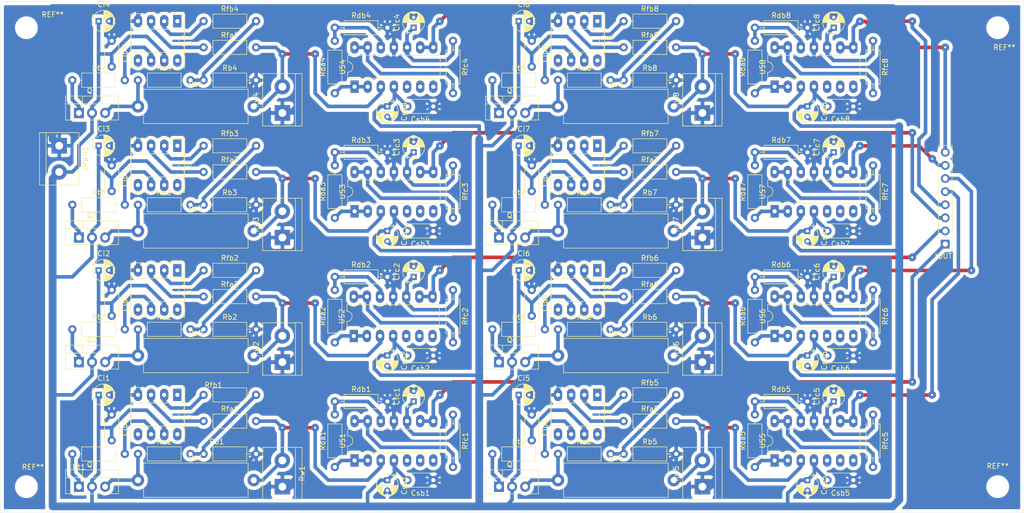
<source format=kicad_pcb>
(kicad_pcb (version 20171130) (host pcbnew 5.1.9)
  (layers (0 F.Cu signal) (31 B.Cu signal) (34 B.Paste user hide) (35 F.Paste user hide) (36 B.SilkS user hide) (37 F.SilkS user) (38 B.Mask user hide) (39 F.Mask user hide) (44 Edge.Cuts user))
  (net 0 "")
  (net 1 "Net-(Q1-Pad3)")
  (net 2 "Net-(Q1-Pad1)")
  (net 3 GND)
  (net 4 VCC)
  (net 5 "Net-(Rfa1-Pad1)")
  (net 6 "Net-(Rfb1-Pad1)")
  (net 7 "Net-(Rt1-Pad2)")
  (net 8 "Net-(Q2-Pad3)")
  (net 9 "Net-(Q2-Pad1)")
  (net 10 "Net-(Q3-Pad3)")
  (net 11 "Net-(Q3-Pad1)")
  (net 12 "Net-(Q4-Pad3)")
  (net 13 "Net-(Q4-Pad1)")
  (net 14 "Net-(Q5-Pad3)")
  (net 15 "Net-(Q5-Pad1)")
  (net 16 "Net-(Q6-Pad3)")
  (net 17 "Net-(Q6-Pad1)")
  (net 18 "Net-(Q7-Pad3)")
  (net 19 "Net-(Q7-Pad1)")
  (net 20 "Net-(Q8-Pad3)")
  (net 21 "Net-(Q8-Pad1)")
  (net 22 "Net-(Ra1-Pad2)")
  (net 23 "Net-(Ra2-Pad2)")
  (net 24 "Net-(Ra3-Pad2)")
  (net 25 "Net-(Ra4-Pad2)")
  (net 26 "Net-(Ra5-Pad2)")
  (net 27 "Net-(Ra6-Pad2)")
  (net 28 "Net-(Ra7-Pad2)")
  (net 29 "Net-(Ra8-Pad2)")
  (net 30 /VOUT1)
  (net 31 "Net-(Rfa2-Pad1)")
  (net 32 "Net-(Rfa3-Pad1)")
  (net 33 "Net-(Rfa4-Pad1)")
  (net 34 "Net-(Rfa5-Pad1)")
  (net 35 "Net-(Rfa6-Pad1)")
  (net 36 "Net-(Rfa7-Pad1)")
  (net 37 "Net-(Rfa8-Pad1)")
  (net 38 "Net-(Rfb2-Pad1)")
  (net 39 "Net-(Rfb3-Pad1)")
  (net 40 "Net-(Rfb4-Pad1)")
  (net 41 "Net-(Rfb5-Pad1)")
  (net 42 "Net-(Rfb6-Pad1)")
  (net 43 "Net-(Rfb7-Pad1)")
  (net 44 "Net-(Rfb8-Pad1)")
  (net 45 "Net-(Rt2-Pad2)")
  (net 46 "Net-(Rt3-Pad2)")
  (net 47 "Net-(Rt4-Pad2)")
  (net 48 "Net-(Rt5-Pad2)")
  (net 49 "Net-(Rt6-Pad2)")
  (net 50 "Net-(Rt7-Pad2)")
  (net 51 "Net-(Rt8-Pad2)")
  (net 52 /VOUT2)
  (net 53 /VOUT3)
  (net 54 /VOUT4)
  (net 55 /VOUT5)
  (net 56 /VOUT6)
  (net 57 /VOUT7)
  (net 58 /VOUT8)
  (net 59 "Net-(Cfc1-Pad1)")
  (net 60 "Net-(Rda1-Pad2)")
  (net 61 "Net-(Rda1-Pad1)")
  (net 62 /V1)
  (net 63 "Net-(Rfc1-Pad2)")
  (net 64 "Net-(Cfc2-Pad1)")
  (net 65 "Net-(Rda2-Pad2)")
  (net 66 "Net-(Rda2-Pad1)")
  (net 67 "Net-(Rfc2-Pad2)")
  (net 68 "Net-(Cfc3-Pad1)")
  (net 69 "Net-(Rda3-Pad2)")
  (net 70 "Net-(Rda3-Pad1)")
  (net 71 "Net-(Rfc3-Pad2)")
  (net 72 /V2)
  (net 73 /V3)
  (net 74 "Net-(Cfc4-Pad1)")
  (net 75 "Net-(Rda4-Pad2)")
  (net 76 "Net-(Rda4-Pad1)")
  (net 77 "Net-(Rfc4-Pad2)")
  (net 78 /V4)
  (net 79 "Net-(Cfc5-Pad1)")
  (net 80 "Net-(Rda5-Pad2)")
  (net 81 "Net-(Rda5-Pad1)")
  (net 82 "Net-(Rfc5-Pad2)")
  (net 83 /V5)
  (net 84 "Net-(Cfc6-Pad1)")
  (net 85 "Net-(Rda6-Pad2)")
  (net 86 "Net-(Rda6-Pad1)")
  (net 87 "Net-(Rfc6-Pad2)")
  (net 88 /V6)
  (net 89 "Net-(Cfc7-Pad1)")
  (net 90 "Net-(Rda7-Pad2)")
  (net 91 "Net-(Rda7-Pad1)")
  (net 92 "Net-(Rfc7-Pad2)")
  (net 93 /V7)
  (net 94 "Net-(Cfc8-Pad1)")
  (net 95 "Net-(Rda8-Pad2)")
  (net 96 "Net-(Rda8-Pad1)")
  (net 97 "Net-(Rfc8-Pad2)")
  (net 98 /V8)
  (module MountingHole:MountingHole_3mm (layer F.Cu) (at 43.18 31.75)
    (fp_text reference REF** (at 5.08 -2.54) (layer F.SilkS))
    (fp_text value MountingHole_3mm)
    (pad 1 np_thru_hole circle (at 0 0) (size 3 3) (drill 3) (layers *.Cu *.Mask))
  )
  (module MountingHole:MountingHole_3mm (layer F.Cu) (at 43.18 120.65)
    (fp_text reference REF** (at 1.27 -3.81) (layer F.SilkS))
    (fp_text value MountingHole_3mm)
    (pad 1 np_thru_hole circle (at 0 0) (size 3 3) (drill 3) (layers *.Cu *.Mask))
  )
  (module MountingHole:MountingHole_3mm (layer F.Cu) (at 231.14 120.65)
    (fp_text reference REF** (at 0 -4) (layer F.SilkS))
    (fp_text value MountingHole_3mm)
    (pad 1 np_thru_hole circle (at 0 0) (size 3 3) (drill 3) (layers *.Cu *.Mask))
  )
  (module MountingHole:MountingHole_3mm (layer F.Cu) (at 231.14 31.75)
    (fp_text reference REF** (at 1.27 3.81) (layer F.SilkS))
    (fp_text value MountingHole_3mm)
    (pad 1 np_thru_hole circle (at 0 0) (size 3 3) (drill 3) (layers *.Cu *.Mask))
  )
  (module Connector_PinHeader_2.54mm:PinHeader_1x08_P2.54mm_Vertical (layer F.Cu) (at 220.98 73.66 180)
    (fp_text reference JOUT1 (at 0 -2.33) (layer F.SilkS))
    (fp_text value Conn_01x08)
    (pad 8 thru_hole oval (at 0 17.78 180) (size 1.7 1.7) (drill 1) (layers *.Cu *.Mask) (net 98 /V8))
    (pad 7 thru_hole oval (at 0 15.24 180) (size 1.7 1.7) (drill 1) (layers *.Cu *.Mask) (net 93 /V7))
    (pad 6 thru_hole oval (at 0 12.7 180) (size 1.7 1.7) (drill 1) (layers *.Cu *.Mask) (net 88 /V6))
    (pad 5 thru_hole oval (at 0 10.16 180) (size 1.7 1.7) (drill 1) (layers *.Cu *.Mask) (net 83 /V5))
    (pad 4 thru_hole oval (at 0 7.62 180) (size 1.7 1.7) (drill 1) (layers *.Cu *.Mask) (net 78 /V4))
    (pad 3 thru_hole oval (at 0 5.08 180) (size 1.7 1.7) (drill 1) (layers *.Cu *.Mask) (net 73 /V3))
    (pad 2 thru_hole oval (at 0 2.54 180) (size 1.7 1.7) (drill 1) (layers *.Cu *.Mask) (net 72 /V2))
    (pad 1 thru_hole rect (at 0 0 180) (size 1.7 1.7) (drill 1) (layers *.Cu *.Mask) (net 62 /V1))
  )
  (module Package_DIP:DIP-14_W7.62mm_LongPads (layer F.Cu) (at 187.96 43.18 90)
    (fp_text reference US8 (at 3.81 -2.33 90) (layer F.SilkS))
    (fp_text value LM324)
    (pad 14 thru_hole oval (at 7.62 0 90) (size 2.4 1.6) (drill 0.8) (layers *.Cu *.Mask) (net 97 "Net-(Rfc8-Pad2)"))
    (pad 7 thru_hole oval (at 0 15.24 90) (size 2.4 1.6) (drill 0.8) (layers *.Cu *.Mask))
    (pad 13 thru_hole oval (at 7.62 2.54 90) (size 2.4 1.6) (drill 0.8) (layers *.Cu *.Mask) (net 97 "Net-(Rfc8-Pad2)"))
    (pad 6 thru_hole oval (at 0 12.7 90) (size 2.4 1.6) (drill 0.8) (layers *.Cu *.Mask))
    (pad 12 thru_hole oval (at 7.62 5.08 90) (size 2.4 1.6) (drill 0.8) (layers *.Cu *.Mask) (net 95 "Net-(Rda8-Pad2)"))
    (pad 5 thru_hole oval (at 0 10.16 90) (size 2.4 1.6) (drill 0.8) (layers *.Cu *.Mask))
    (pad 11 thru_hole oval (at 7.62 7.62 90) (size 2.4 1.6) (drill 0.8) (layers *.Cu *.Mask) (net 3 GND))
    (pad 4 thru_hole oval (at 0 7.62 90) (size 2.4 1.6) (drill 0.8) (layers *.Cu *.Mask) (net 4 VCC))
    (pad 10 thru_hole oval (at 7.62 10.16 90) (size 2.4 1.6) (drill 0.8) (layers *.Cu *.Mask) (net 94 "Net-(Cfc8-Pad1)"))
    (pad 3 thru_hole oval (at 0 5.08 90) (size 2.4 1.6) (drill 0.8) (layers *.Cu *.Mask) (net 58 /VOUT8))
    (pad 9 thru_hole oval (at 7.62 12.7 90) (size 2.4 1.6) (drill 0.8) (layers *.Cu *.Mask) (net 98 /V8))
    (pad 2 thru_hole oval (at 0 2.54 90) (size 2.4 1.6) (drill 0.8) (layers *.Cu *.Mask) (net 96 "Net-(Rda8-Pad1)"))
    (pad 8 thru_hole oval (at 7.62 15.24 90) (size 2.4 1.6) (drill 0.8) (layers *.Cu *.Mask) (net 98 /V8))
    (pad 1 thru_hole rect (at 0 0 90) (size 2.4 1.6) (drill 0.8) (layers *.Cu *.Mask) (net 96 "Net-(Rda8-Pad1)"))
  )
  (module Resistor_THT:R_Axial_DIN0207_L6.3mm_D2.5mm_P10.16mm_Horizontal (layer F.Cu) (at 207.01 34.29 270)
    (fp_text reference Rfc8 (at 5.08 -2.37 90) (layer F.SilkS))
    (fp_text value 47k)
    (pad 2 thru_hole oval (at 10.16 0 270) (size 1.6 1.6) (drill 0.8) (layers *.Cu *.Mask) (net 97 "Net-(Rfc8-Pad2)"))
    (pad 1 thru_hole circle (at 0 0 270) (size 1.6 1.6) (drill 0.8) (layers *.Cu *.Mask) (net 94 "Net-(Cfc8-Pad1)"))
  )
  (module Resistor_THT:R_Axial_DIN0207_L6.3mm_D2.5mm_P10.16mm_Horizontal (layer F.Cu) (at 184.15 31.75)
    (fp_text reference Rdb8 (at 5.08 -2.37) (layer F.SilkS))
    (fp_text value 20k)
    (pad 2 thru_hole oval (at 10.16 0) (size 1.6 1.6) (drill 0.8) (layers *.Cu *.Mask) (net 3 GND))
    (pad 1 thru_hole circle (at 0 0) (size 1.6 1.6) (drill 0.8) (layers *.Cu *.Mask) (net 95 "Net-(Rda8-Pad2)"))
  )
  (module Resistor_THT:R_Axial_DIN0207_L6.3mm_D2.5mm_P10.16mm_Horizontal (layer F.Cu) (at 184.15 44.45 90)
    (fp_text reference Rda8 (at 5.08 -2.37 90) (layer F.SilkS))
    (fp_text value 100k)
    (pad 2 thru_hole oval (at 10.16 0 90) (size 1.6 1.6) (drill 0.8) (layers *.Cu *.Mask) (net 95 "Net-(Rda8-Pad2)"))
    (pad 1 thru_hole circle (at 0 0 90) (size 1.6 1.6) (drill 0.8) (layers *.Cu *.Mask) (net 96 "Net-(Rda8-Pad1)"))
  )
  (module Capacitor_THT:C_Disc_D5.0mm_W2.5mm_P5.00mm (layer F.Cu) (at 203.2 46.99 180)
    (fp_text reference Csb8 (at 2.5 -2.5) (layer F.SilkS))
    (fp_text value 100n)
    (pad 2 thru_hole circle (at 5 0 180) (size 1.6 1.6) (drill 0.8) (layers *.Cu *.Mask) (net 4 VCC))
    (pad 1 thru_hole circle (at 0 0 180) (size 1.6 1.6) (drill 0.8) (layers *.Cu *.Mask) (net 3 GND))
  )
  (module Capacitor_THT:CP_Radial_D4.0mm_P2.00mm (layer F.Cu) (at 194.31 46.99 270)
    (fp_text reference Csa8 (at 1 -3.25 90) (layer F.SilkS))
    (fp_text value 1u)
    (pad 2 thru_hole circle (at 2 0 270) (size 1.2 1.2) (drill 0.6) (layers *.Cu *.Mask) (net 3 GND))
    (pad 1 thru_hole rect (at 0 0 270) (size 1.2 1.2) (drill 0.6) (layers *.Cu *.Mask) (net 4 VCC))
  )
  (module Capacitor_THT:CP_Radial_D4.0mm_P2.00mm (layer F.Cu) (at 199.39 31.75 90)
    (fp_text reference Cfc8 (at 1 -3.25 90) (layer F.SilkS))
    (fp_text value 10u)
    (pad 2 thru_hole circle (at 2 0 90) (size 1.2 1.2) (drill 0.6) (layers *.Cu *.Mask) (net 3 GND))
    (pad 1 thru_hole rect (at 0 0 90) (size 1.2 1.2) (drill 0.6) (layers *.Cu *.Mask) (net 94 "Net-(Cfc8-Pad1)"))
  )
  (module Package_DIP:DIP-14_W7.62mm_LongPads (layer F.Cu) (at 187.96 67.31 90)
    (fp_text reference US7 (at 3.81 -2.33 90) (layer F.SilkS))
    (fp_text value LM324)
    (pad 14 thru_hole oval (at 7.62 0 90) (size 2.4 1.6) (drill 0.8) (layers *.Cu *.Mask) (net 92 "Net-(Rfc7-Pad2)"))
    (pad 7 thru_hole oval (at 0 15.24 90) (size 2.4 1.6) (drill 0.8) (layers *.Cu *.Mask))
    (pad 13 thru_hole oval (at 7.62 2.54 90) (size 2.4 1.6) (drill 0.8) (layers *.Cu *.Mask) (net 92 "Net-(Rfc7-Pad2)"))
    (pad 6 thru_hole oval (at 0 12.7 90) (size 2.4 1.6) (drill 0.8) (layers *.Cu *.Mask))
    (pad 12 thru_hole oval (at 7.62 5.08 90) (size 2.4 1.6) (drill 0.8) (layers *.Cu *.Mask) (net 90 "Net-(Rda7-Pad2)"))
    (pad 5 thru_hole oval (at 0 10.16 90) (size 2.4 1.6) (drill 0.8) (layers *.Cu *.Mask))
    (pad 11 thru_hole oval (at 7.62 7.62 90) (size 2.4 1.6) (drill 0.8) (layers *.Cu *.Mask) (net 3 GND))
    (pad 4 thru_hole oval (at 0 7.62 90) (size 2.4 1.6) (drill 0.8) (layers *.Cu *.Mask) (net 4 VCC))
    (pad 10 thru_hole oval (at 7.62 10.16 90) (size 2.4 1.6) (drill 0.8) (layers *.Cu *.Mask) (net 89 "Net-(Cfc7-Pad1)"))
    (pad 3 thru_hole oval (at 0 5.08 90) (size 2.4 1.6) (drill 0.8) (layers *.Cu *.Mask) (net 57 /VOUT7))
    (pad 9 thru_hole oval (at 7.62 12.7 90) (size 2.4 1.6) (drill 0.8) (layers *.Cu *.Mask) (net 93 /V7))
    (pad 2 thru_hole oval (at 0 2.54 90) (size 2.4 1.6) (drill 0.8) (layers *.Cu *.Mask) (net 91 "Net-(Rda7-Pad1)"))
    (pad 8 thru_hole oval (at 7.62 15.24 90) (size 2.4 1.6) (drill 0.8) (layers *.Cu *.Mask) (net 93 /V7))
    (pad 1 thru_hole rect (at 0 0 90) (size 2.4 1.6) (drill 0.8) (layers *.Cu *.Mask) (net 91 "Net-(Rda7-Pad1)"))
  )
  (module Resistor_THT:R_Axial_DIN0207_L6.3mm_D2.5mm_P10.16mm_Horizontal (layer F.Cu) (at 207.01 58.42 270)
    (fp_text reference Rfc7 (at 5.08 -2.37 90) (layer F.SilkS))
    (fp_text value 47k)
    (pad 2 thru_hole oval (at 10.16 0 270) (size 1.6 1.6) (drill 0.8) (layers *.Cu *.Mask) (net 92 "Net-(Rfc7-Pad2)"))
    (pad 1 thru_hole circle (at 0 0 270) (size 1.6 1.6) (drill 0.8) (layers *.Cu *.Mask) (net 89 "Net-(Cfc7-Pad1)"))
  )
  (module Resistor_THT:R_Axial_DIN0207_L6.3mm_D2.5mm_P10.16mm_Horizontal (layer F.Cu) (at 184.15 55.88)
    (fp_text reference Rdb7 (at 5.08 -2.37) (layer F.SilkS))
    (fp_text value 20k)
    (pad 2 thru_hole oval (at 10.16 0) (size 1.6 1.6) (drill 0.8) (layers *.Cu *.Mask) (net 3 GND))
    (pad 1 thru_hole circle (at 0 0) (size 1.6 1.6) (drill 0.8) (layers *.Cu *.Mask) (net 90 "Net-(Rda7-Pad2)"))
  )
  (module Resistor_THT:R_Axial_DIN0207_L6.3mm_D2.5mm_P10.16mm_Horizontal (layer F.Cu) (at 184.15 68.58 90)
    (fp_text reference Rda7 (at 5.08 -2.37 90) (layer F.SilkS))
    (fp_text value 100k)
    (pad 2 thru_hole oval (at 10.16 0 90) (size 1.6 1.6) (drill 0.8) (layers *.Cu *.Mask) (net 90 "Net-(Rda7-Pad2)"))
    (pad 1 thru_hole circle (at 0 0 90) (size 1.6 1.6) (drill 0.8) (layers *.Cu *.Mask) (net 91 "Net-(Rda7-Pad1)"))
  )
  (module Capacitor_THT:C_Disc_D5.0mm_W2.5mm_P5.00mm (layer F.Cu) (at 203.2 71.12 180)
    (fp_text reference Csb7 (at 2.5 -2.5) (layer F.SilkS))
    (fp_text value 100n)
    (pad 2 thru_hole circle (at 5 0 180) (size 1.6 1.6) (drill 0.8) (layers *.Cu *.Mask) (net 4 VCC))
    (pad 1 thru_hole circle (at 0 0 180) (size 1.6 1.6) (drill 0.8) (layers *.Cu *.Mask) (net 3 GND))
  )
  (module Capacitor_THT:CP_Radial_D4.0mm_P2.00mm (layer F.Cu) (at 194.31 71.12 270)
    (fp_text reference Csa7 (at 1 -3.25 90) (layer F.SilkS))
    (fp_text value 1u)
    (pad 2 thru_hole circle (at 2 0 270) (size 1.2 1.2) (drill 0.6) (layers *.Cu *.Mask) (net 3 GND))
    (pad 1 thru_hole rect (at 0 0 270) (size 1.2 1.2) (drill 0.6) (layers *.Cu *.Mask) (net 4 VCC))
  )
  (module Capacitor_THT:CP_Radial_D4.0mm_P2.00mm (layer F.Cu) (at 199.39 55.88 90)
    (fp_text reference Cfc7 (at 1 -3.25 90) (layer F.SilkS))
    (fp_text value 10u)
    (pad 2 thru_hole circle (at 2 0 90) (size 1.2 1.2) (drill 0.6) (layers *.Cu *.Mask) (net 3 GND))
    (pad 1 thru_hole rect (at 0 0 90) (size 1.2 1.2) (drill 0.6) (layers *.Cu *.Mask) (net 89 "Net-(Cfc7-Pad1)"))
  )
  (module Package_DIP:DIP-14_W7.62mm_LongPads (layer F.Cu) (at 187.96 91.44 90)
    (fp_text reference US6 (at 3.81 -2.33 90) (layer F.SilkS))
    (fp_text value LM324)
    (pad 14 thru_hole oval (at 7.62 0 90) (size 2.4 1.6) (drill 0.8) (layers *.Cu *.Mask) (net 87 "Net-(Rfc6-Pad2)"))
    (pad 7 thru_hole oval (at 0 15.24 90) (size 2.4 1.6) (drill 0.8) (layers *.Cu *.Mask))
    (pad 13 thru_hole oval (at 7.62 2.54 90) (size 2.4 1.6) (drill 0.8) (layers *.Cu *.Mask) (net 87 "Net-(Rfc6-Pad2)"))
    (pad 6 thru_hole oval (at 0 12.7 90) (size 2.4 1.6) (drill 0.8) (layers *.Cu *.Mask))
    (pad 12 thru_hole oval (at 7.62 5.08 90) (size 2.4 1.6) (drill 0.8) (layers *.Cu *.Mask) (net 85 "Net-(Rda6-Pad2)"))
    (pad 5 thru_hole oval (at 0 10.16 90) (size 2.4 1.6) (drill 0.8) (layers *.Cu *.Mask))
    (pad 11 thru_hole oval (at 7.62 7.62 90) (size 2.4 1.6) (drill 0.8) (layers *.Cu *.Mask) (net 3 GND))
    (pad 4 thru_hole oval (at 0 7.62 90) (size 2.4 1.6) (drill 0.8) (layers *.Cu *.Mask) (net 4 VCC))
    (pad 10 thru_hole oval (at 7.62 10.16 90) (size 2.4 1.6) (drill 0.8) (layers *.Cu *.Mask) (net 84 "Net-(Cfc6-Pad1)"))
    (pad 3 thru_hole oval (at 0 5.08 90) (size 2.4 1.6) (drill 0.8) (layers *.Cu *.Mask) (net 56 /VOUT6))
    (pad 9 thru_hole oval (at 7.62 12.7 90) (size 2.4 1.6) (drill 0.8) (layers *.Cu *.Mask) (net 88 /V6))
    (pad 2 thru_hole oval (at 0 2.54 90) (size 2.4 1.6) (drill 0.8) (layers *.Cu *.Mask) (net 86 "Net-(Rda6-Pad1)"))
    (pad 8 thru_hole oval (at 7.62 15.24 90) (size 2.4 1.6) (drill 0.8) (layers *.Cu *.Mask) (net 88 /V6))
    (pad 1 thru_hole rect (at 0 0 90) (size 2.4 1.6) (drill 0.8) (layers *.Cu *.Mask) (net 86 "Net-(Rda6-Pad1)"))
  )
  (module Resistor_THT:R_Axial_DIN0207_L6.3mm_D2.5mm_P10.16mm_Horizontal (layer F.Cu) (at 207.01 82.55 270)
    (fp_text reference Rfc6 (at 5.08 -2.37 90) (layer F.SilkS))
    (fp_text value 47k)
    (pad 2 thru_hole oval (at 10.16 0 270) (size 1.6 1.6) (drill 0.8) (layers *.Cu *.Mask) (net 87 "Net-(Rfc6-Pad2)"))
    (pad 1 thru_hole circle (at 0 0 270) (size 1.6 1.6) (drill 0.8) (layers *.Cu *.Mask) (net 84 "Net-(Cfc6-Pad1)"))
  )
  (module Resistor_THT:R_Axial_DIN0207_L6.3mm_D2.5mm_P10.16mm_Horizontal (layer F.Cu) (at 184.15 80.01)
    (fp_text reference Rdb6 (at 5.08 -2.37) (layer F.SilkS))
    (fp_text value 20k)
    (pad 2 thru_hole oval (at 10.16 0) (size 1.6 1.6) (drill 0.8) (layers *.Cu *.Mask) (net 3 GND))
    (pad 1 thru_hole circle (at 0 0) (size 1.6 1.6) (drill 0.8) (layers *.Cu *.Mask) (net 85 "Net-(Rda6-Pad2)"))
  )
  (module Resistor_THT:R_Axial_DIN0207_L6.3mm_D2.5mm_P10.16mm_Horizontal (layer F.Cu) (at 184.15 92.71 90)
    (fp_text reference Rda6 (at 5.08 -2.37 90) (layer F.SilkS))
    (fp_text value 100k)
    (pad 2 thru_hole oval (at 10.16 0 90) (size 1.6 1.6) (drill 0.8) (layers *.Cu *.Mask) (net 85 "Net-(Rda6-Pad2)"))
    (pad 1 thru_hole circle (at 0 0 90) (size 1.6 1.6) (drill 0.8) (layers *.Cu *.Mask) (net 86 "Net-(Rda6-Pad1)"))
  )
  (module Capacitor_THT:C_Disc_D5.0mm_W2.5mm_P5.00mm (layer F.Cu) (at 203.2 95.25 180)
    (fp_text reference Csb6 (at 2.5 -2.5) (layer F.SilkS))
    (fp_text value 100n)
    (pad 2 thru_hole circle (at 5 0 180) (size 1.6 1.6) (drill 0.8) (layers *.Cu *.Mask) (net 4 VCC))
    (pad 1 thru_hole circle (at 0 0 180) (size 1.6 1.6) (drill 0.8) (layers *.Cu *.Mask) (net 3 GND))
  )
  (module Capacitor_THT:CP_Radial_D4.0mm_P2.00mm (layer F.Cu) (at 194.31 95.25 270)
    (fp_text reference Csa6 (at 1 -3.25 90) (layer F.SilkS))
    (fp_text value 1u)
    (pad 2 thru_hole circle (at 2 0 270) (size 1.2 1.2) (drill 0.6) (layers *.Cu *.Mask) (net 3 GND))
    (pad 1 thru_hole rect (at 0 0 270) (size 1.2 1.2) (drill 0.6) (layers *.Cu *.Mask) (net 4 VCC))
  )
  (module Capacitor_THT:CP_Radial_D4.0mm_P2.00mm (layer F.Cu) (at 199.39 80.01 90)
    (fp_text reference Cfc6 (at 1 -3.25 90) (layer F.SilkS))
    (fp_text value 10u)
    (pad 2 thru_hole circle (at 2 0 90) (size 1.2 1.2) (drill 0.6) (layers *.Cu *.Mask) (net 3 GND))
    (pad 1 thru_hole rect (at 0 0 90) (size 1.2 1.2) (drill 0.6) (layers *.Cu *.Mask) (net 84 "Net-(Cfc6-Pad1)"))
  )
  (module Package_DIP:DIP-14_W7.62mm_LongPads (layer F.Cu) (at 187.96 115.57 90)
    (fp_text reference US5 (at 3.81 -2.33 90) (layer F.SilkS))
    (fp_text value LM324)
    (pad 14 thru_hole oval (at 7.62 0 90) (size 2.4 1.6) (drill 0.8) (layers *.Cu *.Mask) (net 82 "Net-(Rfc5-Pad2)"))
    (pad 7 thru_hole oval (at 0 15.24 90) (size 2.4 1.6) (drill 0.8) (layers *.Cu *.Mask))
    (pad 13 thru_hole oval (at 7.62 2.54 90) (size 2.4 1.6) (drill 0.8) (layers *.Cu *.Mask) (net 82 "Net-(Rfc5-Pad2)"))
    (pad 6 thru_hole oval (at 0 12.7 90) (size 2.4 1.6) (drill 0.8) (layers *.Cu *.Mask))
    (pad 12 thru_hole oval (at 7.62 5.08 90) (size 2.4 1.6) (drill 0.8) (layers *.Cu *.Mask) (net 80 "Net-(Rda5-Pad2)"))
    (pad 5 thru_hole oval (at 0 10.16 90) (size 2.4 1.6) (drill 0.8) (layers *.Cu *.Mask))
    (pad 11 thru_hole oval (at 7.62 7.62 90) (size 2.4 1.6) (drill 0.8) (layers *.Cu *.Mask) (net 3 GND))
    (pad 4 thru_hole oval (at 0 7.62 90) (size 2.4 1.6) (drill 0.8) (layers *.Cu *.Mask) (net 4 VCC))
    (pad 10 thru_hole oval (at 7.62 10.16 90) (size 2.4 1.6) (drill 0.8) (layers *.Cu *.Mask) (net 79 "Net-(Cfc5-Pad1)"))
    (pad 3 thru_hole oval (at 0 5.08 90) (size 2.4 1.6) (drill 0.8) (layers *.Cu *.Mask) (net 55 /VOUT5))
    (pad 9 thru_hole oval (at 7.62 12.7 90) (size 2.4 1.6) (drill 0.8) (layers *.Cu *.Mask) (net 83 /V5))
    (pad 2 thru_hole oval (at 0 2.54 90) (size 2.4 1.6) (drill 0.8) (layers *.Cu *.Mask) (net 81 "Net-(Rda5-Pad1)"))
    (pad 8 thru_hole oval (at 7.62 15.24 90) (size 2.4 1.6) (drill 0.8) (layers *.Cu *.Mask) (net 83 /V5))
    (pad 1 thru_hole rect (at 0 0 90) (size 2.4 1.6) (drill 0.8) (layers *.Cu *.Mask) (net 81 "Net-(Rda5-Pad1)"))
  )
  (module Resistor_THT:R_Axial_DIN0207_L6.3mm_D2.5mm_P10.16mm_Horizontal (layer F.Cu) (at 207.01 106.68 270)
    (fp_text reference Rfc5 (at 5.08 -2.37 90) (layer F.SilkS))
    (fp_text value 47k)
    (pad 2 thru_hole oval (at 10.16 0 270) (size 1.6 1.6) (drill 0.8) (layers *.Cu *.Mask) (net 82 "Net-(Rfc5-Pad2)"))
    (pad 1 thru_hole circle (at 0 0 270) (size 1.6 1.6) (drill 0.8) (layers *.Cu *.Mask) (net 79 "Net-(Cfc5-Pad1)"))
  )
  (module Resistor_THT:R_Axial_DIN0207_L6.3mm_D2.5mm_P10.16mm_Horizontal (layer F.Cu) (at 184.15 104.14)
    (fp_text reference Rdb5 (at 5.08 -2.37) (layer F.SilkS))
    (fp_text value 20k)
    (pad 2 thru_hole oval (at 10.16 0) (size 1.6 1.6) (drill 0.8) (layers *.Cu *.Mask) (net 3 GND))
    (pad 1 thru_hole circle (at 0 0) (size 1.6 1.6) (drill 0.8) (layers *.Cu *.Mask) (net 80 "Net-(Rda5-Pad2)"))
  )
  (module Resistor_THT:R_Axial_DIN0207_L6.3mm_D2.5mm_P10.16mm_Horizontal (layer F.Cu) (at 184.15 116.84 90)
    (fp_text reference Rda5 (at 5.08 -2.37 90) (layer F.SilkS))
    (fp_text value 100k)
    (pad 2 thru_hole oval (at 10.16 0 90) (size 1.6 1.6) (drill 0.8) (layers *.Cu *.Mask) (net 80 "Net-(Rda5-Pad2)"))
    (pad 1 thru_hole circle (at 0 0 90) (size 1.6 1.6) (drill 0.8) (layers *.Cu *.Mask) (net 81 "Net-(Rda5-Pad1)"))
  )
  (module Capacitor_THT:C_Disc_D5.0mm_W2.5mm_P5.00mm (layer F.Cu) (at 203.2 119.38 180)
    (fp_text reference Csb5 (at 2.5 -2.5) (layer F.SilkS))
    (fp_text value 100n)
    (pad 2 thru_hole circle (at 5 0 180) (size 1.6 1.6) (drill 0.8) (layers *.Cu *.Mask) (net 4 VCC))
    (pad 1 thru_hole circle (at 0 0 180) (size 1.6 1.6) (drill 0.8) (layers *.Cu *.Mask) (net 3 GND))
  )
  (module Capacitor_THT:CP_Radial_D4.0mm_P2.00mm (layer F.Cu) (at 194.31 119.38 270)
    (fp_text reference Csa5 (at 1 -3.25 90) (layer F.SilkS))
    (fp_text value 1u)
    (pad 2 thru_hole circle (at 2 0 270) (size 1.2 1.2) (drill 0.6) (layers *.Cu *.Mask) (net 3 GND))
    (pad 1 thru_hole rect (at 0 0 270) (size 1.2 1.2) (drill 0.6) (layers *.Cu *.Mask) (net 4 VCC))
  )
  (module Capacitor_THT:CP_Radial_D4.0mm_P2.00mm (layer F.Cu) (at 199.39 104.14 90)
    (fp_text reference Cfc5 (at 1 -3.25 90) (layer F.SilkS))
    (fp_text value 10u)
    (pad 2 thru_hole circle (at 2 0 90) (size 1.2 1.2) (drill 0.6) (layers *.Cu *.Mask) (net 3 GND))
    (pad 1 thru_hole rect (at 0 0 90) (size 1.2 1.2) (drill 0.6) (layers *.Cu *.Mask) (net 79 "Net-(Cfc5-Pad1)"))
  )
  (module Package_DIP:DIP-14_W7.62mm_LongPads (layer F.Cu) (at 106.68 43.18 90)
    (fp_text reference US4 (at 3.81 -2.33 90) (layer F.SilkS))
    (fp_text value LM324)
    (pad 14 thru_hole oval (at 7.62 0 90) (size 2.4 1.6) (drill 0.8) (layers *.Cu *.Mask) (net 77 "Net-(Rfc4-Pad2)"))
    (pad 7 thru_hole oval (at 0 15.24 90) (size 2.4 1.6) (drill 0.8) (layers *.Cu *.Mask))
    (pad 13 thru_hole oval (at 7.62 2.54 90) (size 2.4 1.6) (drill 0.8) (layers *.Cu *.Mask) (net 77 "Net-(Rfc4-Pad2)"))
    (pad 6 thru_hole oval (at 0 12.7 90) (size 2.4 1.6) (drill 0.8) (layers *.Cu *.Mask))
    (pad 12 thru_hole oval (at 7.62 5.08 90) (size 2.4 1.6) (drill 0.8) (layers *.Cu *.Mask) (net 75 "Net-(Rda4-Pad2)"))
    (pad 5 thru_hole oval (at 0 10.16 90) (size 2.4 1.6) (drill 0.8) (layers *.Cu *.Mask))
    (pad 11 thru_hole oval (at 7.62 7.62 90) (size 2.4 1.6) (drill 0.8) (layers *.Cu *.Mask) (net 3 GND))
    (pad 4 thru_hole oval (at 0 7.62 90) (size 2.4 1.6) (drill 0.8) (layers *.Cu *.Mask) (net 4 VCC))
    (pad 10 thru_hole oval (at 7.62 10.16 90) (size 2.4 1.6) (drill 0.8) (layers *.Cu *.Mask) (net 74 "Net-(Cfc4-Pad1)"))
    (pad 3 thru_hole oval (at 0 5.08 90) (size 2.4 1.6) (drill 0.8) (layers *.Cu *.Mask) (net 54 /VOUT4))
    (pad 9 thru_hole oval (at 7.62 12.7 90) (size 2.4 1.6) (drill 0.8) (layers *.Cu *.Mask) (net 78 /V4))
    (pad 2 thru_hole oval (at 0 2.54 90) (size 2.4 1.6) (drill 0.8) (layers *.Cu *.Mask) (net 76 "Net-(Rda4-Pad1)"))
    (pad 8 thru_hole oval (at 7.62 15.24 90) (size 2.4 1.6) (drill 0.8) (layers *.Cu *.Mask) (net 78 /V4))
    (pad 1 thru_hole rect (at 0 0 90) (size 2.4 1.6) (drill 0.8) (layers *.Cu *.Mask) (net 76 "Net-(Rda4-Pad1)"))
  )
  (module Resistor_THT:R_Axial_DIN0207_L6.3mm_D2.5mm_P10.16mm_Horizontal (layer F.Cu) (at 125.73 34.29 270)
    (fp_text reference Rfc4 (at 5.08 -2.37 90) (layer F.SilkS))
    (fp_text value 47k)
    (pad 2 thru_hole oval (at 10.16 0 270) (size 1.6 1.6) (drill 0.8) (layers *.Cu *.Mask) (net 77 "Net-(Rfc4-Pad2)"))
    (pad 1 thru_hole circle (at 0 0 270) (size 1.6 1.6) (drill 0.8) (layers *.Cu *.Mask) (net 74 "Net-(Cfc4-Pad1)"))
  )
  (module Resistor_THT:R_Axial_DIN0207_L6.3mm_D2.5mm_P10.16mm_Horizontal (layer F.Cu) (at 102.87 31.75)
    (fp_text reference Rdb4 (at 5.08 -2.37) (layer F.SilkS))
    (fp_text value 20k)
    (pad 2 thru_hole oval (at 10.16 0) (size 1.6 1.6) (drill 0.8) (layers *.Cu *.Mask) (net 3 GND))
    (pad 1 thru_hole circle (at 0 0) (size 1.6 1.6) (drill 0.8) (layers *.Cu *.Mask) (net 75 "Net-(Rda4-Pad2)"))
  )
  (module Resistor_THT:R_Axial_DIN0207_L6.3mm_D2.5mm_P10.16mm_Horizontal (layer F.Cu) (at 102.87 44.45 90)
    (fp_text reference Rda4 (at 5.08 -2.37 90) (layer F.SilkS))
    (fp_text value 100k)
    (pad 2 thru_hole oval (at 10.16 0 90) (size 1.6 1.6) (drill 0.8) (layers *.Cu *.Mask) (net 75 "Net-(Rda4-Pad2)"))
    (pad 1 thru_hole circle (at 0 0 90) (size 1.6 1.6) (drill 0.8) (layers *.Cu *.Mask) (net 76 "Net-(Rda4-Pad1)"))
  )
  (module Capacitor_THT:C_Disc_D5.0mm_W2.5mm_P5.00mm (layer F.Cu) (at 121.92 46.99 180)
    (fp_text reference Csb4 (at 2.5 -2.5) (layer F.SilkS))
    (fp_text value 100n)
    (pad 2 thru_hole circle (at 5 0 180) (size 1.6 1.6) (drill 0.8) (layers *.Cu *.Mask) (net 4 VCC))
    (pad 1 thru_hole circle (at 0 0 180) (size 1.6 1.6) (drill 0.8) (layers *.Cu *.Mask) (net 3 GND))
  )
  (module Capacitor_THT:CP_Radial_D4.0mm_P2.00mm (layer F.Cu) (at 113.03 46.99 270)
    (fp_text reference Csa4 (at 1 -3.25 90) (layer F.SilkS))
    (fp_text value 1u)
    (pad 2 thru_hole circle (at 2 0 270) (size 1.2 1.2) (drill 0.6) (layers *.Cu *.Mask) (net 3 GND))
    (pad 1 thru_hole rect (at 0 0 270) (size 1.2 1.2) (drill 0.6) (layers *.Cu *.Mask) (net 4 VCC))
  )
  (module Capacitor_THT:CP_Radial_D4.0mm_P2.00mm (layer F.Cu) (at 118.11 31.75 90)
    (fp_text reference Cfc4 (at 1 -3.25 90) (layer F.SilkS))
    (fp_text value 10u)
    (pad 2 thru_hole circle (at 2 0 90) (size 1.2 1.2) (drill 0.6) (layers *.Cu *.Mask) (net 3 GND))
    (pad 1 thru_hole rect (at 0 0 90) (size 1.2 1.2) (drill 0.6) (layers *.Cu *.Mask) (net 74 "Net-(Cfc4-Pad1)"))
  )
  (module Package_DIP:DIP-14_W7.62mm_LongPads (layer F.Cu) (at 106.68 67.31 90)
    (fp_text reference US3 (at 3.81 -2.33 90) (layer F.SilkS))
    (fp_text value LM324)
    (pad 14 thru_hole oval (at 7.62 0 90) (size 2.4 1.6) (drill 0.8) (layers *.Cu *.Mask) (net 71 "Net-(Rfc3-Pad2)"))
    (pad 7 thru_hole oval (at 0 15.24 90) (size 2.4 1.6) (drill 0.8) (layers *.Cu *.Mask))
    (pad 13 thru_hole oval (at 7.62 2.54 90) (size 2.4 1.6) (drill 0.8) (layers *.Cu *.Mask) (net 71 "Net-(Rfc3-Pad2)"))
    (pad 6 thru_hole oval (at 0 12.7 90) (size 2.4 1.6) (drill 0.8) (layers *.Cu *.Mask))
    (pad 12 thru_hole oval (at 7.62 5.08 90) (size 2.4 1.6) (drill 0.8) (layers *.Cu *.Mask) (net 69 "Net-(Rda3-Pad2)"))
    (pad 5 thru_hole oval (at 0 10.16 90) (size 2.4 1.6) (drill 0.8) (layers *.Cu *.Mask))
    (pad 11 thru_hole oval (at 7.62 7.62 90) (size 2.4 1.6) (drill 0.8) (layers *.Cu *.Mask) (net 3 GND))
    (pad 4 thru_hole oval (at 0 7.62 90) (size 2.4 1.6) (drill 0.8) (layers *.Cu *.Mask) (net 4 VCC))
    (pad 10 thru_hole oval (at 7.62 10.16 90) (size 2.4 1.6) (drill 0.8) (layers *.Cu *.Mask) (net 68 "Net-(Cfc3-Pad1)"))
    (pad 3 thru_hole oval (at 0 5.08 90) (size 2.4 1.6) (drill 0.8) (layers *.Cu *.Mask) (net 53 /VOUT3))
    (pad 9 thru_hole oval (at 7.62 12.7 90) (size 2.4 1.6) (drill 0.8) (layers *.Cu *.Mask) (net 73 /V3))
    (pad 2 thru_hole oval (at 0 2.54 90) (size 2.4 1.6) (drill 0.8) (layers *.Cu *.Mask) (net 70 "Net-(Rda3-Pad1)"))
    (pad 8 thru_hole oval (at 7.62 15.24 90) (size 2.4 1.6) (drill 0.8) (layers *.Cu *.Mask) (net 73 /V3))
    (pad 1 thru_hole rect (at 0 0 90) (size 2.4 1.6) (drill 0.8) (layers *.Cu *.Mask) (net 70 "Net-(Rda3-Pad1)"))
  )
  (module Resistor_THT:R_Axial_DIN0207_L6.3mm_D2.5mm_P10.16mm_Horizontal (layer F.Cu) (at 125.73 58.42 270)
    (fp_text reference Rfc3 (at 5.08 -2.37 90) (layer F.SilkS))
    (fp_text value 47k)
    (pad 2 thru_hole oval (at 10.16 0 270) (size 1.6 1.6) (drill 0.8) (layers *.Cu *.Mask) (net 71 "Net-(Rfc3-Pad2)"))
    (pad 1 thru_hole circle (at 0 0 270) (size 1.6 1.6) (drill 0.8) (layers *.Cu *.Mask) (net 68 "Net-(Cfc3-Pad1)"))
  )
  (module Resistor_THT:R_Axial_DIN0207_L6.3mm_D2.5mm_P10.16mm_Horizontal (layer F.Cu) (at 102.87 55.88)
    (fp_text reference Rdb3 (at 5.08 -2.37) (layer F.SilkS))
    (fp_text value 20k)
    (pad 2 thru_hole oval (at 10.16 0) (size 1.6 1.6) (drill 0.8) (layers *.Cu *.Mask) (net 3 GND))
    (pad 1 thru_hole circle (at 0 0) (size 1.6 1.6) (drill 0.8) (layers *.Cu *.Mask) (net 69 "Net-(Rda3-Pad2)"))
  )
  (module Resistor_THT:R_Axial_DIN0207_L6.3mm_D2.5mm_P10.16mm_Horizontal (layer F.Cu) (at 102.87 68.58 90)
    (fp_text reference Rda3 (at 5.08 -2.37 90) (layer F.SilkS))
    (fp_text value 100k)
    (pad 2 thru_hole oval (at 10.16 0 90) (size 1.6 1.6) (drill 0.8) (layers *.Cu *.Mask) (net 69 "Net-(Rda3-Pad2)"))
    (pad 1 thru_hole circle (at 0 0 90) (size 1.6 1.6) (drill 0.8) (layers *.Cu *.Mask) (net 70 "Net-(Rda3-Pad1)"))
  )
  (module Capacitor_THT:C_Disc_D5.0mm_W2.5mm_P5.00mm (layer F.Cu) (at 121.92 71.12 180)
    (fp_text reference Csb3 (at 2.5 -2.5) (layer F.SilkS))
    (fp_text value 100n)
    (pad 2 thru_hole circle (at 5 0 180) (size 1.6 1.6) (drill 0.8) (layers *.Cu *.Mask) (net 4 VCC))
    (pad 1 thru_hole circle (at 0 0 180) (size 1.6 1.6) (drill 0.8) (layers *.Cu *.Mask) (net 3 GND))
  )
  (module Capacitor_THT:CP_Radial_D4.0mm_P2.00mm (layer F.Cu) (at 113.03 71.12 270)
    (fp_text reference Csa3 (at 1 -3.25 90) (layer F.SilkS))
    (fp_text value 1u)
    (pad 2 thru_hole circle (at 2 0 270) (size 1.2 1.2) (drill 0.6) (layers *.Cu *.Mask) (net 3 GND))
    (pad 1 thru_hole rect (at 0 0 270) (size 1.2 1.2) (drill 0.6) (layers *.Cu *.Mask) (net 4 VCC))
  )
  (module Capacitor_THT:CP_Radial_D4.0mm_P2.00mm (layer F.Cu) (at 118.11 55.88 90)
    (fp_text reference Cfc3 (at 1 -3.25 90) (layer F.SilkS))
    (fp_text value 10u)
    (pad 2 thru_hole circle (at 2 0 90) (size 1.2 1.2) (drill 0.6) (layers *.Cu *.Mask) (net 3 GND))
    (pad 1 thru_hole rect (at 0 0 90) (size 1.2 1.2) (drill 0.6) (layers *.Cu *.Mask) (net 68 "Net-(Cfc3-Pad1)"))
  )
  (module Package_DIP:DIP-14_W7.62mm_LongPads (layer F.Cu) (at 106.53 91.464801 90)
    (fp_text reference US2 (at 3.81 -2.33 90) (layer F.SilkS))
    (fp_text value LM324)
    (pad 14 thru_hole oval (at 7.62 0 90) (size 2.4 1.6) (drill 0.8) (layers *.Cu *.Mask) (net 67 "Net-(Rfc2-Pad2)"))
    (pad 7 thru_hole oval (at 0 15.24 90) (size 2.4 1.6) (drill 0.8) (layers *.Cu *.Mask))
    (pad 13 thru_hole oval (at 7.62 2.54 90) (size 2.4 1.6) (drill 0.8) (layers *.Cu *.Mask) (net 67 "Net-(Rfc2-Pad2)"))
    (pad 6 thru_hole oval (at 0 12.7 90) (size 2.4 1.6) (drill 0.8) (layers *.Cu *.Mask))
    (pad 12 thru_hole oval (at 7.62 5.08 90) (size 2.4 1.6) (drill 0.8) (layers *.Cu *.Mask) (net 65 "Net-(Rda2-Pad2)"))
    (pad 5 thru_hole oval (at 0 10.16 90) (size 2.4 1.6) (drill 0.8) (layers *.Cu *.Mask))
    (pad 11 thru_hole oval (at 7.62 7.62 90) (size 2.4 1.6) (drill 0.8) (layers *.Cu *.Mask) (net 3 GND))
    (pad 4 thru_hole oval (at 0 7.62 90) (size 2.4 1.6) (drill 0.8) (layers *.Cu *.Mask) (net 4 VCC))
    (pad 10 thru_hole oval (at 7.62 10.16 90) (size 2.4 1.6) (drill 0.8) (layers *.Cu *.Mask) (net 64 "Net-(Cfc2-Pad1)"))
    (pad 3 thru_hole oval (at 0 5.08 90) (size 2.4 1.6) (drill 0.8) (layers *.Cu *.Mask) (net 52 /VOUT2))
    (pad 9 thru_hole oval (at 7.62 12.7 90) (size 2.4 1.6) (drill 0.8) (layers *.Cu *.Mask) (net 72 /V2))
    (pad 2 thru_hole oval (at 0 2.54 90) (size 2.4 1.6) (drill 0.8) (layers *.Cu *.Mask) (net 66 "Net-(Rda2-Pad1)"))
    (pad 8 thru_hole oval (at 7.62 15.24 90) (size 2.4 1.6) (drill 0.8) (layers *.Cu *.Mask) (net 72 /V2))
    (pad 1 thru_hole rect (at 0 0 90) (size 2.4 1.6) (drill 0.8) (layers *.Cu *.Mask) (net 66 "Net-(Rda2-Pad1)"))
  )
  (module Resistor_THT:R_Axial_DIN0207_L6.3mm_D2.5mm_P10.16mm_Horizontal (layer F.Cu) (at 125.73 82.55 270)
    (fp_text reference Rfc2 (at 5.08 -2.37 90) (layer F.SilkS))
    (fp_text value 47k)
    (pad 2 thru_hole oval (at 10.16 0 270) (size 1.6 1.6) (drill 0.8) (layers *.Cu *.Mask) (net 67 "Net-(Rfc2-Pad2)"))
    (pad 1 thru_hole circle (at 0 0 270) (size 1.6 1.6) (drill 0.8) (layers *.Cu *.Mask) (net 64 "Net-(Cfc2-Pad1)"))
  )
  (module Resistor_THT:R_Axial_DIN0207_L6.3mm_D2.5mm_P10.16mm_Horizontal (layer F.Cu) (at 102.87 80.01)
    (fp_text reference Rdb2 (at 5.08 -2.37) (layer F.SilkS))
    (fp_text value 20k)
    (pad 2 thru_hole oval (at 10.16 0) (size 1.6 1.6) (drill 0.8) (layers *.Cu *.Mask) (net 3 GND))
    (pad 1 thru_hole circle (at 0 0) (size 1.6 1.6) (drill 0.8) (layers *.Cu *.Mask) (net 65 "Net-(Rda2-Pad2)"))
  )
  (module Resistor_THT:R_Axial_DIN0207_L6.3mm_D2.5mm_P10.16mm_Horizontal (layer F.Cu) (at 102.87 92.71 90)
    (fp_text reference Rda2 (at 5.08 -2.37 90) (layer F.SilkS))
    (fp_text value 100k)
    (pad 2 thru_hole oval (at 10.16 0 90) (size 1.6 1.6) (drill 0.8) (layers *.Cu *.Mask) (net 65 "Net-(Rda2-Pad2)"))
    (pad 1 thru_hole circle (at 0 0 90) (size 1.6 1.6) (drill 0.8) (layers *.Cu *.Mask) (net 66 "Net-(Rda2-Pad1)"))
  )
  (module Capacitor_THT:C_Disc_D5.0mm_W2.5mm_P5.00mm (layer F.Cu) (at 121.92 95.25 180)
    (fp_text reference Csb2 (at 2.5 -2.5) (layer F.SilkS))
    (fp_text value 100n)
    (pad 2 thru_hole circle (at 5 0 180) (size 1.6 1.6) (drill 0.8) (layers *.Cu *.Mask) (net 4 VCC))
    (pad 1 thru_hole circle (at 0 0 180) (size 1.6 1.6) (drill 0.8) (layers *.Cu *.Mask) (net 3 GND))
  )
  (module Capacitor_THT:CP_Radial_D4.0mm_P2.00mm (layer F.Cu) (at 113.03 95.25 270)
    (fp_text reference Csa2 (at 1 -3.25 90) (layer F.SilkS))
    (fp_text value 1u)
    (pad 2 thru_hole circle (at 2 0 270) (size 1.2 1.2) (drill 0.6) (layers *.Cu *.Mask) (net 3 GND))
    (pad 1 thru_hole rect (at 0 0 270) (size 1.2 1.2) (drill 0.6) (layers *.Cu *.Mask) (net 4 VCC))
  )
  (module Capacitor_THT:CP_Radial_D4.0mm_P2.00mm (layer F.Cu) (at 118.11 80.01 90)
    (fp_text reference Cfc2 (at 1 -3.25 90) (layer F.SilkS))
    (fp_text value 10u)
    (pad 2 thru_hole circle (at 2 0 90) (size 1.2 1.2) (drill 0.6) (layers *.Cu *.Mask) (net 3 GND))
    (pad 1 thru_hole rect (at 0 0 90) (size 1.2 1.2) (drill 0.6) (layers *.Cu *.Mask) (net 64 "Net-(Cfc2-Pad1)"))
  )
  (module Capacitor_THT:CP_Radial_D4.0mm_P2.00mm (layer F.Cu) (at 118.11 104.14 90)
    (fp_text reference Cfc1 (at 1 -3.25 90) (layer F.SilkS))
    (fp_text value 10u)
    (pad 2 thru_hole circle (at 2 0 90) (size 1.2 1.2) (drill 0.6) (layers *.Cu *.Mask) (net 3 GND))
    (pad 1 thru_hole rect (at 0 0 90) (size 1.2 1.2) (drill 0.6) (layers *.Cu *.Mask) (net 59 "Net-(Cfc1-Pad1)"))
  )
  (module Package_DIP:DIP-14_W7.62mm_LongPads (layer F.Cu) (at 106.68 115.57 90)
    (fp_text reference US1 (at 3.81 -2.33 90) (layer F.SilkS))
    (fp_text value LM324)
    (pad 14 thru_hole oval (at 7.62 0 90) (size 2.4 1.6) (drill 0.8) (layers *.Cu *.Mask) (net 63 "Net-(Rfc1-Pad2)"))
    (pad 7 thru_hole oval (at 0 15.24 90) (size 2.4 1.6) (drill 0.8) (layers *.Cu *.Mask))
    (pad 13 thru_hole oval (at 7.62 2.54 90) (size 2.4 1.6) (drill 0.8) (layers *.Cu *.Mask) (net 63 "Net-(Rfc1-Pad2)"))
    (pad 6 thru_hole oval (at 0 12.7 90) (size 2.4 1.6) (drill 0.8) (layers *.Cu *.Mask))
    (pad 12 thru_hole oval (at 7.62 5.08 90) (size 2.4 1.6) (drill 0.8) (layers *.Cu *.Mask) (net 60 "Net-(Rda1-Pad2)"))
    (pad 5 thru_hole oval (at 0 10.16 90) (size 2.4 1.6) (drill 0.8) (layers *.Cu *.Mask))
    (pad 11 thru_hole oval (at 7.62 7.62 90) (size 2.4 1.6) (drill 0.8) (layers *.Cu *.Mask) (net 3 GND))
    (pad 4 thru_hole oval (at 0 7.62 90) (size 2.4 1.6) (drill 0.8) (layers *.Cu *.Mask) (net 4 VCC))
    (pad 10 thru_hole oval (at 7.62 10.16 90) (size 2.4 1.6) (drill 0.8) (layers *.Cu *.Mask) (net 59 "Net-(Cfc1-Pad1)"))
    (pad 3 thru_hole oval (at 0 5.08 90) (size 2.4 1.6) (drill 0.8) (layers *.Cu *.Mask) (net 30 /VOUT1))
    (pad 9 thru_hole oval (at 7.62 12.7 90) (size 2.4 1.6) (drill 0.8) (layers *.Cu *.Mask) (net 62 /V1))
    (pad 2 thru_hole oval (at 0 2.54 90) (size 2.4 1.6) (drill 0.8) (layers *.Cu *.Mask) (net 61 "Net-(Rda1-Pad1)"))
    (pad 8 thru_hole oval (at 7.62 15.24 90) (size 2.4 1.6) (drill 0.8) (layers *.Cu *.Mask) (net 62 /V1))
    (pad 1 thru_hole rect (at 0 0 90) (size 2.4 1.6) (drill 0.8) (layers *.Cu *.Mask) (net 61 "Net-(Rda1-Pad1)"))
  )
  (module Resistor_THT:R_Axial_DIN0207_L6.3mm_D2.5mm_P10.16mm_Horizontal (layer F.Cu) (at 102.87 104.14)
    (fp_text reference Rdb1 (at 5.08 -2.37) (layer F.SilkS))
    (fp_text value 20k)
    (pad 2 thru_hole oval (at 10.16 0) (size 1.6 1.6) (drill 0.8) (layers *.Cu *.Mask) (net 3 GND))
    (pad 1 thru_hole circle (at 0 0) (size 1.6 1.6) (drill 0.8) (layers *.Cu *.Mask) (net 60 "Net-(Rda1-Pad2)"))
  )
  (module Resistor_THT:R_Axial_DIN0207_L6.3mm_D2.5mm_P10.16mm_Horizontal (layer F.Cu) (at 125.73 106.68 270)
    (fp_text reference Rfc1 (at 5.08 -2.37 90) (layer F.SilkS))
    (fp_text value 47k)
    (pad 2 thru_hole oval (at 10.16 0 270) (size 1.6 1.6) (drill 0.8) (layers *.Cu *.Mask) (net 63 "Net-(Rfc1-Pad2)"))
    (pad 1 thru_hole circle (at 0 0 270) (size 1.6 1.6) (drill 0.8) (layers *.Cu *.Mask) (net 59 "Net-(Cfc1-Pad1)"))
  )
  (module Resistor_THT:R_Axial_DIN0207_L6.3mm_D2.5mm_P10.16mm_Horizontal (layer F.Cu) (at 102.87 116.84 90)
    (fp_text reference Rda1 (at 5.08 -2.37 90) (layer F.SilkS))
    (fp_text value 100k)
    (pad 2 thru_hole oval (at 10.16 0 90) (size 1.6 1.6) (drill 0.8) (layers *.Cu *.Mask) (net 60 "Net-(Rda1-Pad2)"))
    (pad 1 thru_hole circle (at 0 0 90) (size 1.6 1.6) (drill 0.8) (layers *.Cu *.Mask) (net 61 "Net-(Rda1-Pad1)"))
  )
  (module Capacitor_THT:C_Disc_D5.0mm_W2.5mm_P5.00mm (layer F.Cu) (at 121.92 119.38 180)
    (fp_text reference Csb1 (at 2.5 -2.5) (layer F.SilkS))
    (fp_text value 100n)
    (pad 2 thru_hole circle (at 5 0 180) (size 1.6 1.6) (drill 0.8) (layers *.Cu *.Mask) (net 4 VCC))
    (pad 1 thru_hole circle (at 0 0 180) (size 1.6 1.6) (drill 0.8) (layers *.Cu *.Mask) (net 3 GND))
  )
  (module Capacitor_THT:CP_Radial_D4.0mm_P2.00mm (layer F.Cu) (at 113.03 119.38 270)
    (fp_text reference Csa1 (at 1 -3.25 90) (layer F.SilkS))
    (fp_text value 1u)
    (pad 2 thru_hole circle (at 2 0 270) (size 1.2 1.2) (drill 0.6) (layers *.Cu *.Mask) (net 3 GND))
    (pad 1 thru_hole rect (at 0 0 270) (size 1.2 1.2) (drill 0.6) (layers *.Cu *.Mask) (net 4 VCC))
  )
  (module Capacitor_THT:C_Disc_D5.0mm_W2.5mm_P5.00mm (layer F.Cu) (at 140.97 34.29 270)
    (fp_text reference Cib8 (at 2.5 -2.5 90) (layer F.SilkS))
    (fp_text value C)
    (pad 2 thru_hole circle (at 5 0 270) (size 1.6 1.6) (drill 0.8) (layers *.Cu *.Mask) (net 4 VCC))
    (pad 1 thru_hole circle (at 0 0 270) (size 1.6 1.6) (drill 0.8) (layers *.Cu *.Mask) (net 3 GND))
  )
  (module Capacitor_THT:C_Disc_D5.0mm_W2.5mm_P5.00mm (layer F.Cu) (at 140.97 58.42 270)
    (fp_text reference Cib7 (at 2.5 -2.5 90) (layer F.SilkS))
    (fp_text value C)
    (pad 2 thru_hole circle (at 5 0 270) (size 1.6 1.6) (drill 0.8) (layers *.Cu *.Mask) (net 4 VCC))
    (pad 1 thru_hole circle (at 0 0 270) (size 1.6 1.6) (drill 0.8) (layers *.Cu *.Mask) (net 3 GND))
  )
  (module Capacitor_THT:C_Disc_D5.0mm_W2.5mm_P5.00mm (layer F.Cu) (at 140.97 82.55 270)
    (fp_text reference Cib6 (at 2.5 -2.5 90) (layer F.SilkS))
    (fp_text value C)
    (pad 2 thru_hole circle (at 5 0 270) (size 1.6 1.6) (drill 0.8) (layers *.Cu *.Mask) (net 4 VCC))
    (pad 1 thru_hole circle (at 0 0 270) (size 1.6 1.6) (drill 0.8) (layers *.Cu *.Mask) (net 3 GND))
  )
  (module Capacitor_THT:C_Disc_D5.0mm_W2.5mm_P5.00mm (layer F.Cu) (at 140.97 106.68 270)
    (fp_text reference Cib5 (at 2.5 -2.5 90) (layer F.SilkS))
    (fp_text value C)
    (pad 2 thru_hole circle (at 5 0 270) (size 1.6 1.6) (drill 0.8) (layers *.Cu *.Mask) (net 4 VCC))
    (pad 1 thru_hole circle (at 0 0 270) (size 1.6 1.6) (drill 0.8) (layers *.Cu *.Mask) (net 3 GND))
  )
  (module Capacitor_THT:C_Disc_D5.0mm_W2.5mm_P5.00mm (layer F.Cu) (at 59.69 34.29 270)
    (fp_text reference Cib4 (at 2.5 -2.5 90) (layer F.SilkS))
    (fp_text value C)
    (pad 2 thru_hole circle (at 5 0 270) (size 1.6 1.6) (drill 0.8) (layers *.Cu *.Mask) (net 4 VCC))
    (pad 1 thru_hole circle (at 0 0 270) (size 1.6 1.6) (drill 0.8) (layers *.Cu *.Mask) (net 3 GND))
  )
  (module Capacitor_THT:C_Disc_D5.0mm_W2.5mm_P5.00mm (layer F.Cu) (at 59.69 58.42 270)
    (fp_text reference Cib3 (at 2.5 -2.5 90) (layer F.SilkS))
    (fp_text value C)
    (pad 2 thru_hole circle (at 5 0 270) (size 1.6 1.6) (drill 0.8) (layers *.Cu *.Mask) (net 4 VCC))
    (pad 1 thru_hole circle (at 0 0 270) (size 1.6 1.6) (drill 0.8) (layers *.Cu *.Mask) (net 3 GND))
  )
  (module Capacitor_THT:C_Disc_D5.0mm_W2.5mm_P5.00mm (layer F.Cu) (at 59.69 82.55 270)
    (fp_text reference Cib2 (at 2.5 -2.5 90) (layer F.SilkS))
    (fp_text value C)
    (pad 2 thru_hole circle (at 5 0 270) (size 1.6 1.6) (drill 0.8) (layers *.Cu *.Mask) (net 4 VCC))
    (pad 1 thru_hole circle (at 0 0 270) (size 1.6 1.6) (drill 0.8) (layers *.Cu *.Mask) (net 3 GND))
  )
  (module Capacitor_THT:C_Disc_D5.0mm_W2.5mm_P5.00mm (layer F.Cu) (at 59.69 106.68 270)
    (fp_text reference Cib1 (at 2.5 -2.5 90) (layer F.SilkS))
    (fp_text value C)
    (pad 2 thru_hole circle (at 5 0 270) (size 1.6 1.6) (drill 0.8) (layers *.Cu *.Mask) (net 4 VCC))
    (pad 1 thru_hole circle (at 0 0 270) (size 1.6 1.6) (drill 0.8) (layers *.Cu *.Mask) (net 3 GND))
  )
  (module Package_DIP:DIP-8_W7.62mm_Socket_LongPads (layer F.Cu) (at 153.67 30.48 270)
    (fp_text reference U8 (at 3.81 -2.33 90) (layer F.SilkS))
    (fp_text value OP07)
    (pad 8 thru_hole oval (at 7.62 0 270) (size 2.4 1.6) (drill 0.8) (layers *.Cu *.Mask))
    (pad 4 thru_hole oval (at 0 7.62 270) (size 2.4 1.6) (drill 0.8) (layers *.Cu *.Mask) (net 3 GND))
    (pad 7 thru_hole oval (at 7.62 2.54 270) (size 2.4 1.6) (drill 0.8) (layers *.Cu *.Mask) (net 4 VCC))
    (pad 3 thru_hole oval (at 0 5.08 270) (size 2.4 1.6) (drill 0.8) (layers *.Cu *.Mask) (net 37 "Net-(Rfa8-Pad1)"))
    (pad 6 thru_hole oval (at 7.62 5.08 270) (size 2.4 1.6) (drill 0.8) (layers *.Cu *.Mask) (net 51 "Net-(Rt8-Pad2)"))
    (pad 2 thru_hole oval (at 0 2.54 270) (size 2.4 1.6) (drill 0.8) (layers *.Cu *.Mask) (net 44 "Net-(Rfb8-Pad1)"))
    (pad 5 thru_hole oval (at 7.62 7.62 270) (size 2.4 1.6) (drill 0.8) (layers *.Cu *.Mask))
    (pad 1 thru_hole rect (at 0 0 270) (size 2.4 1.6) (drill 0.8) (layers *.Cu *.Mask))
  )
  (module Package_DIP:DIP-8_W7.62mm_Socket_LongPads (layer F.Cu) (at 153.67 54.61 270)
    (fp_text reference U7 (at 3.81 -2.33 90) (layer F.SilkS))
    (fp_text value OP07)
    (pad 8 thru_hole oval (at 7.62 0 270) (size 2.4 1.6) (drill 0.8) (layers *.Cu *.Mask))
    (pad 4 thru_hole oval (at 0 7.62 270) (size 2.4 1.6) (drill 0.8) (layers *.Cu *.Mask) (net 3 GND))
    (pad 7 thru_hole oval (at 7.62 2.54 270) (size 2.4 1.6) (drill 0.8) (layers *.Cu *.Mask) (net 4 VCC))
    (pad 3 thru_hole oval (at 0 5.08 270) (size 2.4 1.6) (drill 0.8) (layers *.Cu *.Mask) (net 36 "Net-(Rfa7-Pad1)"))
    (pad 6 thru_hole oval (at 7.62 5.08 270) (size 2.4 1.6) (drill 0.8) (layers *.Cu *.Mask) (net 50 "Net-(Rt7-Pad2)"))
    (pad 2 thru_hole oval (at 0 2.54 270) (size 2.4 1.6) (drill 0.8) (layers *.Cu *.Mask) (net 43 "Net-(Rfb7-Pad1)"))
    (pad 5 thru_hole oval (at 7.62 7.62 270) (size 2.4 1.6) (drill 0.8) (layers *.Cu *.Mask))
    (pad 1 thru_hole rect (at 0 0 270) (size 2.4 1.6) (drill 0.8) (layers *.Cu *.Mask))
  )
  (module Package_DIP:DIP-8_W7.62mm_Socket_LongPads (layer F.Cu) (at 153.67 78.74 270)
    (fp_text reference U6 (at 3.81 -2.33 90) (layer F.SilkS))
    (fp_text value OP07)
    (pad 8 thru_hole oval (at 7.62 0 270) (size 2.4 1.6) (drill 0.8) (layers *.Cu *.Mask))
    (pad 4 thru_hole oval (at 0 7.62 270) (size 2.4 1.6) (drill 0.8) (layers *.Cu *.Mask) (net 3 GND))
    (pad 7 thru_hole oval (at 7.62 2.54 270) (size 2.4 1.6) (drill 0.8) (layers *.Cu *.Mask) (net 4 VCC))
    (pad 3 thru_hole oval (at 0 5.08 270) (size 2.4 1.6) (drill 0.8) (layers *.Cu *.Mask) (net 35 "Net-(Rfa6-Pad1)"))
    (pad 6 thru_hole oval (at 7.62 5.08 270) (size 2.4 1.6) (drill 0.8) (layers *.Cu *.Mask) (net 49 "Net-(Rt6-Pad2)"))
    (pad 2 thru_hole oval (at 0 2.54 270) (size 2.4 1.6) (drill 0.8) (layers *.Cu *.Mask) (net 42 "Net-(Rfb6-Pad1)"))
    (pad 5 thru_hole oval (at 7.62 7.62 270) (size 2.4 1.6) (drill 0.8) (layers *.Cu *.Mask))
    (pad 1 thru_hole rect (at 0 0 270) (size 2.4 1.6) (drill 0.8) (layers *.Cu *.Mask))
  )
  (module Package_DIP:DIP-8_W7.62mm_Socket_LongPads (layer F.Cu) (at 153.67 102.87 270)
    (fp_text reference U5 (at 3.81 -2.33 90) (layer F.SilkS))
    (fp_text value OP07)
    (pad 8 thru_hole oval (at 7.62 0 270) (size 2.4 1.6) (drill 0.8) (layers *.Cu *.Mask))
    (pad 4 thru_hole oval (at 0 7.62 270) (size 2.4 1.6) (drill 0.8) (layers *.Cu *.Mask) (net 3 GND))
    (pad 7 thru_hole oval (at 7.62 2.54 270) (size 2.4 1.6) (drill 0.8) (layers *.Cu *.Mask) (net 4 VCC))
    (pad 3 thru_hole oval (at 0 5.08 270) (size 2.4 1.6) (drill 0.8) (layers *.Cu *.Mask) (net 34 "Net-(Rfa5-Pad1)"))
    (pad 6 thru_hole oval (at 7.62 5.08 270) (size 2.4 1.6) (drill 0.8) (layers *.Cu *.Mask) (net 48 "Net-(Rt5-Pad2)"))
    (pad 2 thru_hole oval (at 0 2.54 270) (size 2.4 1.6) (drill 0.8) (layers *.Cu *.Mask) (net 41 "Net-(Rfb5-Pad1)"))
    (pad 5 thru_hole oval (at 7.62 7.62 270) (size 2.4 1.6) (drill 0.8) (layers *.Cu *.Mask))
    (pad 1 thru_hole rect (at 0 0 270) (size 2.4 1.6) (drill 0.8) (layers *.Cu *.Mask))
  )
  (module Package_DIP:DIP-8_W7.62mm_Socket_LongPads (layer F.Cu) (at 72.39 30.48 270)
    (fp_text reference U4 (at 3.81 -2.33 90) (layer F.SilkS))
    (fp_text value OP07)
    (pad 8 thru_hole oval (at 7.62 0 270) (size 2.4 1.6) (drill 0.8) (layers *.Cu *.Mask))
    (pad 4 thru_hole oval (at 0 7.62 270) (size 2.4 1.6) (drill 0.8) (layers *.Cu *.Mask) (net 3 GND))
    (pad 7 thru_hole oval (at 7.62 2.54 270) (size 2.4 1.6) (drill 0.8) (layers *.Cu *.Mask) (net 4 VCC))
    (pad 3 thru_hole oval (at 0 5.08 270) (size 2.4 1.6) (drill 0.8) (layers *.Cu *.Mask) (net 33 "Net-(Rfa4-Pad1)"))
    (pad 6 thru_hole oval (at 7.62 5.08 270) (size 2.4 1.6) (drill 0.8) (layers *.Cu *.Mask) (net 47 "Net-(Rt4-Pad2)"))
    (pad 2 thru_hole oval (at 0 2.54 270) (size 2.4 1.6) (drill 0.8) (layers *.Cu *.Mask) (net 40 "Net-(Rfb4-Pad1)"))
    (pad 5 thru_hole oval (at 7.62 7.62 270) (size 2.4 1.6) (drill 0.8) (layers *.Cu *.Mask))
    (pad 1 thru_hole rect (at 0 0 270) (size 2.4 1.6) (drill 0.8) (layers *.Cu *.Mask))
  )
  (module Package_DIP:DIP-8_W7.62mm_Socket_LongPads (layer F.Cu) (at 72.39 54.61 270)
    (fp_text reference U3 (at 3.81 -2.33 90) (layer F.SilkS))
    (fp_text value OP07)
    (pad 8 thru_hole oval (at 7.62 0 270) (size 2.4 1.6) (drill 0.8) (layers *.Cu *.Mask))
    (pad 4 thru_hole oval (at 0 7.62 270) (size 2.4 1.6) (drill 0.8) (layers *.Cu *.Mask) (net 3 GND))
    (pad 7 thru_hole oval (at 7.62 2.54 270) (size 2.4 1.6) (drill 0.8) (layers *.Cu *.Mask) (net 4 VCC))
    (pad 3 thru_hole oval (at 0 5.08 270) (size 2.4 1.6) (drill 0.8) (layers *.Cu *.Mask) (net 32 "Net-(Rfa3-Pad1)"))
    (pad 6 thru_hole oval (at 7.62 5.08 270) (size 2.4 1.6) (drill 0.8) (layers *.Cu *.Mask) (net 46 "Net-(Rt3-Pad2)"))
    (pad 2 thru_hole oval (at 0 2.54 270) (size 2.4 1.6) (drill 0.8) (layers *.Cu *.Mask) (net 39 "Net-(Rfb3-Pad1)"))
    (pad 5 thru_hole oval (at 7.62 7.62 270) (size 2.4 1.6) (drill 0.8) (layers *.Cu *.Mask))
    (pad 1 thru_hole rect (at 0 0 270) (size 2.4 1.6) (drill 0.8) (layers *.Cu *.Mask))
  )
  (module Package_DIP:DIP-8_W7.62mm_Socket_LongPads (layer F.Cu) (at 72.39 78.74 270)
    (fp_text reference U2 (at 3.81 -2.33 90) (layer F.SilkS))
    (fp_text value OP07)
    (pad 8 thru_hole oval (at 7.62 0 270) (size 2.4 1.6) (drill 0.8) (layers *.Cu *.Mask))
    (pad 4 thru_hole oval (at 0 7.62 270) (size 2.4 1.6) (drill 0.8) (layers *.Cu *.Mask) (net 3 GND))
    (pad 7 thru_hole oval (at 7.62 2.54 270) (size 2.4 1.6) (drill 0.8) (layers *.Cu *.Mask) (net 4 VCC))
    (pad 3 thru_hole oval (at 0 5.08 270) (size 2.4 1.6) (drill 0.8) (layers *.Cu *.Mask) (net 31 "Net-(Rfa2-Pad1)"))
    (pad 6 thru_hole oval (at 7.62 5.08 270) (size 2.4 1.6) (drill 0.8) (layers *.Cu *.Mask) (net 45 "Net-(Rt2-Pad2)"))
    (pad 2 thru_hole oval (at 0 2.54 270) (size 2.4 1.6) (drill 0.8) (layers *.Cu *.Mask) (net 38 "Net-(Rfb2-Pad1)"))
    (pad 5 thru_hole oval (at 7.62 7.62 270) (size 2.4 1.6) (drill 0.8) (layers *.Cu *.Mask))
    (pad 1 thru_hole rect (at 0 0 270) (size 2.4 1.6) (drill 0.8) (layers *.Cu *.Mask))
  )
  (module TerminalBlock:TerminalBlock_bornier-2_P5.08mm (layer F.Cu) (at 173.99 48.26 90)
    (fp_text reference Rw8 (at 2.54 -5.08 90) (layer F.SilkS))
    (fp_text value Conn)
    (pad 2 thru_hole circle (at 5.08 0 90) (size 3 3) (drill 1.52) (layers *.Cu *.Mask) (net 58 /VOUT8))
    (pad 1 thru_hole rect (at 0 0 90) (size 3 3) (drill 1.52) (layers *.Cu *.Mask) (net 3 GND))
  )
  (module TerminalBlock:TerminalBlock_bornier-2_P5.08mm (layer F.Cu) (at 173.99 72.39 90)
    (fp_text reference Rw7 (at 2.54 -5.08 90) (layer F.SilkS))
    (fp_text value Conn)
    (pad 2 thru_hole circle (at 5.08 0 90) (size 3 3) (drill 1.52) (layers *.Cu *.Mask) (net 57 /VOUT7))
    (pad 1 thru_hole rect (at 0 0 90) (size 3 3) (drill 1.52) (layers *.Cu *.Mask) (net 3 GND))
  )
  (module TerminalBlock:TerminalBlock_bornier-2_P5.08mm (layer F.Cu) (at 173.99 96.52 90)
    (fp_text reference Rw6 (at 2.54 -5.08 90) (layer F.SilkS))
    (fp_text value Conn)
    (pad 2 thru_hole circle (at 5.08 0 90) (size 3 3) (drill 1.52) (layers *.Cu *.Mask) (net 56 /VOUT6))
    (pad 1 thru_hole rect (at 0 0 90) (size 3 3) (drill 1.52) (layers *.Cu *.Mask) (net 3 GND))
  )
  (module TerminalBlock:TerminalBlock_bornier-2_P5.08mm (layer F.Cu) (at 173.99 120.65 90)
    (fp_text reference Rw5 (at 2.54 -5.08 90) (layer F.SilkS))
    (fp_text value Conn)
    (pad 2 thru_hole circle (at 5.08 0 90) (size 3 3) (drill 1.52) (layers *.Cu *.Mask) (net 55 /VOUT5))
    (pad 1 thru_hole rect (at 0 0 90) (size 3 3) (drill 1.52) (layers *.Cu *.Mask) (net 3 GND))
  )
  (module TerminalBlock:TerminalBlock_bornier-2_P5.08mm (layer F.Cu) (at 92.71 48.26 90)
    (fp_text reference Rw4 (at 2.54 -5.08 90) (layer F.SilkS))
    (fp_text value Conn)
    (pad 2 thru_hole circle (at 5.08 0 90) (size 3 3) (drill 1.52) (layers *.Cu *.Mask) (net 54 /VOUT4))
    (pad 1 thru_hole rect (at 0 0 90) (size 3 3) (drill 1.52) (layers *.Cu *.Mask) (net 3 GND))
  )
  (module TerminalBlock:TerminalBlock_bornier-2_P5.08mm (layer F.Cu) (at 92.71 72.39 90)
    (fp_text reference Rw3 (at 2.54 -5.08 90) (layer F.SilkS))
    (fp_text value Conn)
    (pad 2 thru_hole circle (at 5.08 0 90) (size 3 3) (drill 1.52) (layers *.Cu *.Mask) (net 53 /VOUT3))
    (pad 1 thru_hole rect (at 0 0 90) (size 3 3) (drill 1.52) (layers *.Cu *.Mask) (net 3 GND))
  )
  (module TerminalBlock:TerminalBlock_bornier-2_P5.08mm (layer F.Cu) (at 92.71 96.52 90)
    (fp_text reference Rw2 (at 2.54 -5.08 90) (layer F.SilkS))
    (fp_text value Conn)
    (pad 2 thru_hole circle (at 5.08 0 90) (size 3 3) (drill 1.52) (layers *.Cu *.Mask) (net 52 /VOUT2))
    (pad 1 thru_hole rect (at 0 0 90) (size 3 3) (drill 1.52) (layers *.Cu *.Mask) (net 3 GND))
  )
  (module Resistor_THT:R_Axial_DIN0207_L6.3mm_D2.5mm_P10.16mm_Horizontal (layer F.Cu) (at 133.35 41.91)
    (fp_text reference Rt8 (at 5.08 -2.37) (layer F.SilkS))
    (fp_text value 1k)
    (pad 2 thru_hole oval (at 10.16 0) (size 1.6 1.6) (drill 0.8) (layers *.Cu *.Mask) (net 51 "Net-(Rt8-Pad2)"))
    (pad 1 thru_hole circle (at 0 0) (size 1.6 1.6) (drill 0.8) (layers *.Cu *.Mask) (net 21 "Net-(Q8-Pad1)"))
  )
  (module Resistor_THT:R_Axial_DIN0207_L6.3mm_D2.5mm_P10.16mm_Horizontal (layer F.Cu) (at 133.35 66.04)
    (fp_text reference Rt7 (at 5.08 -2.37) (layer F.SilkS))
    (fp_text value 1k)
    (pad 2 thru_hole oval (at 10.16 0) (size 1.6 1.6) (drill 0.8) (layers *.Cu *.Mask) (net 50 "Net-(Rt7-Pad2)"))
    (pad 1 thru_hole circle (at 0 0) (size 1.6 1.6) (drill 0.8) (layers *.Cu *.Mask) (net 19 "Net-(Q7-Pad1)"))
  )
  (module Resistor_THT:R_Axial_DIN0207_L6.3mm_D2.5mm_P10.16mm_Horizontal (layer F.Cu) (at 133.35 90.17)
    (fp_text reference Rt6 (at 5.08 -2.37) (layer F.SilkS))
    (fp_text value 1k)
    (pad 2 thru_hole oval (at 10.16 0) (size 1.6 1.6) (drill 0.8) (layers *.Cu *.Mask) (net 49 "Net-(Rt6-Pad2)"))
    (pad 1 thru_hole circle (at 0 0) (size 1.6 1.6) (drill 0.8) (layers *.Cu *.Mask) (net 17 "Net-(Q6-Pad1)"))
  )
  (module Resistor_THT:R_Axial_DIN0207_L6.3mm_D2.5mm_P10.16mm_Horizontal (layer F.Cu) (at 133.35 114.3)
    (fp_text reference Rt5 (at 5.08 -2.37) (layer F.SilkS))
    (fp_text value 1k)
    (pad 2 thru_hole oval (at 10.16 0) (size 1.6 1.6) (drill 0.8) (layers *.Cu *.Mask) (net 48 "Net-(Rt5-Pad2)"))
    (pad 1 thru_hole circle (at 0 0) (size 1.6 1.6) (drill 0.8) (layers *.Cu *.Mask) (net 15 "Net-(Q5-Pad1)"))
  )
  (module Resistor_THT:R_Axial_DIN0207_L6.3mm_D2.5mm_P10.16mm_Horizontal (layer F.Cu) (at 52.07 41.91)
    (fp_text reference Rt4 (at 5.08 -2.37) (layer F.SilkS))
    (fp_text value 1k)
    (pad 2 thru_hole oval (at 10.16 0) (size 1.6 1.6) (drill 0.8) (layers *.Cu *.Mask) (net 47 "Net-(Rt4-Pad2)"))
    (pad 1 thru_hole circle (at 0 0) (size 1.6 1.6) (drill 0.8) (layers *.Cu *.Mask) (net 13 "Net-(Q4-Pad1)"))
  )
  (module Resistor_THT:R_Axial_DIN0207_L6.3mm_D2.5mm_P10.16mm_Horizontal (layer F.Cu) (at 52.07 66.04)
    (fp_text reference Rt3 (at 5.08 -2.37) (layer F.SilkS))
    (fp_text value 1k)
    (pad 2 thru_hole oval (at 10.16 0) (size 1.6 1.6) (drill 0.8) (layers *.Cu *.Mask) (net 46 "Net-(Rt3-Pad2)"))
    (pad 1 thru_hole circle (at 0 0) (size 1.6 1.6) (drill 0.8) (layers *.Cu *.Mask) (net 11 "Net-(Q3-Pad1)"))
  )
  (module Resistor_THT:R_Axial_DIN0207_L6.3mm_D2.5mm_P10.16mm_Horizontal (layer F.Cu) (at 52.07 90.17)
    (fp_text reference Rt2 (at 5.08 -2.37) (layer F.SilkS))
    (fp_text value 1k)
    (pad 2 thru_hole oval (at 10.16 0) (size 1.6 1.6) (drill 0.8) (layers *.Cu *.Mask) (net 45 "Net-(Rt2-Pad2)"))
    (pad 1 thru_hole circle (at 0 0) (size 1.6 1.6) (drill 0.8) (layers *.Cu *.Mask) (net 9 "Net-(Q2-Pad1)"))
  )
  (module Resistor_THT:R_Axial_DIN0207_L6.3mm_D2.5mm_P10.16mm_Horizontal (layer F.Cu) (at 158.75 30.48)
    (fp_text reference Rfb8 (at 5.08 -2.37) (layer F.SilkS))
    (fp_text value 100)
    (pad 2 thru_hole oval (at 10.16 0) (size 1.6 1.6) (drill 0.8) (layers *.Cu *.Mask) (net 29 "Net-(Ra8-Pad2)"))
    (pad 1 thru_hole circle (at 0 0) (size 1.6 1.6) (drill 0.8) (layers *.Cu *.Mask) (net 44 "Net-(Rfb8-Pad1)"))
  )
  (module Resistor_THT:R_Axial_DIN0207_L6.3mm_D2.5mm_P10.16mm_Horizontal (layer F.Cu) (at 158.75 54.61)
    (fp_text reference Rfb7 (at 5.08 -2.37) (layer F.SilkS))
    (fp_text value 100)
    (pad 2 thru_hole oval (at 10.16 0) (size 1.6 1.6) (drill 0.8) (layers *.Cu *.Mask) (net 28 "Net-(Ra7-Pad2)"))
    (pad 1 thru_hole circle (at 0 0) (size 1.6 1.6) (drill 0.8) (layers *.Cu *.Mask) (net 43 "Net-(Rfb7-Pad1)"))
  )
  (module Resistor_THT:R_Axial_DIN0207_L6.3mm_D2.5mm_P10.16mm_Horizontal (layer F.Cu) (at 158.75 78.74)
    (fp_text reference Rfb6 (at 5.08 -2.37) (layer F.SilkS))
    (fp_text value 100)
    (pad 2 thru_hole oval (at 10.16 0) (size 1.6 1.6) (drill 0.8) (layers *.Cu *.Mask) (net 27 "Net-(Ra6-Pad2)"))
    (pad 1 thru_hole circle (at 0 0) (size 1.6 1.6) (drill 0.8) (layers *.Cu *.Mask) (net 42 "Net-(Rfb6-Pad1)"))
  )
  (module Resistor_THT:R_Axial_DIN0207_L6.3mm_D2.5mm_P10.16mm_Horizontal (layer F.Cu) (at 158.75 102.87)
    (fp_text reference Rfb5 (at 5.08 -2.37) (layer F.SilkS))
    (fp_text value 100)
    (pad 2 thru_hole oval (at 10.16 0) (size 1.6 1.6) (drill 0.8) (layers *.Cu *.Mask) (net 26 "Net-(Ra5-Pad2)"))
    (pad 1 thru_hole circle (at 0 0) (size 1.6 1.6) (drill 0.8) (layers *.Cu *.Mask) (net 41 "Net-(Rfb5-Pad1)"))
  )
  (module Resistor_THT:R_Axial_DIN0207_L6.3mm_D2.5mm_P10.16mm_Horizontal (layer F.Cu) (at 77.47 30.48)
    (fp_text reference Rfb4 (at 5.08 -2.37) (layer F.SilkS))
    (fp_text value 100)
    (pad 2 thru_hole oval (at 10.16 0) (size 1.6 1.6) (drill 0.8) (layers *.Cu *.Mask) (net 25 "Net-(Ra4-Pad2)"))
    (pad 1 thru_hole circle (at 0 0) (size 1.6 1.6) (drill 0.8) (layers *.Cu *.Mask) (net 40 "Net-(Rfb4-Pad1)"))
  )
  (module Resistor_THT:R_Axial_DIN0207_L6.3mm_D2.5mm_P10.16mm_Horizontal (layer F.Cu) (at 77.47 54.61)
    (fp_text reference Rfb3 (at 5.08 -2.37) (layer F.SilkS))
    (fp_text value 100)
    (pad 2 thru_hole oval (at 10.16 0) (size 1.6 1.6) (drill 0.8) (layers *.Cu *.Mask) (net 24 "Net-(Ra3-Pad2)"))
    (pad 1 thru_hole circle (at 0 0) (size 1.6 1.6) (drill 0.8) (layers *.Cu *.Mask) (net 39 "Net-(Rfb3-Pad1)"))
  )
  (module Resistor_THT:R_Axial_DIN0207_L6.3mm_D2.5mm_P10.16mm_Horizontal (layer F.Cu) (at 77.47 78.74)
    (fp_text reference Rfb2 (at 5.08 -2.37) (layer F.SilkS))
    (fp_text value 100)
    (pad 2 thru_hole oval (at 10.16 0) (size 1.6 1.6) (drill 0.8) (layers *.Cu *.Mask) (net 23 "Net-(Ra2-Pad2)"))
    (pad 1 thru_hole circle (at 0 0) (size 1.6 1.6) (drill 0.8) (layers *.Cu *.Mask) (net 38 "Net-(Rfb2-Pad1)"))
  )
  (module Resistor_THT:R_Axial_DIN0207_L6.3mm_D2.5mm_P10.16mm_Horizontal (layer F.Cu) (at 158.75 35.56)
    (fp_text reference Rfa8 (at 5.08 -2.37) (layer F.SilkS))
    (fp_text value 100)
    (pad 2 thru_hole oval (at 10.16 0) (size 1.6 1.6) (drill 0.8) (layers *.Cu *.Mask) (net 58 /VOUT8))
    (pad 1 thru_hole circle (at 0 0) (size 1.6 1.6) (drill 0.8) (layers *.Cu *.Mask) (net 37 "Net-(Rfa8-Pad1)"))
  )
  (module Resistor_THT:R_Axial_DIN0207_L6.3mm_D2.5mm_P10.16mm_Horizontal (layer F.Cu) (at 158.75 59.69)
    (fp_text reference Rfa7 (at 5.08 -2.37) (layer F.SilkS))
    (fp_text value 100)
    (pad 2 thru_hole oval (at 10.16 0) (size 1.6 1.6) (drill 0.8) (layers *.Cu *.Mask) (net 57 /VOUT7))
    (pad 1 thru_hole circle (at 0 0) (size 1.6 1.6) (drill 0.8) (layers *.Cu *.Mask) (net 36 "Net-(Rfa7-Pad1)"))
  )
  (module Resistor_THT:R_Axial_DIN0207_L6.3mm_D2.5mm_P10.16mm_Horizontal (layer F.Cu) (at 158.75 83.82)
    (fp_text reference Rfa6 (at 5.08 -2.37) (layer F.SilkS))
    (fp_text value 100)
    (pad 2 thru_hole oval (at 10.16 0) (size 1.6 1.6) (drill 0.8) (layers *.Cu *.Mask) (net 56 /VOUT6))
    (pad 1 thru_hole circle (at 0 0) (size 1.6 1.6) (drill 0.8) (layers *.Cu *.Mask) (net 35 "Net-(Rfa6-Pad1)"))
  )
  (module Resistor_THT:R_Axial_DIN0207_L6.3mm_D2.5mm_P10.16mm_Horizontal (layer F.Cu) (at 158.75 107.95)
    (fp_text reference Rfa5 (at 5.08 -2.37) (layer F.SilkS))
    (fp_text value 100)
    (pad 2 thru_hole oval (at 10.16 0) (size 1.6 1.6) (drill 0.8) (layers *.Cu *.Mask) (net 55 /VOUT5))
    (pad 1 thru_hole circle (at 0 0) (size 1.6 1.6) (drill 0.8) (layers *.Cu *.Mask) (net 34 "Net-(Rfa5-Pad1)"))
  )
  (module Resistor_THT:R_Axial_DIN0207_L6.3mm_D2.5mm_P10.16mm_Horizontal (layer F.Cu) (at 77.47 35.56)
    (fp_text reference Rfa4 (at 5.08 -2.37) (layer F.SilkS))
    (fp_text value 100)
    (pad 2 thru_hole oval (at 10.16 0) (size 1.6 1.6) (drill 0.8) (layers *.Cu *.Mask) (net 54 /VOUT4))
    (pad 1 thru_hole circle (at 0 0) (size 1.6 1.6) (drill 0.8) (layers *.Cu *.Mask) (net 33 "Net-(Rfa4-Pad1)"))
  )
  (module Resistor_THT:R_Axial_DIN0207_L6.3mm_D2.5mm_P10.16mm_Horizontal (layer F.Cu) (at 77.47 59.69)
    (fp_text reference Rfa3 (at 5.08 -2.37) (layer F.SilkS))
    (fp_text value 100)
    (pad 2 thru_hole oval (at 10.16 0) (size 1.6 1.6) (drill 0.8) (layers *.Cu *.Mask) (net 53 /VOUT3))
    (pad 1 thru_hole circle (at 0 0) (size 1.6 1.6) (drill 0.8) (layers *.Cu *.Mask) (net 32 "Net-(Rfa3-Pad1)"))
  )
  (module Resistor_THT:R_Axial_DIN0207_L6.3mm_D2.5mm_P10.16mm_Horizontal (layer F.Cu) (at 77.47 83.82)
    (fp_text reference Rfa2 (at 5.08 -2.37) (layer F.SilkS))
    (fp_text value 100)
    (pad 2 thru_hole oval (at 10.16 0) (size 1.6 1.6) (drill 0.8) (layers *.Cu *.Mask) (net 52 /VOUT2))
    (pad 1 thru_hole circle (at 0 0) (size 1.6 1.6) (drill 0.8) (layers *.Cu *.Mask) (net 31 "Net-(Rfa2-Pad1)"))
  )
  (module Resistor_THT:R_Axial_Power_L20.0mm_W6.4mm_P22.40mm (layer F.Cu) (at 146.05 46.99)
    (fp_text reference Rc8 (at 11.2 -4.32) (layer F.SilkS))
    (fp_text value 10)
    (pad 2 thru_hole oval (at 22.4 0) (size 2.4 2.4) (drill 1.2) (layers *.Cu *.Mask) (net 58 /VOUT8))
    (pad 1 thru_hole circle (at 0 0) (size 2.4 2.4) (drill 1.2) (layers *.Cu *.Mask) (net 20 "Net-(Q8-Pad3)"))
  )
  (module Resistor_THT:R_Axial_Power_L20.0mm_W6.4mm_P22.40mm (layer F.Cu) (at 146.05 71.12)
    (fp_text reference Rc7 (at 11.2 -4.32) (layer F.SilkS))
    (fp_text value 10)
    (pad 2 thru_hole oval (at 22.4 0) (size 2.4 2.4) (drill 1.2) (layers *.Cu *.Mask) (net 57 /VOUT7))
    (pad 1 thru_hole circle (at 0 0) (size 2.4 2.4) (drill 1.2) (layers *.Cu *.Mask) (net 18 "Net-(Q7-Pad3)"))
  )
  (module Resistor_THT:R_Axial_Power_L20.0mm_W6.4mm_P22.40mm (layer F.Cu) (at 146.05 95.25)
    (fp_text reference Rc6 (at 11.2 -4.32) (layer F.SilkS))
    (fp_text value 10)
    (pad 2 thru_hole oval (at 22.4 0) (size 2.4 2.4) (drill 1.2) (layers *.Cu *.Mask) (net 56 /VOUT6))
    (pad 1 thru_hole circle (at 0 0) (size 2.4 2.4) (drill 1.2) (layers *.Cu *.Mask) (net 16 "Net-(Q6-Pad3)"))
  )
  (module Resistor_THT:R_Axial_Power_L20.0mm_W6.4mm_P22.40mm (layer F.Cu) (at 146.05 119.38)
    (fp_text reference Rc5 (at 11.2 -4.32) (layer F.SilkS))
    (fp_text value 10)
    (pad 2 thru_hole oval (at 22.4 0) (size 2.4 2.4) (drill 1.2) (layers *.Cu *.Mask) (net 55 /VOUT5))
    (pad 1 thru_hole circle (at 0 0) (size 2.4 2.4) (drill 1.2) (layers *.Cu *.Mask) (net 14 "Net-(Q5-Pad3)"))
  )
  (module Resistor_THT:R_Axial_Power_L20.0mm_W6.4mm_P22.40mm (layer F.Cu) (at 64.77 46.99)
    (fp_text reference Rc4 (at 11.2 -4.32) (layer F.SilkS))
    (fp_text value 10)
    (pad 2 thru_hole oval (at 22.4 0) (size 2.4 2.4) (drill 1.2) (layers *.Cu *.Mask) (net 54 /VOUT4))
    (pad 1 thru_hole circle (at 0 0) (size 2.4 2.4) (drill 1.2) (layers *.Cu *.Mask) (net 12 "Net-(Q4-Pad3)"))
  )
  (module Resistor_THT:R_Axial_Power_L20.0mm_W6.4mm_P22.40mm (layer F.Cu) (at 64.77 71.12)
    (fp_text reference Rc3 (at 11.2 -4.32) (layer F.SilkS))
    (fp_text value 10)
    (pad 2 thru_hole oval (at 22.4 0) (size 2.4 2.4) (drill 1.2) (layers *.Cu *.Mask) (net 53 /VOUT3))
    (pad 1 thru_hole circle (at 0 0) (size 2.4 2.4) (drill 1.2) (layers *.Cu *.Mask) (net 10 "Net-(Q3-Pad3)"))
  )
  (module Resistor_THT:R_Axial_Power_L20.0mm_W6.4mm_P22.40mm (layer F.Cu) (at 64.77 95.25)
    (fp_text reference Rc2 (at 11.2 -4.32) (layer F.SilkS))
    (fp_text value 10)
    (pad 2 thru_hole oval (at 22.4 0) (size 2.4 2.4) (drill 1.2) (layers *.Cu *.Mask) (net 52 /VOUT2))
    (pad 1 thru_hole circle (at 0 0) (size 2.4 2.4) (drill 1.2) (layers *.Cu *.Mask) (net 8 "Net-(Q2-Pad3)"))
  )
  (module Resistor_THT:R_Axial_DIN0207_L6.3mm_D2.5mm_P10.16mm_Horizontal (layer F.Cu) (at 158.75 41.91)
    (fp_text reference Rb8 (at 5.08 -2.37) (layer F.SilkS))
    (fp_text value 1k)
    (pad 2 thru_hole oval (at 10.16 0) (size 1.6 1.6) (drill 0.8) (layers *.Cu *.Mask) (net 3 GND))
    (pad 1 thru_hole circle (at 0 0) (size 1.6 1.6) (drill 0.8) (layers *.Cu *.Mask) (net 29 "Net-(Ra8-Pad2)"))
  )
  (module Resistor_THT:R_Axial_DIN0207_L6.3mm_D2.5mm_P10.16mm_Horizontal (layer F.Cu) (at 158.75 66.04)
    (fp_text reference Rb7 (at 5.08 -2.37) (layer F.SilkS))
    (fp_text value 1k)
    (pad 2 thru_hole oval (at 10.16 0) (size 1.6 1.6) (drill 0.8) (layers *.Cu *.Mask) (net 3 GND))
    (pad 1 thru_hole circle (at 0 0) (size 1.6 1.6) (drill 0.8) (layers *.Cu *.Mask) (net 28 "Net-(Ra7-Pad2)"))
  )
  (module Resistor_THT:R_Axial_DIN0207_L6.3mm_D2.5mm_P10.16mm_Horizontal (layer F.Cu) (at 158.75 90.17)
    (fp_text reference Rb6 (at 5.08 -2.37) (layer F.SilkS))
    (fp_text value 1k)
    (pad 2 thru_hole oval (at 10.16 0) (size 1.6 1.6) (drill 0.8) (layers *.Cu *.Mask) (net 3 GND))
    (pad 1 thru_hole circle (at 0 0) (size 1.6 1.6) (drill 0.8) (layers *.Cu *.Mask) (net 27 "Net-(Ra6-Pad2)"))
  )
  (module Resistor_THT:R_Axial_DIN0207_L6.3mm_D2.5mm_P10.16mm_Horizontal (layer F.Cu) (at 158.75 114.3)
    (fp_text reference Rb5 (at 5.08 -2.37) (layer F.SilkS))
    (fp_text value 1k)
    (pad 2 thru_hole oval (at 10.16 0) (size 1.6 1.6) (drill 0.8) (layers *.Cu *.Mask) (net 3 GND))
    (pad 1 thru_hole circle (at 0 0) (size 1.6 1.6) (drill 0.8) (layers *.Cu *.Mask) (net 26 "Net-(Ra5-Pad2)"))
  )
  (module Resistor_THT:R_Axial_DIN0207_L6.3mm_D2.5mm_P10.16mm_Horizontal (layer F.Cu) (at 77.47 41.91)
    (fp_text reference Rb4 (at 5.08 -2.37) (layer F.SilkS))
    (fp_text value 1k)
    (pad 2 thru_hole oval (at 10.16 0) (size 1.6 1.6) (drill 0.8) (layers *.Cu *.Mask) (net 3 GND))
    (pad 1 thru_hole circle (at 0 0) (size 1.6 1.6) (drill 0.8) (layers *.Cu *.Mask) (net 25 "Net-(Ra4-Pad2)"))
  )
  (module Resistor_THT:R_Axial_DIN0207_L6.3mm_D2.5mm_P10.16mm_Horizontal (layer F.Cu) (at 77.47 66.04)
    (fp_text reference Rb3 (at 5.08 -2.37) (layer F.SilkS))
    (fp_text value 1k)
    (pad 2 thru_hole oval (at 10.16 0) (size 1.6 1.6) (drill 0.8) (layers *.Cu *.Mask) (net 3 GND))
    (pad 1 thru_hole circle (at 0 0) (size 1.6 1.6) (drill 0.8) (layers *.Cu *.Mask) (net 24 "Net-(Ra3-Pad2)"))
  )
  (module Resistor_THT:R_Axial_DIN0207_L6.3mm_D2.5mm_P10.16mm_Horizontal (layer F.Cu) (at 77.47 90.17)
    (fp_text reference Rb2 (at 5.08 -2.37) (layer F.SilkS))
    (fp_text value 1k)
    (pad 2 thru_hole oval (at 10.16 0) (size 1.6 1.6) (drill 0.8) (layers *.Cu *.Mask) (net 3 GND))
    (pad 1 thru_hole circle (at 0 0) (size 1.6 1.6) (drill 0.8) (layers *.Cu *.Mask) (net 23 "Net-(Ra2-Pad2)"))
  )
  (module Resistor_THT:R_Axial_DIN0207_L6.3mm_D2.5mm_P10.16mm_Horizontal (layer F.Cu) (at 146.05 41.91)
    (fp_text reference Ra8 (at 5.08 -2.37) (layer F.SilkS))
    (fp_text value 100)
    (pad 2 thru_hole oval (at 10.16 0) (size 1.6 1.6) (drill 0.8) (layers *.Cu *.Mask) (net 29 "Net-(Ra8-Pad2)"))
    (pad 1 thru_hole circle (at 0 0) (size 1.6 1.6) (drill 0.8) (layers *.Cu *.Mask) (net 20 "Net-(Q8-Pad3)"))
  )
  (module Resistor_THT:R_Axial_DIN0207_L6.3mm_D2.5mm_P10.16mm_Horizontal (layer F.Cu) (at 146.05 66.04)
    (fp_text reference Ra7 (at 5.08 -2.37) (layer F.SilkS))
    (fp_text value 100)
    (pad 2 thru_hole oval (at 10.16 0) (size 1.6 1.6) (drill 0.8) (layers *.Cu *.Mask) (net 28 "Net-(Ra7-Pad2)"))
    (pad 1 thru_hole circle (at 0 0) (size 1.6 1.6) (drill 0.8) (layers *.Cu *.Mask) (net 18 "Net-(Q7-Pad3)"))
  )
  (module Resistor_THT:R_Axial_DIN0207_L6.3mm_D2.5mm_P10.16mm_Horizontal (layer F.Cu) (at 146.05 90.17)
    (fp_text reference Ra6 (at 5.08 -2.37) (layer F.SilkS))
    (fp_text value 100)
    (pad 2 thru_hole oval (at 10.16 0) (size 1.6 1.6) (drill 0.8) (layers *.Cu *.Mask) (net 27 "Net-(Ra6-Pad2)"))
    (pad 1 thru_hole circle (at 0 0) (size 1.6 1.6) (drill 0.8) (layers *.Cu *.Mask) (net 16 "Net-(Q6-Pad3)"))
  )
  (module Resistor_THT:R_Axial_DIN0207_L6.3mm_D2.5mm_P10.16mm_Horizontal (layer F.Cu) (at 146.05 114.3)
    (fp_text reference Ra5 (at 5.08 -2.37) (layer F.SilkS))
    (fp_text value 100)
    (pad 2 thru_hole oval (at 10.16 0) (size 1.6 1.6) (drill 0.8) (layers *.Cu *.Mask) (net 26 "Net-(Ra5-Pad2)"))
    (pad 1 thru_hole circle (at 0 0) (size 1.6 1.6) (drill 0.8) (layers *.Cu *.Mask) (net 14 "Net-(Q5-Pad3)"))
  )
  (module Resistor_THT:R_Axial_DIN0207_L6.3mm_D2.5mm_P10.16mm_Horizontal (layer F.Cu) (at 64.77 41.91)
    (fp_text reference Ra4 (at 5.08 -2.37) (layer F.SilkS))
    (fp_text value 100)
    (pad 2 thru_hole oval (at 10.16 0) (size 1.6 1.6) (drill 0.8) (layers *.Cu *.Mask) (net 25 "Net-(Ra4-Pad2)"))
    (pad 1 thru_hole circle (at 0 0) (size 1.6 1.6) (drill 0.8) (layers *.Cu *.Mask) (net 12 "Net-(Q4-Pad3)"))
  )
  (module Resistor_THT:R_Axial_DIN0207_L6.3mm_D2.5mm_P10.16mm_Horizontal (layer F.Cu) (at 64.77 66.04)
    (fp_text reference Ra3 (at 5.08 -2.37) (layer F.SilkS))
    (fp_text value 100)
    (pad 2 thru_hole oval (at 10.16 0) (size 1.6 1.6) (drill 0.8) (layers *.Cu *.Mask) (net 24 "Net-(Ra3-Pad2)"))
    (pad 1 thru_hole circle (at 0 0) (size 1.6 1.6) (drill 0.8) (layers *.Cu *.Mask) (net 10 "Net-(Q3-Pad3)"))
  )
  (module Resistor_THT:R_Axial_DIN0207_L6.3mm_D2.5mm_P10.16mm_Horizontal (layer F.Cu) (at 64.77 90.17)
    (fp_text reference Ra2 (at 5.08 -2.37) (layer F.SilkS))
    (fp_text value 100)
    (pad 2 thru_hole oval (at 10.16 0) (size 1.6 1.6) (drill 0.8) (layers *.Cu *.Mask) (net 23 "Net-(Ra2-Pad2)"))
    (pad 1 thru_hole circle (at 0 0) (size 1.6 1.6) (drill 0.8) (layers *.Cu *.Mask) (net 8 "Net-(Q2-Pad3)"))
  )
  (module Package_TO_SOT_THT:TO-220-3_Vertical (layer F.Cu) (at 134.62 48.26)
    (fp_text reference Q8 (at 2.54 -4.27) (layer F.SilkS))
    (fp_text value TIP120)
    (pad 3 thru_hole oval (at 5.08 0) (size 1.905 2) (drill 1.1) (layers *.Cu *.Mask) (net 20 "Net-(Q8-Pad3)"))
    (pad 2 thru_hole oval (at 2.54 0) (size 1.905 2) (drill 1.1) (layers *.Cu *.Mask) (net 4 VCC))
    (pad 1 thru_hole rect (at 0 0) (size 1.905 2) (drill 1.1) (layers *.Cu *.Mask) (net 21 "Net-(Q8-Pad1)"))
  )
  (module Package_TO_SOT_THT:TO-220-3_Vertical (layer F.Cu) (at 134.62 72.39)
    (fp_text reference Q7 (at 2.54 -4.27) (layer F.SilkS))
    (fp_text value TIP120)
    (pad 3 thru_hole oval (at 5.08 0) (size 1.905 2) (drill 1.1) (layers *.Cu *.Mask) (net 18 "Net-(Q7-Pad3)"))
    (pad 2 thru_hole oval (at 2.54 0) (size 1.905 2) (drill 1.1) (layers *.Cu *.Mask) (net 4 VCC))
    (pad 1 thru_hole rect (at 0 0) (size 1.905 2) (drill 1.1) (layers *.Cu *.Mask) (net 19 "Net-(Q7-Pad1)"))
  )
  (module Package_TO_SOT_THT:TO-220-3_Vertical (layer F.Cu) (at 134.62 96.52)
    (fp_text reference Q6 (at 2.54 -4.27) (layer F.SilkS))
    (fp_text value TIP120)
    (pad 3 thru_hole oval (at 5.08 0) (size 1.905 2) (drill 1.1) (layers *.Cu *.Mask) (net 16 "Net-(Q6-Pad3)"))
    (pad 2 thru_hole oval (at 2.54 0) (size 1.905 2) (drill 1.1) (layers *.Cu *.Mask) (net 4 VCC))
    (pad 1 thru_hole rect (at 0 0) (size 1.905 2) (drill 1.1) (layers *.Cu *.Mask) (net 17 "Net-(Q6-Pad1)"))
  )
  (module Package_TO_SOT_THT:TO-220-3_Vertical (layer F.Cu) (at 134.62 120.65)
    (fp_text reference Q5 (at 2.54 -4.27) (layer F.SilkS))
    (fp_text value TIP120)
    (pad 3 thru_hole oval (at 5.08 0) (size 1.905 2) (drill 1.1) (layers *.Cu *.Mask) (net 14 "Net-(Q5-Pad3)"))
    (pad 2 thru_hole oval (at 2.54 0) (size 1.905 2) (drill 1.1) (layers *.Cu *.Mask) (net 4 VCC))
    (pad 1 thru_hole rect (at 0 0) (size 1.905 2) (drill 1.1) (layers *.Cu *.Mask) (net 15 "Net-(Q5-Pad1)"))
  )
  (module Package_TO_SOT_THT:TO-220-3_Vertical (layer F.Cu) (at 53.34 48.26)
    (fp_text reference Q4 (at 2.54 -4.27) (layer F.SilkS))
    (fp_text value TIP120)
    (pad 3 thru_hole oval (at 5.08 0) (size 1.905 2) (drill 1.1) (layers *.Cu *.Mask) (net 12 "Net-(Q4-Pad3)"))
    (pad 2 thru_hole oval (at 2.54 0) (size 1.905 2) (drill 1.1) (layers *.Cu *.Mask) (net 4 VCC))
    (pad 1 thru_hole rect (at 0 0) (size 1.905 2) (drill 1.1) (layers *.Cu *.Mask) (net 13 "Net-(Q4-Pad1)"))
  )
  (module Package_TO_SOT_THT:TO-220-3_Vertical (layer F.Cu) (at 53.34 72.39)
    (fp_text reference Q3 (at 2.54 -4.27) (layer F.SilkS))
    (fp_text value TIP120)
    (pad 3 thru_hole oval (at 5.08 0) (size 1.905 2) (drill 1.1) (layers *.Cu *.Mask) (net 10 "Net-(Q3-Pad3)"))
    (pad 2 thru_hole oval (at 2.54 0) (size 1.905 2) (drill 1.1) (layers *.Cu *.Mask) (net 4 VCC))
    (pad 1 thru_hole rect (at 0 0) (size 1.905 2) (drill 1.1) (layers *.Cu *.Mask) (net 11 "Net-(Q3-Pad1)"))
  )
  (module Package_TO_SOT_THT:TO-220-3_Vertical (layer F.Cu) (at 53.34 96.52)
    (fp_text reference Q2 (at 2.54 -4.27) (layer F.SilkS))
    (fp_text value TIP120)
    (pad 3 thru_hole oval (at 5.08 0) (size 1.905 2) (drill 1.1) (layers *.Cu *.Mask) (net 8 "Net-(Q2-Pad3)"))
    (pad 2 thru_hole oval (at 2.54 0) (size 1.905 2) (drill 1.1) (layers *.Cu *.Mask) (net 4 VCC))
    (pad 1 thru_hole rect (at 0 0) (size 1.905 2) (drill 1.1) (layers *.Cu *.Mask) (net 9 "Net-(Q2-Pad1)"))
  )
  (module Capacitor_THT:CP_Radial_D4.0mm_P2.00mm (layer F.Cu) (at 138.43 30.48)
    (fp_text reference Ci8 (at 1 -3.25) (layer F.SilkS))
    (fp_text value 100n)
    (pad 2 thru_hole circle (at 2 0) (size 1.2 1.2) (drill 0.6) (layers *.Cu *.Mask) (net 3 GND))
    (pad 1 thru_hole rect (at 0 0) (size 1.2 1.2) (drill 0.6) (layers *.Cu *.Mask) (net 4 VCC))
  )
  (module Capacitor_THT:CP_Radial_D4.0mm_P2.00mm (layer F.Cu) (at 138.43 54.61)
    (fp_text reference Ci7 (at 1 -3.25) (layer F.SilkS))
    (fp_text value 100n)
    (pad 2 thru_hole circle (at 2 0) (size 1.2 1.2) (drill 0.6) (layers *.Cu *.Mask) (net 3 GND))
    (pad 1 thru_hole rect (at 0 0) (size 1.2 1.2) (drill 0.6) (layers *.Cu *.Mask) (net 4 VCC))
  )
  (module Capacitor_THT:CP_Radial_D4.0mm_P2.00mm (layer F.Cu) (at 138.43 78.74)
    (fp_text reference Ci6 (at 1 -3.25) (layer F.SilkS))
    (fp_text value 100n)
    (pad 2 thru_hole circle (at 2 0) (size 1.2 1.2) (drill 0.6) (layers *.Cu *.Mask) (net 3 GND))
    (pad 1 thru_hole rect (at 0 0) (size 1.2 1.2) (drill 0.6) (layers *.Cu *.Mask) (net 4 VCC))
  )
  (module Capacitor_THT:CP_Radial_D4.0mm_P2.00mm (layer F.Cu) (at 138.43 102.87)
    (fp_text reference Ci5 (at 1 -3.25) (layer F.SilkS))
    (fp_text value 100n)
    (pad 2 thru_hole circle (at 2 0) (size 1.2 1.2) (drill 0.6) (layers *.Cu *.Mask) (net 3 GND))
    (pad 1 thru_hole rect (at 0 0) (size 1.2 1.2) (drill 0.6) (layers *.Cu *.Mask) (net 4 VCC))
  )
  (module Capacitor_THT:CP_Radial_D4.0mm_P2.00mm (layer F.Cu) (at 57.15 30.48)
    (fp_text reference Ci4 (at 1 -3.25) (layer F.SilkS))
    (fp_text value 100n)
    (pad 2 thru_hole circle (at 2 0) (size 1.2 1.2) (drill 0.6) (layers *.Cu *.Mask) (net 3 GND))
    (pad 1 thru_hole rect (at 0 0) (size 1.2 1.2) (drill 0.6) (layers *.Cu *.Mask) (net 4 VCC))
  )
  (module Capacitor_THT:CP_Radial_D4.0mm_P2.00mm (layer F.Cu) (at 57.15 54.61)
    (fp_text reference Ci3 (at 1 -3.25) (layer F.SilkS))
    (fp_text value 100n)
    (pad 2 thru_hole circle (at 2 0) (size 1.2 1.2) (drill 0.6) (layers *.Cu *.Mask) (net 3 GND))
    (pad 1 thru_hole rect (at 0 0) (size 1.2 1.2) (drill 0.6) (layers *.Cu *.Mask) (net 4 VCC))
  )
  (module Capacitor_THT:CP_Radial_D4.0mm_P2.00mm (layer F.Cu) (at 57.15 78.74)
    (fp_text reference Ci2 (at 1 -3.25) (layer F.SilkS))
    (fp_text value 100n)
    (pad 2 thru_hole circle (at 2 0) (size 1.2 1.2) (drill 0.6) (layers *.Cu *.Mask) (net 3 GND))
    (pad 1 thru_hole rect (at 0 0) (size 1.2 1.2) (drill 0.6) (layers *.Cu *.Mask) (net 4 VCC))
  )
  (module Package_DIP:DIP-8_W7.62mm_Socket_LongPads (layer F.Cu) (at 72.39 102.87 270)
    (fp_text reference U1 (at 3.81 -2.33 90) (layer F.SilkS))
    (fp_text value OP07)
    (pad 8 thru_hole oval (at 7.62 0 270) (size 2.4 1.6) (drill 0.8) (layers *.Cu *.Mask))
    (pad 4 thru_hole oval (at 0 7.62 270) (size 2.4 1.6) (drill 0.8) (layers *.Cu *.Mask) (net 3 GND))
    (pad 7 thru_hole oval (at 7.62 2.54 270) (size 2.4 1.6) (drill 0.8) (layers *.Cu *.Mask) (net 4 VCC))
    (pad 3 thru_hole oval (at 0 5.08 270) (size 2.4 1.6) (drill 0.8) (layers *.Cu *.Mask) (net 5 "Net-(Rfa1-Pad1)"))
    (pad 6 thru_hole oval (at 7.62 5.08 270) (size 2.4 1.6) (drill 0.8) (layers *.Cu *.Mask) (net 7 "Net-(Rt1-Pad2)"))
    (pad 2 thru_hole oval (at 0 2.54 270) (size 2.4 1.6) (drill 0.8) (layers *.Cu *.Mask) (net 6 "Net-(Rfb1-Pad1)"))
    (pad 5 thru_hole oval (at 7.62 7.62 270) (size 2.4 1.6) (drill 0.8) (layers *.Cu *.Mask))
    (pad 1 thru_hole rect (at 0 0 270) (size 2.4 1.6) (drill 0.8) (layers *.Cu *.Mask))
  )
  (module Resistor_THT:R_Axial_DIN0207_L6.3mm_D2.5mm_P10.16mm_Horizontal (layer F.Cu) (at 77.47 102.87)
    (fp_text reference Rfb1 (at 1.905 -1.905) (layer F.SilkS))
    (fp_text value 100)
    (pad 2 thru_hole oval (at 10.16 0) (size 1.6 1.6) (drill 0.8) (layers *.Cu *.Mask) (net 22 "Net-(Ra1-Pad2)"))
    (pad 1 thru_hole circle (at 0 0) (size 1.6 1.6) (drill 0.8) (layers *.Cu *.Mask) (net 6 "Net-(Rfb1-Pad1)"))
  )
  (module TerminalBlock:TerminalBlock_bornier-2_P5.08mm (layer F.Cu) (at 49.53 54.61 270)
    (fp_text reference JPWR1 (at 2.54 -5.08 90) (layer F.SilkS))
    (fp_text value Conn_01x02)
    (pad 2 thru_hole circle (at 5.08 0 270) (size 3 3) (drill 1.52) (layers *.Cu *.Mask) (net 4 VCC))
    (pad 1 thru_hole rect (at 0 0 270) (size 3 3) (drill 1.52) (layers *.Cu *.Mask) (net 3 GND))
  )
  (module Capacitor_THT:CP_Radial_D4.0mm_P2.00mm (layer F.Cu) (at 57.15 102.87)
    (fp_text reference Ci1 (at 1 -3.25) (layer F.SilkS))
    (fp_text value 100n)
    (pad 2 thru_hole circle (at 2 0) (size 1.2 1.2) (drill 0.6) (layers *.Cu *.Mask) (net 3 GND))
    (pad 1 thru_hole rect (at 0 0) (size 1.2 1.2) (drill 0.6) (layers *.Cu *.Mask) (net 4 VCC))
  )
  (module Package_TO_SOT_THT:TO-220-3_Vertical (layer F.Cu) (at 53.34 120.65)
    (fp_text reference Q1 (at 2.54 -4.27) (layer F.SilkS))
    (fp_text value TIP120)
    (pad 3 thru_hole oval (at 5.08 0) (size 1.905 2) (drill 1.1) (layers *.Cu *.Mask) (net 1 "Net-(Q1-Pad3)"))
    (pad 2 thru_hole oval (at 2.54 0) (size 1.905 2) (drill 1.1) (layers *.Cu *.Mask) (net 4 VCC))
    (pad 1 thru_hole rect (at 0 0) (size 1.905 2) (drill 1.1) (layers *.Cu *.Mask) (net 2 "Net-(Q1-Pad1)"))
  )
  (module TerminalBlock:TerminalBlock_bornier-2_P5.08mm (layer F.Cu) (at 92.71 120.65 90)
    (fp_text reference Rw1 (at 2.54 3.81 90) (layer F.SilkS))
    (fp_text value Conn)
    (pad 2 thru_hole circle (at 5.08 0 90) (size 3 3) (drill 1.52) (layers *.Cu *.Mask) (net 30 /VOUT1))
    (pad 1 thru_hole rect (at 0 0 90) (size 3 3) (drill 1.52) (layers *.Cu *.Mask) (net 3 GND))
  )
  (module Resistor_THT:R_Axial_Power_L20.0mm_W6.4mm_P22.40mm (layer F.Cu) (at 64.77 119.38)
    (fp_text reference Rc1 (at 11.2 -4.32) (layer F.SilkS))
    (fp_text value 10)
    (pad 2 thru_hole oval (at 22.4 0) (size 2.4 2.4) (drill 1.2) (layers *.Cu *.Mask) (net 30 /VOUT1))
    (pad 1 thru_hole circle (at 0 0) (size 2.4 2.4) (drill 1.2) (layers *.Cu *.Mask) (net 1 "Net-(Q1-Pad3)"))
  )
  (module Resistor_THT:R_Axial_DIN0207_L6.3mm_D2.5mm_P10.16mm_Horizontal (layer F.Cu) (at 77.47 114.3)
    (fp_text reference Rb1 (at 2.54 -2.37) (layer F.SilkS))
    (fp_text value 1k)
    (pad 2 thru_hole oval (at 10.16 0) (size 1.6 1.6) (drill 0.8) (layers *.Cu *.Mask) (net 3 GND))
    (pad 1 thru_hole circle (at 0 0) (size 1.6 1.6) (drill 0.8) (layers *.Cu *.Mask) (net 22 "Net-(Ra1-Pad2)"))
  )
  (module Resistor_THT:R_Axial_DIN0207_L6.3mm_D2.5mm_P10.16mm_Horizontal (layer F.Cu) (at 52.07 114.3)
    (fp_text reference Rt1 (at 1.27 2.54) (layer F.SilkS))
    (fp_text value 1k)
    (pad 2 thru_hole oval (at 10.16 0) (size 1.6 1.6) (drill 0.8) (layers *.Cu *.Mask) (net 7 "Net-(Rt1-Pad2)"))
    (pad 1 thru_hole circle (at 0 0) (size 1.6 1.6) (drill 0.8) (layers *.Cu *.Mask) (net 2 "Net-(Q1-Pad1)"))
  )
  (module Resistor_THT:R_Axial_DIN0207_L6.3mm_D2.5mm_P10.16mm_Horizontal (layer F.Cu) (at 77.47 107.95)
    (fp_text reference Rfa1 (at 5.08 -2.37) (layer F.SilkS))
    (fp_text value 100)
    (pad 2 thru_hole oval (at 10.16 0) (size 1.6 1.6) (drill 0.8) (layers *.Cu *.Mask) (net 30 /VOUT1))
    (pad 1 thru_hole circle (at 0 0) (size 1.6 1.6) (drill 0.8) (layers *.Cu *.Mask) (net 5 "Net-(Rfa1-Pad1)"))
  )
  (module Resistor_THT:R_Axial_DIN0207_L6.3mm_D2.5mm_P10.16mm_Horizontal (layer F.Cu) (at 64.77 114.3)
    (fp_text reference Ra1 (at 5.08 -2.37) (layer F.SilkS))
    (fp_text value 100)
    (pad 2 thru_hole oval (at 10.16 0) (size 1.6 1.6) (drill 0.8) (layers *.Cu *.Mask) (net 22 "Net-(Ra1-Pad2)"))
    (pad 1 thru_hole circle (at 0 0) (size 1.6 1.6) (drill 0.8) (layers *.Cu *.Mask) (net 1 "Net-(Q1-Pad3)"))
  )
  (gr_line (start 236.22 26.67) (end 38.1 26.67) (layer Edge.Cuts) (width 0.05))
  (gr_line (start 236.22 125.73) (end 236.22 26.67) (layer Edge.Cuts) (width 0.05))
  (gr_line (start 38.1 125.73) (end 236.22 125.73) (layer Edge.Cuts) (width 0.05))
  (gr_line (start 38.1 26.67) (end 38.1 125.73) (layer Edge.Cuts) (width 0.05))
  (segment (start 125.73 82.55) (end 125.73 85.09) (width 0.7) (layer B.Cu) (net 64))
  (segment (start 125.73 85.09) (end 124.46 86.36) (width 0.7) (layer B.Cu) (net 64))
  (segment (start 124.46 86.36) (end 118.11 86.36) (width 0.7) (layer B.Cu) (net 64))
  (segment (start 116.84 85.09) (end 116.84 83.82) (width 0.7) (layer B.Cu) (net 64))
  (segment (start 118.11 86.36) (end 116.84 85.09) (width 0.7) (layer B.Cu) (net 64))
  (segment (start 116.84 81.28) (end 116.84 83.82) (width 0.7) (layer B.Cu) (net 64))
  (segment (start 118.11 80.01) (end 116.84 81.28) (width 0.7) (layer B.Cu) (net 64))
  (segment (start 109.22 83.82) (end 106.68 83.82) (width 0.7) (layer B.Cu) (net 67))
  (segment (start 109.22 83.82) (end 109.22 86.36) (width 0.7) (layer B.Cu) (net 67))
  (segment (start 109.22 86.36) (end 111.76 88.9) (width 0.7) (layer B.Cu) (net 67))
  (segment (start 111.76 88.9) (end 124.46 88.9) (width 0.7) (layer B.Cu) (net 67))
  (segment (start 125.73 90.17) (end 124.46 88.9) (width 0.7) (layer B.Cu) (net 67))
  (segment (start 125.73 92.71) (end 125.73 90.17) (width 0.7) (layer B.Cu) (net 67))
  (segment (start 64.77 114.3) (end 64.77 119.38) (width 0.7) (layer B.Cu) (net 1))
  (segment (start 59.69 119.38) (end 58.42 120.65) (width 0.7) (layer B.Cu) (net 1))
  (segment (start 64.77 119.38) (end 59.69 119.38) (width 0.7) (layer B.Cu) (net 1))
  (segment (start 53.34 120.65) (end 53.34 119.38) (width 0.7) (layer B.Cu) (net 2))
  (segment (start 52.07 118.11) (end 52.07 114.3) (width 0.7) (layer B.Cu) (net 2))
  (segment (start 53.34 119.38) (end 52.07 118.11) (width 0.7) (layer B.Cu) (net 2))
  (segment (start 118.11 97.79) (end 113.57 97.79) (width 0.7) (layer B.Cu) (net 3))
  (segment (start 121.92 95.25) (end 120.65 95.25) (width 0.7) (layer B.Cu) (net 3))
  (segment (start 128.27 93.98) (end 128.27 81.28) (width 0.7) (layer B.Cu) (net 3))
  (segment (start 114.3 81.28) (end 113.03 80.01) (width 0.7) (layer B.Cu) (net 3))
  (segment (start 114.3 83.82) (end 114.3 81.28) (width 0.7) (layer B.Cu) (net 3))
  (segment (start 120.65 95.25) (end 118.11 97.79) (width 0.7) (layer B.Cu) (net 3))
  (segment (start 115.03 78.01) (end 113.03 80.01) (width 0.7) (layer B.Cu) (net 3))
  (segment (start 127 95.25) (end 128.27 93.98) (width 0.7) (layer B.Cu) (net 3))
  (segment (start 121.92 95.25) (end 127 95.25) (width 0.7) (layer B.Cu) (net 3))
  (segment (start 113.03 80.01) (end 110.49 77.47) (width 0.7) (layer B.Cu) (net 3))
  (segment (start 113.57 97.79) (end 113.03 97.25) (width 0.7) (layer B.Cu) (net 3))
  (segment (start 118.65 77.47) (end 118.11 78.01) (width 0.7) (layer B.Cu) (net 3))
  (segment (start 124.46 77.47) (end 118.65 77.47) (width 0.7) (layer B.Cu) (net 3))
  (segment (start 118.11 78.01) (end 115.03 78.01) (width 0.7) (layer B.Cu) (net 3))
  (segment (start 128.27 81.28) (end 124.46 77.47) (width 0.7) (layer B.Cu) (net 3))
  (segment (start 110.49 77.47) (end 96.52 77.47) (width 0.7) (layer B.Cu) (net 3))
  (segment (start 118.11 73.66) (end 113.57 73.66) (width 0.7) (layer B.Cu) (net 3))
  (segment (start 121.92 71.12) (end 120.65 71.12) (width 0.7) (layer B.Cu) (net 3))
  (segment (start 128.27 69.85) (end 128.27 57.15) (width 0.7) (layer B.Cu) (net 3))
  (segment (start 114.3 57.15) (end 113.03 55.88) (width 0.7) (layer B.Cu) (net 3))
  (segment (start 114.3 59.69) (end 114.3 57.15) (width 0.7) (layer B.Cu) (net 3))
  (segment (start 120.65 71.12) (end 118.11 73.66) (width 0.7) (layer B.Cu) (net 3))
  (segment (start 115.03 53.88) (end 113.03 55.88) (width 0.7) (layer B.Cu) (net 3))
  (segment (start 127 71.12) (end 128.27 69.85) (width 0.7) (layer B.Cu) (net 3))
  (segment (start 121.92 71.12) (end 127 71.12) (width 0.7) (layer B.Cu) (net 3))
  (segment (start 113.03 55.88) (end 110.49 53.34) (width 0.7) (layer B.Cu) (net 3))
  (segment (start 113.57 73.66) (end 113.03 73.12) (width 0.7) (layer B.Cu) (net 3))
  (segment (start 118.65 53.34) (end 118.11 53.88) (width 0.7) (layer B.Cu) (net 3))
  (segment (start 124.46 53.34) (end 118.65 53.34) (width 0.7) (layer B.Cu) (net 3))
  (segment (start 118.11 53.88) (end 115.03 53.88) (width 0.7) (layer B.Cu) (net 3))
  (segment (start 128.27 57.15) (end 124.46 53.34) (width 0.7) (layer B.Cu) (net 3))
  (segment (start 110.49 53.34) (end 96.52 53.34) (width 0.7) (layer B.Cu) (net 3))
  (segment (start 118.11 49.53) (end 113.57 49.53) (width 0.7) (layer B.Cu) (net 3))
  (segment (start 121.92 46.99) (end 120.65 46.99) (width 0.7) (layer B.Cu) (net 3))
  (segment (start 128.27 45.72) (end 128.27 33.02) (width 0.7) (layer B.Cu) (net 3))
  (segment (start 114.3 33.02) (end 113.03 31.75) (width 0.7) (layer B.Cu) (net 3))
  (segment (start 114.3 35.56) (end 114.3 33.02) (width 0.7) (layer B.Cu) (net 3))
  (segment (start 120.65 46.99) (end 118.11 49.53) (width 0.7) (layer B.Cu) (net 3))
  (segment (start 115.03 29.75) (end 113.03 31.75) (width 0.7) (layer B.Cu) (net 3))
  (segment (start 127 46.99) (end 128.27 45.72) (width 0.7) (layer B.Cu) (net 3))
  (segment (start 121.92 46.99) (end 127 46.99) (width 0.7) (layer B.Cu) (net 3))
  (segment (start 113.03 31.75) (end 110.49 29.21) (width 0.7) (layer B.Cu) (net 3))
  (segment (start 113.57 49.53) (end 113.03 48.99) (width 0.7) (layer B.Cu) (net 3))
  (segment (start 118.65 29.21) (end 118.11 29.75) (width 0.7) (layer B.Cu) (net 3))
  (segment (start 118.11 29.75) (end 115.03 29.75) (width 0.7) (layer B.Cu) (net 3))
  (segment (start 128.27 33.02) (end 124.46 29.21) (width 0.7) (layer B.Cu) (net 3))
  (segment (start 199.39 121.92) (end 194.85 121.92) (width 0.7) (layer B.Cu) (net 3))
  (segment (start 203.2 119.38) (end 201.93 119.38) (width 0.7) (layer B.Cu) (net 3))
  (segment (start 209.55 118.11) (end 209.55 105.41) (width 0.7) (layer B.Cu) (net 3))
  (segment (start 195.58 105.41) (end 194.31 104.14) (width 0.7) (layer B.Cu) (net 3))
  (segment (start 195.58 107.95) (end 195.58 105.41) (width 0.7) (layer B.Cu) (net 3))
  (segment (start 201.93 119.38) (end 199.39 121.92) (width 0.7) (layer B.Cu) (net 3))
  (segment (start 196.31 102.14) (end 194.31 104.14) (width 0.7) (layer B.Cu) (net 3))
  (segment (start 208.28 119.38) (end 209.55 118.11) (width 0.7) (layer B.Cu) (net 3))
  (segment (start 203.2 119.38) (end 208.28 119.38) (width 0.7) (layer B.Cu) (net 3))
  (segment (start 194.31 104.14) (end 191.77 101.6) (width 0.7) (layer B.Cu) (net 3))
  (segment (start 194.85 121.92) (end 194.31 121.38) (width 0.7) (layer B.Cu) (net 3))
  (segment (start 199.93 101.6) (end 199.39 102.14) (width 0.7) (layer B.Cu) (net 3))
  (segment (start 205.74 101.6) (end 199.93 101.6) (width 0.7) (layer B.Cu) (net 3))
  (segment (start 199.39 102.14) (end 196.31 102.14) (width 0.7) (layer B.Cu) (net 3))
  (segment (start 209.55 105.41) (end 205.74 101.6) (width 0.7) (layer B.Cu) (net 3))
  (segment (start 191.77 101.6) (end 177.8 101.6) (width 0.7) (layer B.Cu) (net 3))
  (segment (start 199.39 97.79) (end 194.85 97.79) (width 0.7) (layer B.Cu) (net 3))
  (segment (start 203.2 95.25) (end 201.93 95.25) (width 0.7) (layer B.Cu) (net 3))
  (segment (start 209.55 93.98) (end 209.55 81.28) (width 0.7) (layer B.Cu) (net 3))
  (segment (start 195.58 81.28) (end 194.31 80.01) (width 0.7) (layer B.Cu) (net 3))
  (segment (start 195.58 83.82) (end 195.58 81.28) (width 0.7) (layer B.Cu) (net 3))
  (segment (start 201.93 95.25) (end 199.39 97.79) (width 0.7) (layer B.Cu) (net 3))
  (segment (start 196.31 78.01) (end 194.31 80.01) (width 0.7) (layer B.Cu) (net 3))
  (segment (start 208.28 95.25) (end 209.55 93.98) (width 0.7) (layer B.Cu) (net 3))
  (segment (start 203.2 95.25) (end 208.28 95.25) (width 0.7) (layer B.Cu) (net 3))
  (segment (start 194.31 80.01) (end 191.77 77.47) (width 0.7) (layer B.Cu) (net 3))
  (segment (start 194.85 97.79) (end 194.31 97.25) (width 0.7) (layer B.Cu) (net 3))
  (segment (start 199.93 77.47) (end 199.39 78.01) (width 0.7) (layer B.Cu) (net 3))
  (segment (start 205.74 77.47) (end 199.93 77.47) (width 0.7) (layer B.Cu) (net 3))
  (segment (start 199.39 78.01) (end 196.31 78.01) (width 0.7) (layer B.Cu) (net 3))
  (segment (start 209.55 81.28) (end 205.74 77.47) (width 0.7) (layer B.Cu) (net 3))
  (segment (start 191.77 77.47) (end 177.8 77.47) (width 0.7) (layer B.Cu) (net 3))
  (segment (start 199.39 73.66) (end 194.85 73.66) (width 0.7) (layer B.Cu) (net 3))
  (segment (start 203.2 71.12) (end 201.93 71.12) (width 0.7) (layer B.Cu) (net 3))
  (segment (start 209.55 69.85) (end 209.55 57.15) (width 0.7) (layer B.Cu) (net 3))
  (segment (start 195.58 57.15) (end 194.31 55.88) (width 0.7) (layer B.Cu) (net 3))
  (segment (start 195.58 59.69) (end 195.58 57.15) (width 0.7) (layer B.Cu) (net 3))
  (segment (start 201.93 71.12) (end 199.39 73.66) (width 0.7) (layer B.Cu) (net 3))
  (segment (start 196.31 53.88) (end 194.31 55.88) (width 0.7) (layer B.Cu) (net 3))
  (segment (start 208.28 71.12) (end 209.55 69.85) (width 0.7) (layer B.Cu) (net 3))
  (segment (start 203.2 71.12) (end 208.28 71.12) (width 0.7) (layer B.Cu) (net 3))
  (segment (start 194.31 55.88) (end 191.77 53.34) (width 0.7) (layer B.Cu) (net 3))
  (segment (start 194.85 73.66) (end 194.31 73.12) (width 0.7) (layer B.Cu) (net 3))
  (segment (start 199.93 53.34) (end 199.39 53.88) (width 0.7) (layer B.Cu) (net 3))
  (segment (start 205.74 53.34) (end 199.93 53.34) (width 0.7) (layer B.Cu) (net 3))
  (segment (start 199.39 53.88) (end 196.31 53.88) (width 0.7) (layer B.Cu) (net 3))
  (segment (start 209.55 57.15) (end 205.74 53.34) (width 0.7) (layer B.Cu) (net 3))
  (segment (start 191.77 53.34) (end 177.8 53.34) (width 0.7) (layer B.Cu) (net 3))
  (segment (start 199.39 49.53) (end 194.85 49.53) (width 0.7) (layer B.Cu) (net 3))
  (segment (start 203.2 46.99) (end 201.93 46.99) (width 0.7) (layer B.Cu) (net 3))
  (segment (start 209.55 45.72) (end 209.55 33.02) (width 0.7) (layer B.Cu) (net 3))
  (segment (start 195.58 33.02) (end 194.31 31.75) (width 0.7) (layer B.Cu) (net 3))
  (segment (start 195.58 35.56) (end 195.58 33.02) (width 0.7) (layer B.Cu) (net 3))
  (segment (start 201.93 46.99) (end 199.39 49.53) (width 0.7) (layer B.Cu) (net 3))
  (segment (start 196.31 29.75) (end 194.31 31.75) (width 0.7) (layer B.Cu) (net 3))
  (segment (start 208.28 46.99) (end 209.55 45.72) (width 0.7) (layer B.Cu) (net 3))
  (segment (start 203.2 46.99) (end 208.28 46.99) (width 0.7) (layer B.Cu) (net 3))
  (segment (start 194.31 31.75) (end 191.77 29.21) (width 0.7) (layer B.Cu) (net 3))
  (segment (start 194.85 49.53) (end 194.31 48.99) (width 0.7) (layer B.Cu) (net 3))
  (segment (start 199.93 29.21) (end 199.39 29.75) (width 0.7) (layer B.Cu) (net 3))
  (segment (start 199.39 29.75) (end 196.31 29.75) (width 0.7) (layer B.Cu) (net 3))
  (segment (start 209.55 33.02) (end 205.74 29.21) (width 0.7) (layer B.Cu) (net 3))
  (segment (start 140.97 106.68) (end 140.97 103.41) (width 0.7) (layer B.Cu) (net 3))
  (segment (start 140.97 103.41) (end 140.43 102.87) (width 0.7) (layer B.Cu) (net 3))
  (segment (start 140.97 82.55) (end 140.97 79.28) (width 0.7) (layer B.Cu) (net 3))
  (segment (start 140.97 79.28) (end 140.43 78.74) (width 0.7) (layer B.Cu) (net 3))
  (segment (start 140.97 58.42) (end 140.97 55.15) (width 0.7) (layer B.Cu) (net 3))
  (segment (start 140.97 55.15) (end 140.43 54.61) (width 0.7) (layer B.Cu) (net 3))
  (segment (start 140.97 34.29) (end 140.97 31.02) (width 0.7) (layer B.Cu) (net 3))
  (segment (start 140.97 31.02) (end 140.43 30.48) (width 0.7) (layer B.Cu) (net 3))
  (segment (start 59.69 34.29) (end 59.69 31.02) (width 0.7) (layer B.Cu) (net 3))
  (segment (start 59.69 31.02) (end 59.15 30.48) (width 0.7) (layer B.Cu) (net 3))
  (segment (start 59.69 58.42) (end 59.69 55.15) (width 0.7) (layer B.Cu) (net 3))
  (segment (start 59.69 55.15) (end 59.15 54.61) (width 0.7) (layer B.Cu) (net 3))
  (segment (start 59.69 82.55) (end 59.69 79.28) (width 0.7) (layer B.Cu) (net 3))
  (segment (start 59.69 79.28) (end 59.15 78.74) (width 0.7) (layer B.Cu) (net 3))
  (segment (start 146.05 102.87) (end 140.43 102.87) (width 0.7) (layer B.Cu) (net 3))
  (segment (start 177.8 106.68) (end 171.45 100.33) (width 0.7) (layer B.Cu) (net 3))
  (segment (start 177.8 118.11) (end 177.8 106.68) (width 0.7) (layer B.Cu) (net 3))
  (segment (start 171.45 100.33) (end 147.32 100.33) (width 0.7) (layer B.Cu) (net 3))
  (segment (start 177.8 82.55) (end 171.45 76.2) (width 0.7) (layer B.Cu) (net 3))
  (segment (start 147.32 76.2) (end 146.05 77.47) (width 0.7) (layer B.Cu) (net 3))
  (segment (start 177.8 93.98) (end 177.8 82.55) (width 0.7) (layer B.Cu) (net 3))
  (segment (start 146.05 77.47) (end 146.05 78.74) (width 0.7) (layer B.Cu) (net 3))
  (segment (start 173.99 96.52) (end 175.26 96.52) (width 0.7) (layer B.Cu) (net 3))
  (segment (start 175.26 96.52) (end 177.8 93.98) (width 0.7) (layer B.Cu) (net 3))
  (segment (start 171.45 76.2) (end 147.32 76.2) (width 0.7) (layer B.Cu) (net 3))
  (segment (start 177.8 58.42) (end 171.45 52.07) (width 0.7) (layer B.Cu) (net 3))
  (segment (start 147.32 52.07) (end 146.05 53.34) (width 0.7) (layer B.Cu) (net 3))
  (segment (start 177.8 69.85) (end 177.8 58.42) (width 0.7) (layer B.Cu) (net 3))
  (segment (start 146.05 53.34) (end 146.05 54.61) (width 0.7) (layer B.Cu) (net 3))
  (segment (start 173.99 72.39) (end 175.26 72.39) (width 0.7) (layer B.Cu) (net 3))
  (segment (start 175.26 72.39) (end 177.8 69.85) (width 0.7) (layer B.Cu) (net 3))
  (segment (start 171.45 52.07) (end 147.32 52.07) (width 0.7) (layer B.Cu) (net 3))
  (segment (start 147.32 27.94) (end 146.05 29.21) (width 0.7) (layer B.Cu) (net 3))
  (segment (start 177.8 45.72) (end 177.8 34.29) (width 0.7) (layer B.Cu) (net 3))
  (segment (start 146.05 29.21) (end 146.05 30.48) (width 0.7) (layer B.Cu) (net 3))
  (segment (start 173.99 48.26) (end 175.26 48.26) (width 0.7) (layer B.Cu) (net 3))
  (segment (start 175.26 48.26) (end 177.8 45.72) (width 0.7) (layer B.Cu) (net 3))
  (segment (start 171.45 27.94) (end 147.32 27.94) (width 0.7) (layer B.Cu) (net 3))
  (segment (start 66.04 27.94) (end 64.77 29.21) (width 0.7) (layer B.Cu) (net 3))
  (segment (start 96.52 45.72) (end 96.52 34.29) (width 0.7) (layer B.Cu) (net 3))
  (segment (start 64.77 29.21) (end 64.77 30.48) (width 0.7) (layer B.Cu) (net 3))
  (segment (start 92.71 48.26) (end 93.98 48.26) (width 0.7) (layer B.Cu) (net 3))
  (segment (start 93.98 48.26) (end 96.52 45.72) (width 0.7) (layer B.Cu) (net 3))
  (segment (start 90.17 27.94) (end 66.04 27.94) (width 0.7) (layer B.Cu) (net 3))
  (segment (start 96.52 58.42) (end 90.17 52.07) (width 0.7) (layer B.Cu) (net 3))
  (segment (start 66.04 52.07) (end 64.77 53.34) (width 0.7) (layer B.Cu) (net 3))
  (segment (start 96.52 69.85) (end 96.52 58.42) (width 0.7) (layer B.Cu) (net 3))
  (segment (start 64.77 53.34) (end 64.77 54.61) (width 0.7) (layer B.Cu) (net 3))
  (segment (start 92.71 72.39) (end 93.98 72.39) (width 0.7) (layer B.Cu) (net 3))
  (segment (start 93.98 72.39) (end 96.52 69.85) (width 0.7) (layer B.Cu) (net 3))
  (segment (start 90.17 52.07) (end 66.04 52.07) (width 0.7) (layer B.Cu) (net 3))
  (segment (start 96.52 82.55) (end 90.17 76.2) (width 0.7) (layer B.Cu) (net 3))
  (segment (start 66.04 76.2) (end 64.77 77.47) (width 0.7) (layer B.Cu) (net 3))
  (segment (start 96.52 93.98) (end 96.52 82.55) (width 0.7) (layer B.Cu) (net 3))
  (segment (start 64.77 77.47) (end 64.77 78.74) (width 0.7) (layer B.Cu) (net 3))
  (segment (start 92.71 96.52) (end 93.98 96.52) (width 0.7) (layer B.Cu) (net 3))
  (segment (start 93.98 96.52) (end 96.52 93.98) (width 0.7) (layer B.Cu) (net 3))
  (segment (start 90.17 76.2) (end 66.04 76.2) (width 0.7) (layer B.Cu) (net 3))
  (segment (start 146.05 78.74) (end 140.43 78.74) (width 0.7) (layer B.Cu) (net 3))
  (segment (start 146.05 54.61) (end 140.43 54.61) (width 0.7) (layer B.Cu) (net 3))
  (segment (start 146.05 30.48) (end 140.43 30.48) (width 0.7) (layer B.Cu) (net 3))
  (segment (start 64.77 30.48) (end 59.15 30.48) (width 0.7) (layer B.Cu) (net 3))
  (segment (start 171.45 120.65) (end 170.18 121.92) (width 0.7) (layer B.Cu) (net 3))
  (segment (start 165.1 120.65) (end 165.1 118.11) (width 0.7) (layer B.Cu) (net 3))
  (segment (start 170.18 121.92) (end 166.37 121.92) (width 0.7) (layer B.Cu) (net 3))
  (segment (start 165.1 118.11) (end 168.91 114.3) (width 0.7) (layer B.Cu) (net 3))
  (segment (start 166.37 121.92) (end 165.1 120.65) (width 0.7) (layer B.Cu) (net 3))
  (segment (start 173.99 120.65) (end 171.45 120.65) (width 0.7) (layer B.Cu) (net 3))
  (segment (start 171.45 96.52) (end 170.18 97.79) (width 0.7) (layer B.Cu) (net 3))
  (segment (start 165.1 96.52) (end 165.1 93.98) (width 0.7) (layer B.Cu) (net 3))
  (segment (start 170.18 97.79) (end 166.37 97.79) (width 0.7) (layer B.Cu) (net 3))
  (segment (start 165.1 93.98) (end 168.91 90.17) (width 0.7) (layer B.Cu) (net 3))
  (segment (start 166.37 97.79) (end 165.1 96.52) (width 0.7) (layer B.Cu) (net 3))
  (segment (start 173.99 96.52) (end 171.45 96.52) (width 0.7) (layer B.Cu) (net 3))
  (segment (start 171.45 72.39) (end 170.18 73.66) (width 0.7) (layer B.Cu) (net 3))
  (segment (start 165.1 72.39) (end 165.1 69.85) (width 0.7) (layer B.Cu) (net 3))
  (segment (start 170.18 73.66) (end 166.37 73.66) (width 0.7) (layer B.Cu) (net 3))
  (segment (start 165.1 69.85) (end 168.91 66.04) (width 0.7) (layer B.Cu) (net 3))
  (segment (start 166.37 73.66) (end 165.1 72.39) (width 0.7) (layer B.Cu) (net 3))
  (segment (start 173.99 72.39) (end 171.45 72.39) (width 0.7) (layer B.Cu) (net 3))
  (segment (start 171.45 48.26) (end 170.18 49.53) (width 0.7) (layer B.Cu) (net 3))
  (segment (start 165.1 48.26) (end 165.1 45.72) (width 0.7) (layer B.Cu) (net 3))
  (segment (start 170.18 49.53) (end 166.37 49.53) (width 0.7) (layer B.Cu) (net 3))
  (segment (start 165.1 45.72) (end 168.91 41.91) (width 0.7) (layer B.Cu) (net 3))
  (segment (start 166.37 49.53) (end 165.1 48.26) (width 0.7) (layer B.Cu) (net 3))
  (segment (start 173.99 48.26) (end 171.45 48.26) (width 0.7) (layer B.Cu) (net 3))
  (segment (start 90.17 48.26) (end 88.9 49.53) (width 0.7) (layer B.Cu) (net 3))
  (segment (start 83.82 48.26) (end 83.82 45.72) (width 0.7) (layer B.Cu) (net 3))
  (segment (start 88.9 49.53) (end 85.09 49.53) (width 0.7) (layer B.Cu) (net 3))
  (segment (start 83.82 45.72) (end 87.63 41.91) (width 0.7) (layer B.Cu) (net 3))
  (segment (start 85.09 49.53) (end 83.82 48.26) (width 0.7) (layer B.Cu) (net 3))
  (segment (start 92.71 48.26) (end 90.17 48.26) (width 0.7) (layer B.Cu) (net 3))
  (segment (start 90.17 72.39) (end 88.9 73.66) (width 0.7) (layer B.Cu) (net 3))
  (segment (start 83.82 72.39) (end 83.82 69.85) (width 0.7) (layer B.Cu) (net 3))
  (segment (start 88.9 73.66) (end 85.09 73.66) (width 0.7) (layer B.Cu) (net 3))
  (segment (start 83.82 69.85) (end 87.63 66.04) (width 0.7) (layer B.Cu) (net 3))
  (segment (start 85.09 73.66) (end 83.82 72.39) (width 0.7) (layer B.Cu) (net 3))
  (segment (start 92.71 72.39) (end 90.17 72.39) (width 0.7) (layer B.Cu) (net 3))
  (segment (start 92.71 120.65) (end 90.17 120.65) (width 0.7) (layer B.Cu) (net 3))
  (segment (start 90.17 120.65) (end 88.9 121.92) (width 0.7) (layer B.Cu) (net 3))
  (segment (start 88.9 121.92) (end 85.09 121.92) (width 0.7) (layer B.Cu) (net 3))
  (segment (start 85.09 121.92) (end 83.82 120.65) (width 0.7) (layer B.Cu) (net 3))
  (segment (start 83.82 120.65) (end 83.82 118.11) (width 0.7) (layer B.Cu) (net 3))
  (segment (start 83.82 118.11) (end 87.63 114.3) (width 0.7) (layer B.Cu) (net 3))
  (segment (start 64.77 102.87) (end 59.15 102.87) (width 0.7) (layer B.Cu) (net 3))
  (segment (start 64.77 101.6) (end 64.77 102.87) (width 0.7) (layer B.Cu) (net 3))
  (segment (start 66.04 100.33) (end 64.77 101.6) (width 0.7) (layer B.Cu) (net 3))
  (segment (start 90.17 100.33) (end 66.04 100.33) (width 0.7) (layer B.Cu) (net 3))
  (segment (start 96.52 106.68) (end 90.17 100.33) (width 0.7) (layer B.Cu) (net 3))
  (segment (start 96.52 118.11) (end 96.52 106.68) (width 0.7) (layer B.Cu) (net 3))
  (segment (start 64.77 78.74) (end 59.15 78.74) (width 0.7) (layer B.Cu) (net 3))
  (segment (start 92.71 96.52) (end 90.17 96.52) (width 0.7) (layer B.Cu) (net 3))
  (segment (start 90.17 96.52) (end 88.9 97.79) (width 0.7) (layer B.Cu) (net 3))
  (segment (start 88.9 97.79) (end 85.09 97.79) (width 0.7) (layer B.Cu) (net 3))
  (segment (start 85.09 97.79) (end 83.82 96.52) (width 0.7) (layer B.Cu) (net 3))
  (segment (start 83.82 96.52) (end 83.82 93.98) (width 0.7) (layer B.Cu) (net 3))
  (segment (start 83.82 93.98) (end 87.63 90.17) (width 0.7) (layer B.Cu) (net 3))
  (segment (start 64.77 54.61) (end 59.15 54.61) (width 0.7) (layer B.Cu) (net 3))
  (segment (start 90.17 27.94) (end 96.52 34.29) (width 1.5) (layer B.Cu) (net 3))
  (segment (start 93.98 120.65) (end 92.71 120.65) (width 1.5) (layer B.Cu) (net 3))
  (segment (start 96.52 118.11) (end 93.98 120.65) (width 1.5) (layer B.Cu) (net 3))
  (segment (start 147.32 100.33) (end 146.05 101.6) (width 0.7) (layer B.Cu) (net 3))
  (segment (start 146.05 101.6) (end 146.05 102.87) (width 0.7) (layer B.Cu) (net 3))
  (segment (start 177.8 34.29) (end 171.45 27.94) (width 1.5) (layer B.Cu) (net 3))
  (segment (start 59.69 103.41) (end 59.15 102.87) (width 0.7) (layer B.Cu) (net 3))
  (segment (start 59.69 106.68) (end 59.69 103.41) (width 0.7) (layer B.Cu) (net 3))
  (segment (start 114.3 105.41) (end 113.03 104.14) (width 0.7) (layer B.Cu) (net 3))
  (segment (start 114.3 107.95) (end 114.3 105.41) (width 0.7) (layer B.Cu) (net 3))
  (segment (start 113.03 104.14) (end 110.49 101.6) (width 0.7) (layer B.Cu) (net 3))
  (segment (start 110.49 101.6) (end 96.52 101.6) (width 0.7) (layer B.Cu) (net 3))
  (segment (start 96.52 101.6) (end 96.52 118.11) (width 1.5) (layer B.Cu) (net 3))
  (segment (start 96.52 34.29) (end 96.52 101.6) (width 1.5) (layer B.Cu) (net 3))
  (segment (start 113.57 121.92) (end 113.03 121.38) (width 0.7) (layer B.Cu) (net 3))
  (segment (start 118.11 121.92) (end 113.57 121.92) (width 0.7) (layer B.Cu) (net 3))
  (segment (start 120.65 119.38) (end 118.11 121.92) (width 0.7) (layer B.Cu) (net 3))
  (segment (start 121.92 119.38) (end 120.65 119.38) (width 0.7) (layer B.Cu) (net 3))
  (segment (start 175.26 120.65) (end 173.99 120.65) (width 0.7) (layer B.Cu) (net 3))
  (segment (start 118.11 102.14) (end 115.03 102.14) (width 0.7) (layer B.Cu) (net 3))
  (segment (start 115.03 102.14) (end 113.03 104.14) (width 0.7) (layer B.Cu) (net 3))
  (segment (start 118.65 101.6) (end 118.11 102.14) (width 0.7) (layer B.Cu) (net 3))
  (segment (start 124.46 101.6) (end 118.65 101.6) (width 0.7) (layer B.Cu) (net 3))
  (segment (start 128.27 105.41) (end 124.46 101.6) (width 0.7) (layer B.Cu) (net 3))
  (segment (start 128.27 118.11) (end 128.27 105.41) (width 0.7) (layer B.Cu) (net 3))
  (segment (start 127 119.38) (end 128.27 118.11) (width 0.7) (layer B.Cu) (net 3))
  (segment (start 121.92 119.38) (end 127 119.38) (width 0.7) (layer B.Cu) (net 3))
  (segment (start 50.8 27.94) (end 90.17 27.94) (width 1.5) (layer B.Cu) (net 3))
  (segment (start 48.26 27.94) (end 50.8 27.94) (width 1.5) (layer B.Cu) (net 3))
  (segment (start 48.26 53.34) (end 48.26 27.94) (width 1.5) (layer B.Cu) (net 3))
  (segment (start 49.53 54.61) (end 48.26 53.34) (width 1.5) (layer B.Cu) (net 3))
  (segment (start 124.46 27.94) (end 171.45 27.94) (width 1.5) (layer B.Cu) (net 3))
  (segment (start 110.49 27.94) (end 124.46 27.94) (width 1.5) (layer B.Cu) (net 3))
  (segment (start 110.49 29.21) (end 110.49 27.94) (width 0.7) (layer B.Cu) (net 3))
  (segment (start 90.17 27.94) (end 110.49 27.94) (width 1.5) (layer B.Cu) (net 3))
  (segment (start 124.46 29.21) (end 124.46 27.94) (width 0.7) (layer B.Cu) (net 3))
  (segment (start 177.8 38.1) (end 177.8 118.11) (width 1.5) (layer B.Cu) (net 3))
  (segment (start 177.8 34.29) (end 177.8 38.1) (width 1.5) (layer B.Cu) (net 3))
  (segment (start 177.8 118.11) (end 176.53 119.38) (width 1.5) (layer B.Cu) (net 3))
  (segment (start 176.53 119.38) (end 175.26 120.65) (width 1.5) (layer B.Cu) (net 3))
  (segment (start 199.39 29.75) (end 199.39 27.94) (width 0.7) (layer B.Cu) (net 3))
  (segment (start 205.74 29.21) (end 204.47 27.94) (width 0.7) (layer B.Cu) (net 3))
  (segment (start 204.47 27.94) (end 210.82 27.94) (width 1.5) (layer B.Cu) (net 3))
  (segment (start 199.39 27.94) (end 204.47 27.94) (width 1.5) (layer B.Cu) (net 3))
  (segment (start 191.77 29.21) (end 190.5 27.94) (width 0.7) (layer B.Cu) (net 3))
  (segment (start 190.5 27.94) (end 199.39 27.94) (width 1.5) (layer B.Cu) (net 3))
  (segment (start 171.45 27.94) (end 190.5 27.94) (width 1.5) (layer B.Cu) (net 3))
  (segment (start 116.92 95.25) (end 114.38 92.71) (width 0.7) (layer B.Cu) (net 4))
  (segment (start 114.38 93.9) (end 113.03 95.25) (width 0.7) (layer B.Cu) (net 4))
  (segment (start 114.38 92.71) (end 114.38 93.9) (width 0.7) (layer B.Cu) (net 4))
  (segment (start 113.03 95.25) (end 111.76 95.25) (width 0.7) (layer B.Cu) (net 4))
  (segment (start 193.04 50.8) (end 212.09 50.8) (width 0.7) (layer B.Cu) (net 4))
  (segment (start 193.04 46.99) (end 191.77 48.26) (width 0.7) (layer B.Cu) (net 4))
  (segment (start 191.77 49.53) (end 193.04 50.8) (width 0.7) (layer B.Cu) (net 4))
  (segment (start 191.77 48.26) (end 191.77 49.53) (width 0.7) (layer B.Cu) (net 4))
  (segment (start 193.04 74.93) (end 212.09 74.93) (width 0.7) (layer B.Cu) (net 4))
  (segment (start 193.04 71.12) (end 191.77 72.39) (width 0.7) (layer B.Cu) (net 4))
  (segment (start 191.77 73.66) (end 193.04 74.93) (width 0.7) (layer B.Cu) (net 4))
  (segment (start 191.77 72.39) (end 191.77 73.66) (width 0.7) (layer B.Cu) (net 4))
  (segment (start 193.04 99.06) (end 212.09 99.06) (width 0.7) (layer B.Cu) (net 4))
  (segment (start 193.04 95.25) (end 191.77 96.52) (width 0.7) (layer B.Cu) (net 4))
  (segment (start 191.77 97.79) (end 193.04 99.06) (width 0.7) (layer B.Cu) (net 4))
  (segment (start 191.77 96.52) (end 191.77 97.79) (width 0.7) (layer B.Cu) (net 4))
  (segment (start 111.76 50.8) (end 130.81 50.8) (width 0.7) (layer B.Cu) (net 4))
  (segment (start 111.76 46.99) (end 110.49 48.26) (width 0.7) (layer B.Cu) (net 4))
  (segment (start 110.49 49.53) (end 111.76 50.8) (width 0.7) (layer B.Cu) (net 4))
  (segment (start 110.49 48.26) (end 110.49 49.53) (width 0.7) (layer B.Cu) (net 4))
  (segment (start 111.76 74.93) (end 130.81 74.93) (width 0.7) (layer B.Cu) (net 4))
  (segment (start 111.76 71.12) (end 110.49 72.39) (width 0.7) (layer B.Cu) (net 4))
  (segment (start 110.49 73.66) (end 111.76 74.93) (width 0.7) (layer B.Cu) (net 4))
  (segment (start 110.49 72.39) (end 110.49 73.66) (width 0.7) (layer B.Cu) (net 4))
  (segment (start 116.92 71.12) (end 114.38 68.58) (width 0.7) (layer B.Cu) (net 4))
  (segment (start 114.38 69.77) (end 113.03 71.12) (width 0.7) (layer B.Cu) (net 4))
  (segment (start 114.38 68.58) (end 114.38 69.77) (width 0.7) (layer B.Cu) (net 4))
  (segment (start 113.03 71.12) (end 111.76 71.12) (width 0.7) (layer B.Cu) (net 4))
  (segment (start 116.92 46.99) (end 114.38 44.45) (width 0.7) (layer B.Cu) (net 4))
  (segment (start 114.38 45.64) (end 113.03 46.99) (width 0.7) (layer B.Cu) (net 4))
  (segment (start 114.38 44.45) (end 114.38 45.64) (width 0.7) (layer B.Cu) (net 4))
  (segment (start 113.03 46.99) (end 111.76 46.99) (width 0.7) (layer B.Cu) (net 4))
  (segment (start 198.2 119.38) (end 195.66 116.84) (width 0.7) (layer B.Cu) (net 4))
  (segment (start 195.66 118.03) (end 194.31 119.38) (width 0.7) (layer B.Cu) (net 4))
  (segment (start 195.66 116.84) (end 195.66 118.03) (width 0.7) (layer B.Cu) (net 4))
  (segment (start 190.5 121.92) (end 190.5 124.46) (width 0.7) (layer B.Cu) (net 4))
  (segment (start 194.31 119.38) (end 193.04 119.38) (width 0.7) (layer B.Cu) (net 4))
  (segment (start 193.04 119.38) (end 190.5 121.92) (width 0.7) (layer B.Cu) (net 4))
  (segment (start 198.2 95.25) (end 195.66 92.71) (width 0.7) (layer B.Cu) (net 4))
  (segment (start 195.66 93.9) (end 194.31 95.25) (width 0.7) (layer B.Cu) (net 4))
  (segment (start 195.66 92.71) (end 195.66 93.9) (width 0.7) (layer B.Cu) (net 4))
  (segment (start 194.31 95.25) (end 193.04 95.25) (width 0.7) (layer B.Cu) (net 4))
  (segment (start 198.2 71.12) (end 195.66 68.58) (width 0.7) (layer B.Cu) (net 4))
  (segment (start 195.66 69.77) (end 194.31 71.12) (width 0.7) (layer B.Cu) (net 4))
  (segment (start 195.66 68.58) (end 195.66 69.77) (width 0.7) (layer B.Cu) (net 4))
  (segment (start 194.31 71.12) (end 193.04 71.12) (width 0.7) (layer B.Cu) (net 4))
  (segment (start 198.2 46.99) (end 195.66 44.45) (width 0.7) (layer B.Cu) (net 4))
  (segment (start 195.66 45.64) (end 194.31 46.99) (width 0.7) (layer B.Cu) (net 4))
  (segment (start 195.66 44.45) (end 195.66 45.64) (width 0.7) (layer B.Cu) (net 4))
  (segment (start 194.31 46.99) (end 193.04 46.99) (width 0.7) (layer B.Cu) (net 4))
  (segment (start 140.97 109.22) (end 138.43 106.68) (width 0.7) (layer B.Cu) (net 4))
  (segment (start 140.97 109.22) (end 140.97 111.68) (width 0.7) (layer B.Cu) (net 4))
  (segment (start 147.74 105.83) (end 144.36 105.83) (width 0.7) (layer B.Cu) (net 4))
  (segment (start 144.36 105.83) (end 140.97 109.22) (width 0.7) (layer B.Cu) (net 4))
  (segment (start 140.97 85.09) (end 138.43 82.55) (width 0.7) (layer B.Cu) (net 4))
  (segment (start 140.97 85.09) (end 140.97 87.55) (width 0.7) (layer B.Cu) (net 4))
  (segment (start 147.74 81.7) (end 144.36 81.7) (width 0.7) (layer B.Cu) (net 4))
  (segment (start 144.36 81.7) (end 140.97 85.09) (width 0.7) (layer B.Cu) (net 4))
  (segment (start 140.97 60.96) (end 138.43 58.42) (width 0.7) (layer B.Cu) (net 4))
  (segment (start 140.97 60.96) (end 140.97 63.42) (width 0.7) (layer B.Cu) (net 4))
  (segment (start 147.74 57.57) (end 144.36 57.57) (width 0.7) (layer B.Cu) (net 4))
  (segment (start 144.36 57.57) (end 140.97 60.96) (width 0.7) (layer B.Cu) (net 4))
  (segment (start 140.97 36.83) (end 138.43 34.29) (width 0.7) (layer B.Cu) (net 4))
  (segment (start 140.97 36.83) (end 140.97 39.29) (width 0.7) (layer B.Cu) (net 4))
  (segment (start 147.74 33.44) (end 144.36 33.44) (width 0.7) (layer B.Cu) (net 4))
  (segment (start 144.36 33.44) (end 140.97 36.83) (width 0.7) (layer B.Cu) (net 4))
  (segment (start 59.69 36.83) (end 59.69 39.29) (width 0.7) (layer B.Cu) (net 4))
  (segment (start 66.46 33.44) (end 63.08 33.44) (width 0.7) (layer B.Cu) (net 4))
  (segment (start 63.08 33.44) (end 59.69 36.83) (width 0.7) (layer B.Cu) (net 4))
  (segment (start 59.69 60.96) (end 57.15 58.42) (width 0.7) (layer B.Cu) (net 4))
  (segment (start 59.69 60.96) (end 59.69 63.42) (width 0.7) (layer B.Cu) (net 4))
  (segment (start 66.46 57.57) (end 63.08 57.57) (width 0.7) (layer B.Cu) (net 4))
  (segment (start 63.08 57.57) (end 59.69 60.96) (width 0.7) (layer B.Cu) (net 4))
  (segment (start 59.69 85.09) (end 59.69 87.55) (width 0.7) (layer B.Cu) (net 4))
  (segment (start 151.13 110.49) (end 151.13 109.22) (width 0.7) (layer B.Cu) (net 4))
  (segment (start 137.16 119.38) (end 138.43 118.11) (width 0.7) (layer B.Cu) (net 4))
  (segment (start 138.43 118.11) (end 138.43 105.41) (width 0.7) (layer B.Cu) (net 4))
  (segment (start 137.16 120.65) (end 137.16 119.38) (width 0.7) (layer B.Cu) (net 4))
  (segment (start 151.13 86.36) (end 151.13 85.09) (width 0.7) (layer B.Cu) (net 4))
  (segment (start 137.16 95.25) (end 138.43 93.98) (width 0.7) (layer B.Cu) (net 4))
  (segment (start 138.43 81.28) (end 138.43 78.74) (width 0.7) (layer B.Cu) (net 4))
  (segment (start 138.43 93.98) (end 138.43 81.28) (width 0.7) (layer B.Cu) (net 4))
  (segment (start 137.16 96.52) (end 137.16 95.25) (width 0.7) (layer B.Cu) (net 4))
  (segment (start 151.13 62.23) (end 151.13 60.96) (width 0.7) (layer B.Cu) (net 4))
  (segment (start 137.16 71.12) (end 138.43 69.85) (width 0.7) (layer B.Cu) (net 4))
  (segment (start 138.43 57.15) (end 138.43 54.61) (width 0.7) (layer B.Cu) (net 4))
  (segment (start 138.43 69.85) (end 138.43 57.15) (width 0.7) (layer B.Cu) (net 4))
  (segment (start 137.16 72.39) (end 137.16 71.12) (width 0.7) (layer B.Cu) (net 4))
  (segment (start 151.13 38.1) (end 151.13 36.83) (width 0.7) (layer B.Cu) (net 4))
  (segment (start 137.16 46.99) (end 138.43 45.72) (width 0.7) (layer B.Cu) (net 4))
  (segment (start 138.43 33.02) (end 138.43 30.48) (width 0.7) (layer B.Cu) (net 4))
  (segment (start 138.43 45.72) (end 138.43 33.02) (width 0.7) (layer B.Cu) (net 4))
  (segment (start 137.16 48.26) (end 137.16 46.99) (width 0.7) (layer B.Cu) (net 4))
  (segment (start 69.85 38.1) (end 69.85 36.83) (width 0.7) (layer B.Cu) (net 4))
  (segment (start 55.88 46.99) (end 57.15 45.72) (width 0.7) (layer B.Cu) (net 4))
  (segment (start 57.15 33.02) (end 57.15 30.48) (width 0.7) (layer B.Cu) (net 4))
  (segment (start 57.15 45.72) (end 57.15 33.02) (width 0.7) (layer B.Cu) (net 4))
  (segment (start 55.88 48.26) (end 55.88 46.99) (width 0.7) (layer B.Cu) (net 4))
  (segment (start 57.57 103.29) (end 57.15 102.87) (width 0.7) (layer B.Cu) (net 4))
  (segment (start 55.88 96.52) (end 55.88 95.25) (width 0.7) (layer B.Cu) (net 4))
  (segment (start 55.88 95.25) (end 57.15 93.98) (width 0.7) (layer B.Cu) (net 4))
  (segment (start 57.15 81.28) (end 57.15 78.74) (width 0.7) (layer B.Cu) (net 4))
  (segment (start 55.88 72.39) (end 55.88 71.12) (width 0.7) (layer B.Cu) (net 4))
  (segment (start 55.88 71.12) (end 57.15 69.85) (width 0.7) (layer B.Cu) (net 4))
  (segment (start 69.85 62.23) (end 69.85 60.96) (width 0.7) (layer B.Cu) (net 4))
  (segment (start 57.15 57.15) (end 57.15 54.61) (width 0.7) (layer B.Cu) (net 4))
  (segment (start 57.15 69.85) (end 57.15 57.15) (width 0.7) (layer B.Cu) (net 4))
  (segment (start 55.88 120.65) (end 55.88 124.46) (width 0.7) (layer B.Cu) (net 4))
  (segment (start 49.53 124.46) (end 55.88 124.46) (width 1.5) (layer B.Cu) (net 4))
  (segment (start 55.88 120.65) (end 55.88 119.38) (width 0.7) (layer B.Cu) (net 4))
  (segment (start 55.88 119.38) (end 57.15 118.11) (width 0.7) (layer B.Cu) (net 4))
  (segment (start 55.88 96.52) (end 55.88 99.06) (width 0.7) (layer B.Cu) (net 4))
  (segment (start 55.88 99.06) (end 52.07 102.87) (width 0.7) (layer B.Cu) (net 4))
  (segment (start 55.88 72.39) (end 55.88 76.2) (width 0.7) (layer B.Cu) (net 4))
  (segment (start 137.16 72.39) (end 137.16 74.93) (width 0.7) (layer B.Cu) (net 4))
  (segment (start 57.15 105.41) (end 57.15 102.87) (width 0.7) (layer B.Cu) (net 4))
  (segment (start 59.69 109.22) (end 59.69 111.68) (width 0.7) (layer B.Cu) (net 4))
  (segment (start 66.46 105.83) (end 63.08 105.83) (width 0.7) (layer B.Cu) (net 4))
  (segment (start 63.08 105.83) (end 59.69 109.22) (width 0.7) (layer B.Cu) (net 4))
  (segment (start 69.85 109.22) (end 66.46 105.83) (width 0.7) (layer B.Cu) (net 4))
  (segment (start 69.85 110.49) (end 69.85 109.22) (width 0.7) (layer B.Cu) (net 4))
  (segment (start 57.15 106.68) (end 57.15 105.41) (width 0.7) (layer B.Cu) (net 4))
  (segment (start 151.13 109.22) (end 147.74 105.83) (width 0.7) (layer B.Cu) (net 4))
  (segment (start 151.13 85.09) (end 147.74 81.7) (width 0.7) (layer B.Cu) (net 4))
  (segment (start 151.13 60.96) (end 147.74 57.57) (width 0.7) (layer B.Cu) (net 4))
  (segment (start 151.13 36.83) (end 147.74 33.44) (width 0.7) (layer B.Cu) (net 4))
  (segment (start 66.46 81.7) (end 63.08 81.7) (width 0.7) (layer B.Cu) (net 4))
  (segment (start 63.08 81.7) (end 59.69 85.09) (width 0.7) (layer B.Cu) (net 4))
  (segment (start 69.85 85.09) (end 66.46 81.7) (width 0.7) (layer B.Cu) (net 4))
  (segment (start 69.85 86.36) (end 69.85 85.09) (width 0.7) (layer B.Cu) (net 4))
  (segment (start 69.85 60.96) (end 66.46 57.57) (width 0.7) (layer B.Cu) (net 4))
  (segment (start 69.85 36.83) (end 66.46 33.44) (width 0.7) (layer B.Cu) (net 4))
  (segment (start 116.92 119.38) (end 114.38 116.84) (width 0.7) (layer B.Cu) (net 4))
  (segment (start 114.38 118.03) (end 113.03 119.38) (width 0.7) (layer B.Cu) (net 4))
  (segment (start 114.38 116.84) (end 114.38 118.03) (width 0.7) (layer B.Cu) (net 4))
  (segment (start 99.06 124.46) (end 55.88 124.46) (width 1.5) (layer B.Cu) (net 4))
  (segment (start 113.03 119.38) (end 111.76 119.38) (width 0.7) (layer B.Cu) (net 4))
  (segment (start 111.76 119.38) (end 109.22 121.92) (width 0.7) (layer B.Cu) (net 4))
  (segment (start 109.22 121.92) (end 109.22 124.46) (width 0.7) (layer B.Cu) (net 4))
  (segment (start 109.22 124.46) (end 99.06 124.46) (width 1.5) (layer B.Cu) (net 4))
  (segment (start 138.43 105.41) (end 138.43 102.87) (width 0.7) (layer B.Cu) (net 4))
  (segment (start 59.69 109.22) (end 57.15 109.22) (width 0.7) (layer B.Cu) (net 4))
  (segment (start 57.15 109.22) (end 57.15 106.68) (width 0.7) (layer B.Cu) (net 4))
  (segment (start 57.15 118.11) (end 57.15 109.22) (width 0.7) (layer B.Cu) (net 4))
  (segment (start 59.69 85.09) (end 57.15 85.09) (width 0.7) (layer B.Cu) (net 4))
  (segment (start 57.15 85.09) (end 57.15 81.28) (width 0.7) (layer B.Cu) (net 4))
  (segment (start 57.15 93.98) (end 57.15 85.09) (width 0.7) (layer B.Cu) (net 4))
  (segment (start 59.69 36.83) (end 57.15 36.83) (width 0.7) (layer B.Cu) (net 4))
  (segment (start 130.81 54.61) (end 130.81 53.34) (width 1.5) (layer B.Cu) (net 4))
  (segment (start 130.81 55.88) (end 130.81 54.61) (width 1.5) (layer B.Cu) (net 4))
  (segment (start 137.16 96.52) (end 137.16 99.06) (width 0.7) (layer B.Cu) (net 4))
  (segment (start 130.81 124.46) (end 130.81 105.41) (width 1.5) (layer B.Cu) (net 4))
  (segment (start 137.16 123.19) (end 135.89 124.46) (width 0.7) (layer B.Cu) (net 4))
  (segment (start 137.16 120.65) (end 137.16 123.19) (width 0.7) (layer B.Cu) (net 4))
  (segment (start 114.38 91.694801) (end 114.15 91.464801) (width 0.7) (layer B.Cu) (net 4))
  (segment (start 114.38 92.71) (end 114.38 91.694801) (width 0.7) (layer B.Cu) (net 4))
  (segment (start 114.38 115.65) (end 114.3 115.57) (width 0.7) (layer B.Cu) (net 4))
  (segment (start 114.38 116.84) (end 114.38 115.65) (width 0.7) (layer B.Cu) (net 4))
  (segment (start 114.38 67.39) (end 114.3 67.31) (width 0.7) (layer B.Cu) (net 4))
  (segment (start 114.38 68.58) (end 114.38 67.39) (width 0.7) (layer B.Cu) (net 4))
  (segment (start 195.66 115.65) (end 195.58 115.57) (width 0.7) (layer B.Cu) (net 4))
  (segment (start 195.66 116.84) (end 195.66 115.65) (width 0.7) (layer B.Cu) (net 4))
  (segment (start 195.66 91.52) (end 195.58 91.44) (width 0.7) (layer B.Cu) (net 4))
  (segment (start 195.66 92.71) (end 195.66 91.52) (width 0.7) (layer B.Cu) (net 4))
  (segment (start 195.66 67.39) (end 195.58 67.31) (width 0.7) (layer B.Cu) (net 4))
  (segment (start 195.66 68.58) (end 195.66 67.39) (width 0.7) (layer B.Cu) (net 4))
  (segment (start 49.53 59.69) (end 48.26 60.96) (width 1.5) (layer B.Cu) (net 4))
  (segment (start 48.26 124.46) (end 49.53 124.46) (width 1.5) (layer B.Cu) (net 4))
  (segment (start 52.07 102.87) (end 48.26 102.87) (width 0.7) (layer B.Cu) (net 4))
  (segment (start 48.26 102.87) (end 48.26 124.46) (width 1.5) (layer B.Cu) (net 4))
  (segment (start 55.88 76.2) (end 52.07 80.01) (width 0.7) (layer B.Cu) (net 4))
  (segment (start 52.07 80.01) (end 48.26 80.01) (width 0.7) (layer B.Cu) (net 4))
  (segment (start 48.26 80.01) (end 48.26 102.87) (width 1.5) (layer B.Cu) (net 4))
  (segment (start 48.26 60.96) (end 48.26 80.01) (width 1.5) (layer B.Cu) (net 4))
  (segment (start 52.07 59.69) (end 49.53 59.69) (width 0.7) (layer B.Cu) (net 4))
  (segment (start 53.34 58.42) (end 52.07 59.69) (width 0.7) (layer B.Cu) (net 4))
  (segment (start 53.34 54.61) (end 53.34 58.42) (width 0.7) (layer B.Cu) (net 4))
  (segment (start 55.88 52.07) (end 53.34 54.61) (width 0.7) (layer B.Cu) (net 4))
  (segment (start 55.88 48.26) (end 55.88 52.07) (width 0.7) (layer B.Cu) (net 4))
  (segment (start 130.81 124.46) (end 109.22 124.46) (width 1.5) (layer B.Cu) (net 4))
  (segment (start 114.38 43.26) (end 114.3 43.18) (width 0.7) (layer B.Cu) (net 4))
  (segment (start 114.38 44.45) (end 114.38 43.26) (width 0.7) (layer B.Cu) (net 4))
  (segment (start 195.66 43.26) (end 195.58 43.18) (width 0.7) (layer B.Cu) (net 4))
  (segment (start 195.66 44.45) (end 195.66 43.26) (width 0.7) (layer B.Cu) (net 4))
  (segment (start 130.81 124.46) (end 210.82 124.46) (width 1.5) (layer B.Cu) (net 4))
  (segment (start 137.16 99.06) (end 133.35 102.87) (width 0.7) (layer B.Cu) (net 4))
  (segment (start 133.35 102.87) (end 130.81 102.87) (width 0.7) (layer B.Cu) (net 4))
  (segment (start 130.81 105.41) (end 130.81 102.87) (width 1.5) (layer B.Cu) (net 4))
  (segment (start 137.16 74.93) (end 133.35 78.74) (width 0.7) (layer B.Cu) (net 4))
  (segment (start 133.35 78.74) (end 130.81 78.74) (width 0.7) (layer B.Cu) (net 4))
  (segment (start 130.81 78.74) (end 130.81 55.88) (width 1.5) (layer B.Cu) (net 4))
  (segment (start 130.81 81.28) (end 130.81 78.74) (width 1.5) (layer B.Cu) (net 4))
  (segment (start 133.35 54.61) (end 130.81 54.61) (width 0.7) (layer B.Cu) (net 4))
  (segment (start 137.16 50.8) (end 133.35 54.61) (width 0.7) (layer B.Cu) (net 4))
  (segment (start 137.16 48.26) (end 137.16 50.8) (width 0.7) (layer B.Cu) (net 4))
  (segment (start 111.76 95.25) (end 110.49 96.52) (width 0.7) (layer B.Cu) (net 4))
  (segment (start 110.49 96.52) (end 110.49 97.79) (width 0.7) (layer B.Cu) (net 4))
  (segment (start 110.49 97.79) (end 111.76 99.06) (width 0.7) (layer B.Cu) (net 4))
  (segment (start 111.76 99.06) (end 130.81 99.06) (width 0.7) (layer B.Cu) (net 4))
  (segment (start 130.81 99.06) (end 130.81 81.28) (width 1.5) (layer B.Cu) (net 4))
  (segment (start 130.81 102.87) (end 130.81 99.06) (width 1.5) (layer B.Cu) (net 4))
  (segment (start 130.81 53.34) (end 130.81 50.8) (width 0.7) (layer B.Cu) (net 4))
  (segment (start 210.82 124.46) (end 212.09 123.19) (width 1.5) (layer B.Cu) (net 4))
  (segment (start 212.09 123.19) (end 212.09 50.8) (width 1.5) (layer B.Cu) (net 4))
  (segment (start 77.47 107.95) (end 71.12 107.95) (width 0.7) (layer B.Cu) (net 5))
  (segment (start 67.31 104.14) (end 67.31 102.87) (width 0.7) (layer B.Cu) (net 5))
  (segment (start 71.12 107.95) (end 67.31 104.14) (width 0.7) (layer B.Cu) (net 5))
  (segment (start 77.47 102.87) (end 74.93 105.41) (width 0.7) (layer B.Cu) (net 6))
  (segment (start 74.93 105.41) (end 71.12 105.41) (width 0.7) (layer B.Cu) (net 6))
  (segment (start 69.85 104.14) (end 69.85 102.87) (width 0.7) (layer B.Cu) (net 6))
  (segment (start 71.12 105.41) (end 69.85 104.14) (width 0.7) (layer B.Cu) (net 6))
  (segment (start 67.31 110.49) (end 67.31 109.22) (width 0.7) (layer B.Cu) (net 7))
  (segment (start 67.31 109.22) (end 66.04 107.95) (width 0.7) (layer B.Cu) (net 7))
  (segment (start 66.04 107.95) (end 63.5 107.95) (width 0.7) (layer B.Cu) (net 7))
  (segment (start 62.23 109.22) (end 62.23 114.3) (width 0.7) (layer B.Cu) (net 7))
  (segment (start 63.5 107.95) (end 62.23 109.22) (width 0.7) (layer B.Cu) (net 7))
  (segment (start 64.77 95.25) (end 59.69 95.25) (width 0.7) (layer B.Cu) (net 8))
  (segment (start 59.69 95.25) (end 58.42 96.52) (width 0.7) (layer B.Cu) (net 8))
  (segment (start 64.77 95.25) (end 64.77 90.17) (width 0.7) (layer B.Cu) (net 8))
  (segment (start 53.34 96.52) (end 53.34 95.25) (width 0.7) (layer B.Cu) (net 9))
  (segment (start 53.34 95.25) (end 52.07 93.98) (width 0.7) (layer B.Cu) (net 9))
  (segment (start 52.07 93.98) (end 52.07 90.17) (width 0.7) (layer B.Cu) (net 9))
  (segment (start 58.42 72.39) (end 59.69 71.12) (width 0.7) (layer B.Cu) (net 10))
  (segment (start 59.69 71.12) (end 64.77 71.12) (width 0.7) (layer B.Cu) (net 10))
  (segment (start 64.77 71.12) (end 64.77 66.04) (width 0.7) (layer B.Cu) (net 10))
  (segment (start 53.34 72.39) (end 53.34 71.12) (width 0.7) (layer B.Cu) (net 11))
  (segment (start 53.34 71.12) (end 52.07 69.85) (width 0.7) (layer B.Cu) (net 11))
  (segment (start 52.07 69.85) (end 52.07 66.04) (width 0.7) (layer B.Cu) (net 11))
  (segment (start 58.42 48.26) (end 59.69 46.99) (width 0.7) (layer B.Cu) (net 12))
  (segment (start 64.77 46.99) (end 64.77 41.91) (width 0.7) (layer B.Cu) (net 12))
  (segment (start 59.69 46.99) (end 64.77 46.99) (width 0.7) (layer B.Cu) (net 12))
  (segment (start 53.34 46.99) (end 52.07 45.72) (width 0.7) (layer B.Cu) (net 13))
  (segment (start 53.34 48.26) (end 53.34 46.99) (width 0.7) (layer B.Cu) (net 13))
  (segment (start 52.07 45.72) (end 52.07 41.91) (width 0.7) (layer B.Cu) (net 13))
  (segment (start 139.7 120.65) (end 140.97 119.38) (width 0.7) (layer B.Cu) (net 14))
  (segment (start 146.05 119.38) (end 146.05 114.3) (width 0.7) (layer B.Cu) (net 14))
  (segment (start 140.97 119.38) (end 146.05 119.38) (width 0.7) (layer B.Cu) (net 14))
  (segment (start 134.62 119.38) (end 133.35 118.11) (width 0.7) (layer B.Cu) (net 15))
  (segment (start 134.62 120.65) (end 134.62 119.38) (width 0.7) (layer B.Cu) (net 15))
  (segment (start 133.35 118.11) (end 133.35 114.3) (width 0.7) (layer B.Cu) (net 15))
  (segment (start 139.7 96.52) (end 140.97 95.25) (width 0.7) (layer B.Cu) (net 16))
  (segment (start 146.05 95.25) (end 146.05 90.17) (width 0.7) (layer B.Cu) (net 16))
  (segment (start 140.97 95.25) (end 146.05 95.25) (width 0.7) (layer B.Cu) (net 16))
  (segment (start 134.62 95.25) (end 133.35 93.98) (width 0.7) (layer B.Cu) (net 17))
  (segment (start 134.62 96.52) (end 134.62 95.25) (width 0.7) (layer B.Cu) (net 17))
  (segment (start 133.35 93.98) (end 133.35 90.17) (width 0.7) (layer B.Cu) (net 17))
  (segment (start 139.7 72.39) (end 140.97 71.12) (width 0.7) (layer B.Cu) (net 18))
  (segment (start 146.05 71.12) (end 146.05 66.04) (width 0.7) (layer B.Cu) (net 18))
  (segment (start 140.97 71.12) (end 146.05 71.12) (width 0.7) (layer B.Cu) (net 18))
  (segment (start 134.62 71.12) (end 133.35 69.85) (width 0.7) (layer B.Cu) (net 19))
  (segment (start 134.62 72.39) (end 134.62 71.12) (width 0.7) (layer B.Cu) (net 19))
  (segment (start 133.35 69.85) (end 133.35 66.04) (width 0.7) (layer B.Cu) (net 19))
  (segment (start 139.7 48.26) (end 140.97 46.99) (width 0.7) (layer B.Cu) (net 20))
  (segment (start 146.05 46.99) (end 146.05 41.91) (width 0.7) (layer B.Cu) (net 20))
  (segment (start 140.97 46.99) (end 146.05 46.99) (width 0.7) (layer B.Cu) (net 20))
  (segment (start 134.62 46.99) (end 133.35 45.72) (width 0.7) (layer B.Cu) (net 21))
  (segment (start 134.62 48.26) (end 134.62 46.99) (width 0.7) (layer B.Cu) (net 21))
  (segment (start 133.35 45.72) (end 133.35 41.91) (width 0.7) (layer B.Cu) (net 21))
  (segment (start 77.47 114.3) (end 74.93 114.3) (width 0.7) (layer B.Cu) (net 22))
  (segment (start 77.47 114.3) (end 77.47 113.03) (width 0.7) (layer B.Cu) (net 22))
  (segment (start 87.63 102.87) (end 77.47 113.03) (width 0.7) (layer B.Cu) (net 22))
  (segment (start 77.47 90.17) (end 74.93 90.17) (width 0.7) (layer B.Cu) (net 23))
  (segment (start 77.47 90.17) (end 77.47 88.9) (width 0.7) (layer B.Cu) (net 23))
  (segment (start 77.47 88.9) (end 87.63 78.74) (width 0.7) (layer B.Cu) (net 23))
  (segment (start 77.47 66.04) (end 74.93 66.04) (width 0.7) (layer B.Cu) (net 24))
  (segment (start 77.47 66.04) (end 77.47 64.77) (width 0.7) (layer B.Cu) (net 24))
  (segment (start 77.47 64.77) (end 87.63 54.61) (width 0.7) (layer B.Cu) (net 24))
  (segment (start 77.47 41.91) (end 77.47 40.64) (width 0.7) (layer B.Cu) (net 25))
  (segment (start 77.47 40.64) (end 87.63 30.48) (width 0.7) (layer B.Cu) (net 25))
  (segment (start 77.47 41.91) (end 74.93 41.91) (width 0.7) (layer B.Cu) (net 25))
  (segment (start 158.75 114.3) (end 158.75 113.03) (width 0.7) (layer B.Cu) (net 26))
  (segment (start 158.75 113.03) (end 168.91 102.87) (width 0.7) (layer B.Cu) (net 26))
  (segment (start 158.75 114.3) (end 156.21 114.3) (width 0.7) (layer B.Cu) (net 26))
  (segment (start 158.75 90.17) (end 158.75 88.9) (width 0.7) (layer B.Cu) (net 27))
  (segment (start 158.75 88.9) (end 168.91 78.74) (width 0.7) (layer B.Cu) (net 27))
  (segment (start 158.75 90.17) (end 156.21 90.17) (width 0.7) (layer B.Cu) (net 27))
  (segment (start 158.75 66.04) (end 158.75 64.77) (width 0.7) (layer B.Cu) (net 28))
  (segment (start 158.75 64.77) (end 168.91 54.61) (width 0.7) (layer B.Cu) (net 28))
  (segment (start 158.75 66.04) (end 156.21 66.04) (width 0.7) (layer B.Cu) (net 28))
  (segment (start 158.75 41.91) (end 158.75 40.64) (width 0.7) (layer B.Cu) (net 29))
  (segment (start 158.75 40.64) (end 168.91 30.48) (width 0.7) (layer B.Cu) (net 29))
  (segment (start 158.75 41.91) (end 156.21 41.91) (width 0.7) (layer B.Cu) (net 29))
  (segment (start 92.71 115.57) (end 92.71 109.22) (width 0.7) (layer B.Cu) (net 30))
  (segment (start 88.9 119.38) (end 92.71 115.57) (width 0.7) (layer B.Cu) (net 30))
  (segment (start 87.17 119.38) (end 88.9 119.38) (width 0.7) (layer B.Cu) (net 30))
  (segment (start 92.71 109.22) (end 91.44 107.95) (width 0.7) (layer B.Cu) (net 30))
  (segment (start 91.44 107.95) (end 87.63 107.95) (width 0.7) (layer B.Cu) (net 30))
  (segment (start 92.71 109.22) (end 92.71 109.22) (width 0.7) (layer B.Cu) (net 30))
  (via (at 92.71 109.22) (size 1.5) (drill 0.4) (layers F.Cu B.Cu) (net 30))
  (segment (start 105.41 119.38) (end 105.41 119.38) (width 0.7) (layer F.Cu) (net 30))
  (segment (start 92.71 109.22) (end 99.06 109.22) (width 0.7) (layer F.Cu) (net 30))
  (via (at 99.06 109.22) (size 1.5) (drill 0.4) (layers F.Cu B.Cu) (net 30))
  (segment (start 111.76 116.84) (end 111.76 115.57) (width 0.7) (layer B.Cu) (net 30))
  (segment (start 109.22 119.38) (end 111.76 116.84) (width 0.7) (layer B.Cu) (net 30))
  (segment (start 101.6 119.38) (end 109.22 119.38) (width 0.7) (layer B.Cu) (net 30))
  (segment (start 99.06 116.84) (end 101.6 119.38) (width 0.7) (layer B.Cu) (net 30))
  (segment (start 99.06 109.22) (end 99.06 116.84) (width 0.7) (layer B.Cu) (net 30))
  (segment (start 77.47 83.82) (end 71.12 83.82) (width 0.7) (layer B.Cu) (net 31))
  (segment (start 71.12 83.82) (end 67.31 80.01) (width 0.7) (layer B.Cu) (net 31))
  (segment (start 67.31 80.01) (end 67.31 78.74) (width 0.7) (layer B.Cu) (net 31))
  (segment (start 77.47 59.69) (end 71.12 59.69) (width 0.7) (layer B.Cu) (net 32))
  (segment (start 67.31 55.88) (end 67.31 54.61) (width 0.7) (layer B.Cu) (net 32))
  (segment (start 71.12 59.69) (end 67.31 55.88) (width 0.7) (layer B.Cu) (net 32))
  (segment (start 77.47 35.56) (end 71.12 35.56) (width 0.7) (layer B.Cu) (net 33))
  (segment (start 67.31 31.75) (end 67.31 30.48) (width 0.7) (layer B.Cu) (net 33))
  (segment (start 71.12 35.56) (end 67.31 31.75) (width 0.7) (layer B.Cu) (net 33))
  (segment (start 152.4 107.95) (end 148.59 104.14) (width 0.7) (layer B.Cu) (net 34))
  (segment (start 148.59 104.14) (end 148.59 102.87) (width 0.7) (layer B.Cu) (net 34))
  (segment (start 158.75 107.95) (end 152.4 107.95) (width 0.7) (layer B.Cu) (net 34))
  (segment (start 158.75 83.82) (end 152.4 83.82) (width 0.7) (layer B.Cu) (net 35))
  (segment (start 148.59 80.01) (end 148.59 78.74) (width 0.7) (layer B.Cu) (net 35))
  (segment (start 152.4 83.82) (end 148.59 80.01) (width 0.7) (layer B.Cu) (net 35))
  (segment (start 158.75 59.69) (end 152.4 59.69) (width 0.7) (layer B.Cu) (net 36))
  (segment (start 148.59 55.88) (end 148.59 54.61) (width 0.7) (layer B.Cu) (net 36))
  (segment (start 152.4 59.69) (end 148.59 55.88) (width 0.7) (layer B.Cu) (net 36))
  (segment (start 158.75 35.56) (end 152.4 35.56) (width 0.7) (layer B.Cu) (net 37))
  (segment (start 148.59 31.75) (end 148.59 30.48) (width 0.7) (layer B.Cu) (net 37))
  (segment (start 152.4 35.56) (end 148.59 31.75) (width 0.7) (layer B.Cu) (net 37))
  (segment (start 77.47 78.74) (end 74.93 81.28) (width 0.7) (layer B.Cu) (net 38))
  (segment (start 74.93 81.28) (end 71.12 81.28) (width 0.7) (layer B.Cu) (net 38))
  (segment (start 71.12 81.28) (end 69.85 80.01) (width 0.7) (layer B.Cu) (net 38))
  (segment (start 69.85 80.01) (end 69.85 78.74) (width 0.7) (layer B.Cu) (net 38))
  (segment (start 77.47 54.61) (end 74.93 57.15) (width 0.7) (layer B.Cu) (net 39))
  (segment (start 74.93 57.15) (end 71.12 57.15) (width 0.7) (layer B.Cu) (net 39))
  (segment (start 69.85 55.88) (end 69.85 54.61) (width 0.7) (layer B.Cu) (net 39))
  (segment (start 71.12 57.15) (end 69.85 55.88) (width 0.7) (layer B.Cu) (net 39))
  (segment (start 69.85 31.75) (end 69.85 30.48) (width 0.7) (layer B.Cu) (net 40))
  (segment (start 71.12 33.02) (end 69.85 31.75) (width 0.7) (layer B.Cu) (net 40))
  (segment (start 77.47 30.48) (end 74.93 33.02) (width 0.7) (layer B.Cu) (net 40))
  (segment (start 74.93 33.02) (end 71.12 33.02) (width 0.7) (layer B.Cu) (net 40))
  (segment (start 152.4 105.41) (end 151.13 104.14) (width 0.7) (layer B.Cu) (net 41))
  (segment (start 151.13 104.14) (end 151.13 102.87) (width 0.7) (layer B.Cu) (net 41))
  (segment (start 158.75 102.87) (end 156.21 105.41) (width 0.7) (layer B.Cu) (net 41))
  (segment (start 156.21 105.41) (end 152.4 105.41) (width 0.7) (layer B.Cu) (net 41))
  (segment (start 151.13 80.01) (end 151.13 78.74) (width 0.7) (layer B.Cu) (net 42))
  (segment (start 152.4 81.28) (end 151.13 80.01) (width 0.7) (layer B.Cu) (net 42))
  (segment (start 158.75 78.74) (end 156.21 81.28) (width 0.7) (layer B.Cu) (net 42))
  (segment (start 156.21 81.28) (end 152.4 81.28) (width 0.7) (layer B.Cu) (net 42))
  (segment (start 151.13 55.88) (end 151.13 54.61) (width 0.7) (layer B.Cu) (net 43))
  (segment (start 152.4 57.15) (end 151.13 55.88) (width 0.7) (layer B.Cu) (net 43))
  (segment (start 158.75 54.61) (end 156.21 57.15) (width 0.7) (layer B.Cu) (net 43))
  (segment (start 156.21 57.15) (end 152.4 57.15) (width 0.7) (layer B.Cu) (net 43))
  (segment (start 151.13 31.75) (end 151.13 30.48) (width 0.7) (layer B.Cu) (net 44))
  (segment (start 152.4 33.02) (end 151.13 31.75) (width 0.7) (layer B.Cu) (net 44))
  (segment (start 158.75 30.48) (end 156.21 33.02) (width 0.7) (layer B.Cu) (net 44))
  (segment (start 156.21 33.02) (end 152.4 33.02) (width 0.7) (layer B.Cu) (net 44))
  (segment (start 67.31 86.36) (end 67.31 85.09) (width 0.7) (layer B.Cu) (net 45))
  (segment (start 67.31 85.09) (end 66.04 83.82) (width 0.7) (layer B.Cu) (net 45))
  (segment (start 66.04 83.82) (end 63.5 83.82) (width 0.7) (layer B.Cu) (net 45))
  (segment (start 62.23 85.09) (end 62.23 90.17) (width 0.7) (layer B.Cu) (net 45))
  (segment (start 63.5 83.82) (end 62.23 85.09) (width 0.7) (layer B.Cu) (net 45))
  (segment (start 62.23 66.04) (end 62.23 60.96) (width 0.7) (layer B.Cu) (net 46))
  (segment (start 62.23 60.96) (end 63.5 59.69) (width 0.7) (layer B.Cu) (net 46))
  (segment (start 63.5 59.69) (end 66.04 59.69) (width 0.7) (layer B.Cu) (net 46))
  (segment (start 66.04 59.69) (end 67.31 60.96) (width 0.7) (layer B.Cu) (net 46))
  (segment (start 67.31 60.96) (end 67.31 62.23) (width 0.7) (layer B.Cu) (net 46))
  (segment (start 62.23 36.83) (end 63.5 35.56) (width 0.7) (layer B.Cu) (net 47))
  (segment (start 63.5 35.56) (end 66.04 35.56) (width 0.7) (layer B.Cu) (net 47))
  (segment (start 62.23 41.91) (end 62.23 36.83) (width 0.7) (layer B.Cu) (net 47))
  (segment (start 66.04 35.56) (end 67.31 36.83) (width 0.7) (layer B.Cu) (net 47))
  (segment (start 67.31 36.83) (end 67.31 38.1) (width 0.7) (layer B.Cu) (net 47))
  (segment (start 143.51 114.3) (end 143.51 109.22) (width 0.7) (layer B.Cu) (net 48))
  (segment (start 148.59 109.22) (end 148.59 110.49) (width 0.7) (layer B.Cu) (net 48))
  (segment (start 144.78 107.95) (end 147.32 107.95) (width 0.7) (layer B.Cu) (net 48))
  (segment (start 143.51 109.22) (end 144.78 107.95) (width 0.7) (layer B.Cu) (net 48))
  (segment (start 147.32 107.95) (end 148.59 109.22) (width 0.7) (layer B.Cu) (net 48))
  (segment (start 143.51 85.09) (end 144.78 83.82) (width 0.7) (layer B.Cu) (net 49))
  (segment (start 144.78 83.82) (end 147.32 83.82) (width 0.7) (layer B.Cu) (net 49))
  (segment (start 143.51 90.17) (end 143.51 85.09) (width 0.7) (layer B.Cu) (net 49))
  (segment (start 147.32 83.82) (end 148.59 85.09) (width 0.7) (layer B.Cu) (net 49))
  (segment (start 148.59 85.09) (end 148.59 86.36) (width 0.7) (layer B.Cu) (net 49))
  (segment (start 143.51 60.96) (end 144.78 59.69) (width 0.7) (layer B.Cu) (net 50))
  (segment (start 144.78 59.69) (end 147.32 59.69) (width 0.7) (layer B.Cu) (net 50))
  (segment (start 143.51 66.04) (end 143.51 60.96) (width 0.7) (layer B.Cu) (net 50))
  (segment (start 147.32 59.69) (end 148.59 60.96) (width 0.7) (layer B.Cu) (net 50))
  (segment (start 148.59 60.96) (end 148.59 62.23) (width 0.7) (layer B.Cu) (net 50))
  (segment (start 143.51 36.83) (end 144.78 35.56) (width 0.7) (layer B.Cu) (net 51))
  (segment (start 144.78 35.56) (end 147.32 35.56) (width 0.7) (layer B.Cu) (net 51))
  (segment (start 143.51 41.91) (end 143.51 36.83) (width 0.7) (layer B.Cu) (net 51))
  (segment (start 147.32 35.56) (end 148.59 36.83) (width 0.7) (layer B.Cu) (net 51))
  (segment (start 148.59 36.83) (end 148.59 38.1) (width 0.7) (layer B.Cu) (net 51))
  (segment (start 101.6 95.25) (end 109.22 95.25) (width 0.7) (layer B.Cu) (net 52))
  (segment (start 109.22 95.25) (end 111.76 92.71) (width 0.7) (layer B.Cu) (net 52))
  (segment (start 99.06 92.71) (end 101.6 95.25) (width 0.7) (layer B.Cu) (net 52))
  (segment (start 99.06 85.09) (end 99.06 92.71) (width 0.7) (layer B.Cu) (net 52))
  (segment (start 111.76 92.71) (end 111.76 91.44) (width 0.7) (layer B.Cu) (net 52))
  (via (at 99.06 85.09) (size 1.5) (drill 0.4) (layers F.Cu B.Cu) (net 52))
  (segment (start 92.71 85.09) (end 99.06 85.09) (width 0.7) (layer F.Cu) (net 52))
  (segment (start 92.71 91.44) (end 92.71 85.09) (width 0.7) (layer B.Cu) (net 52))
  (segment (start 91.44 83.82) (end 87.63 83.82) (width 0.7) (layer B.Cu) (net 52))
  (segment (start 92.71 85.09) (end 91.44 83.82) (width 0.7) (layer B.Cu) (net 52))
  (segment (start 88.9 95.25) (end 92.71 91.44) (width 0.7) (layer B.Cu) (net 52))
  (segment (start 87.17 95.25) (end 88.9 95.25) (width 0.7) (layer B.Cu) (net 52))
  (segment (start 92.71 85.09) (end 92.71 85.09) (width 0.7) (layer B.Cu) (net 52))
  (via (at 92.71 85.09) (size 1.5) (drill 0.4) (layers F.Cu B.Cu) (net 52))
  (segment (start 101.6 71.12) (end 109.22 71.12) (width 0.7) (layer B.Cu) (net 53))
  (segment (start 109.22 71.12) (end 111.76 68.58) (width 0.7) (layer B.Cu) (net 53))
  (segment (start 99.06 68.58) (end 101.6 71.12) (width 0.7) (layer B.Cu) (net 53))
  (segment (start 99.06 60.96) (end 99.06 68.58) (width 0.7) (layer B.Cu) (net 53))
  (segment (start 111.76 68.58) (end 111.76 67.31) (width 0.7) (layer B.Cu) (net 53))
  (via (at 99.06 60.96) (size 1.5) (drill 0.4) (layers F.Cu B.Cu) (net 53))
  (segment (start 92.71 60.96) (end 99.06 60.96) (width 0.7) (layer F.Cu) (net 53))
  (segment (start 92.71 67.31) (end 92.71 60.96) (width 0.7) (layer B.Cu) (net 53))
  (segment (start 91.44 59.69) (end 87.63 59.69) (width 0.7) (layer B.Cu) (net 53))
  (segment (start 92.71 60.96) (end 91.44 59.69) (width 0.7) (layer B.Cu) (net 53))
  (segment (start 88.9 71.12) (end 92.71 67.31) (width 0.7) (layer B.Cu) (net 53))
  (segment (start 88.9 71.12) (end 87.17 71.12) (width 0.7) (layer B.Cu) (net 53))
  (segment (start 92.71 60.96) (end 92.71 60.96) (width 0.7) (layer B.Cu) (net 53))
  (via (at 92.71 60.96) (size 1.5) (drill 0.4) (layers F.Cu B.Cu) (net 53))
  (segment (start 101.6 46.99) (end 109.22 46.99) (width 0.7) (layer B.Cu) (net 54))
  (segment (start 109.22 46.99) (end 111.76 44.45) (width 0.7) (layer B.Cu) (net 54))
  (segment (start 99.06 44.45) (end 101.6 46.99) (width 0.7) (layer B.Cu) (net 54))
  (segment (start 99.06 36.83) (end 99.06 44.45) (width 0.7) (layer B.Cu) (net 54))
  (segment (start 111.76 44.45) (end 111.76 43.18) (width 0.7) (layer B.Cu) (net 54))
  (via (at 99.06 36.83) (size 1.5) (drill 0.4) (layers F.Cu B.Cu) (net 54))
  (segment (start 92.71 36.83) (end 99.06 36.83) (width 0.7) (layer F.Cu) (net 54))
  (segment (start 92.71 43.18) (end 92.71 36.83) (width 0.7) (layer B.Cu) (net 54))
  (segment (start 91.44 35.56) (end 87.63 35.56) (width 0.7) (layer B.Cu) (net 54))
  (segment (start 92.71 36.83) (end 92.71 36.83) (width 0.7) (layer B.Cu) (net 54))
  (segment (start 88.9 46.99) (end 87.17 46.99) (width 0.7) (layer B.Cu) (net 54))
  (segment (start 88.9 46.99) (end 92.71 43.18) (width 0.7) (layer B.Cu) (net 54))
  (segment (start 92.71 36.83) (end 91.44 35.56) (width 0.7) (layer B.Cu) (net 54))
  (via (at 92.71 36.83) (size 1.5) (drill 0.4) (layers F.Cu B.Cu) (net 54))
  (segment (start 182.88 119.38) (end 190.5 119.38) (width 0.7) (layer B.Cu) (net 55))
  (segment (start 190.5 119.38) (end 193.04 116.84) (width 0.7) (layer B.Cu) (net 55))
  (segment (start 180.34 116.84) (end 182.88 119.38) (width 0.7) (layer B.Cu) (net 55))
  (segment (start 180.34 109.22) (end 180.34 116.84) (width 0.7) (layer B.Cu) (net 55))
  (segment (start 193.04 116.84) (end 193.04 115.57) (width 0.7) (layer B.Cu) (net 55))
  (via (at 180.34 109.22) (size 1.5) (drill 0.4) (layers F.Cu B.Cu) (net 55))
  (segment (start 173.99 109.22) (end 180.34 109.22) (width 0.7) (layer F.Cu) (net 55))
  (segment (start 173.99 115.57) (end 173.99 109.22) (width 0.7) (layer B.Cu) (net 55))
  (segment (start 172.72 107.95) (end 168.91 107.95) (width 0.7) (layer B.Cu) (net 55))
  (segment (start 173.99 109.22) (end 172.72 107.95) (width 0.7) (layer B.Cu) (net 55))
  (segment (start 170.18 119.38) (end 168.45 119.38) (width 0.7) (layer B.Cu) (net 55))
  (segment (start 170.18 119.38) (end 173.99 115.57) (width 0.7) (layer B.Cu) (net 55))
  (segment (start 173.99 109.22) (end 173.99 109.22) (width 0.7) (layer B.Cu) (net 55))
  (via (at 173.99 109.22) (size 1.5) (drill 0.4) (layers F.Cu B.Cu) (net 55))
  (segment (start 182.88 95.25) (end 190.5 95.25) (width 0.7) (layer B.Cu) (net 56))
  (segment (start 190.5 95.25) (end 193.04 92.71) (width 0.7) (layer B.Cu) (net 56))
  (segment (start 180.34 92.71) (end 182.88 95.25) (width 0.7) (layer B.Cu) (net 56))
  (segment (start 180.34 85.09) (end 180.34 92.71) (width 0.7) (layer B.Cu) (net 56))
  (segment (start 193.04 92.71) (end 193.04 91.44) (width 0.7) (layer B.Cu) (net 56))
  (via (at 180.34 85.09) (size 1.5) (drill 0.4) (layers F.Cu B.Cu) (net 56))
  (segment (start 173.99 85.09) (end 180.34 85.09) (width 0.7) (layer F.Cu) (net 56))
  (segment (start 173.99 91.44) (end 173.99 85.09) (width 0.7) (layer B.Cu) (net 56))
  (segment (start 172.72 83.82) (end 168.91 83.82) (width 0.7) (layer B.Cu) (net 56))
  (segment (start 173.99 85.09) (end 172.72 83.82) (width 0.7) (layer B.Cu) (net 56))
  (segment (start 170.18 95.25) (end 168.45 95.25) (width 0.7) (layer B.Cu) (net 56))
  (segment (start 170.18 95.25) (end 173.99 91.44) (width 0.7) (layer B.Cu) (net 56))
  (segment (start 173.99 85.09) (end 173.99 85.09) (width 0.7) (layer B.Cu) (net 56))
  (via (at 173.99 85.09) (size 1.5) (drill 0.4) (layers F.Cu B.Cu) (net 56))
  (segment (start 182.88 71.12) (end 190.5 71.12) (width 0.7) (layer B.Cu) (net 57))
  (segment (start 190.5 71.12) (end 193.04 68.58) (width 0.7) (layer B.Cu) (net 57))
  (segment (start 180.34 68.58) (end 182.88 71.12) (width 0.7) (layer B.Cu) (net 57))
  (segment (start 180.34 60.96) (end 180.34 68.58) (width 0.7) (layer B.Cu) (net 57))
  (segment (start 193.04 68.58) (end 193.04 67.31) (width 0.7) (layer B.Cu) (net 57))
  (via (at 180.34 60.96) (size 1.5) (drill 0.4) (layers F.Cu B.Cu) (net 57))
  (segment (start 173.99 60.96) (end 180.34 60.96) (width 0.7) (layer F.Cu) (net 57))
  (segment (start 173.99 67.31) (end 173.99 60.96) (width 0.7) (layer B.Cu) (net 57))
  (segment (start 172.72 59.69) (end 168.91 59.69) (width 0.7) (layer B.Cu) (net 57))
  (segment (start 173.99 60.96) (end 172.72 59.69) (width 0.7) (layer B.Cu) (net 57))
  (segment (start 170.18 71.12) (end 168.45 71.12) (width 0.7) (layer B.Cu) (net 57))
  (segment (start 170.18 71.12) (end 173.99 67.31) (width 0.7) (layer B.Cu) (net 57))
  (segment (start 173.99 60.96) (end 173.99 60.96) (width 0.7) (layer B.Cu) (net 57))
  (via (at 173.99 60.96) (size 1.5) (drill 0.4) (layers F.Cu B.Cu) (net 57))
  (segment (start 182.88 46.99) (end 190.5 46.99) (width 0.7) (layer B.Cu) (net 58))
  (segment (start 190.5 46.99) (end 193.04 44.45) (width 0.7) (layer B.Cu) (net 58))
  (segment (start 180.34 44.45) (end 182.88 46.99) (width 0.7) (layer B.Cu) (net 58))
  (segment (start 180.34 36.83) (end 180.34 44.45) (width 0.7) (layer B.Cu) (net 58))
  (segment (start 193.04 44.45) (end 193.04 43.18) (width 0.7) (layer B.Cu) (net 58))
  (via (at 180.34 36.83) (size 1.5) (drill 0.4) (layers F.Cu B.Cu) (net 58))
  (segment (start 173.99 36.83) (end 180.34 36.83) (width 0.7) (layer F.Cu) (net 58))
  (segment (start 173.99 43.18) (end 173.99 36.83) (width 0.7) (layer B.Cu) (net 58))
  (segment (start 172.72 35.56) (end 168.91 35.56) (width 0.7) (layer B.Cu) (net 58))
  (segment (start 173.99 36.83) (end 172.72 35.56) (width 0.7) (layer B.Cu) (net 58))
  (segment (start 170.18 46.99) (end 168.45 46.99) (width 0.7) (layer B.Cu) (net 58))
  (segment (start 170.18 46.99) (end 173.99 43.18) (width 0.7) (layer B.Cu) (net 58))
  (segment (start 173.99 36.83) (end 173.99 36.83) (width 0.7) (layer B.Cu) (net 58))
  (via (at 173.99 36.83) (size 1.5) (drill 0.4) (layers F.Cu B.Cu) (net 58))
  (segment (start 125.73 106.68) (end 125.73 109.22) (width 0.7) (layer B.Cu) (net 59))
  (segment (start 125.73 109.22) (end 124.46 110.49) (width 0.7) (layer B.Cu) (net 59))
  (segment (start 124.46 110.49) (end 118.11 110.49) (width 0.7) (layer B.Cu) (net 59))
  (segment (start 116.84 109.22) (end 116.84 107.95) (width 0.7) (layer B.Cu) (net 59))
  (segment (start 118.11 110.49) (end 116.84 109.22) (width 0.7) (layer B.Cu) (net 59))
  (segment (start 118.11 104.14) (end 116.84 105.41) (width 0.7) (layer B.Cu) (net 59))
  (segment (start 116.84 105.41) (end 116.84 107.95) (width 0.7) (layer B.Cu) (net 59))
  (segment (start 111.76 107.95) (end 111.76 106.68) (width 0.7) (layer B.Cu) (net 60))
  (segment (start 109.22 104.14) (end 102.87 104.14) (width 0.7) (layer B.Cu) (net 60))
  (segment (start 111.76 106.68) (end 109.22 104.14) (width 0.7) (layer B.Cu) (net 60))
  (segment (start 102.87 106.68) (end 102.87 104.14) (width 0.7) (layer B.Cu) (net 60))
  (segment (start 109.22 115.57) (end 106.68 115.57) (width 0.7) (layer B.Cu) (net 61))
  (segment (start 106.68 115.57) (end 104.14 115.57) (width 0.7) (layer B.Cu) (net 61))
  (segment (start 104.14 115.57) (end 102.87 116.84) (width 0.7) (layer B.Cu) (net 61))
  (segment (start 121.92 107.95) (end 119.38 107.95) (width 0.7) (layer B.Cu) (net 62))
  (segment (start 121.92 107.95) (end 121.92 104.14) (width 0.7) (layer B.Cu) (net 62))
  (via (at 123.19 102.9) (size 1.5) (drill 0.4) (layers F.Cu B.Cu) (net 62))
  (segment (start 123.16 102.9) (end 123.19 102.9) (width 0.7) (layer B.Cu) (net 62))
  (segment (start 121.92 104.14) (end 123.16 102.9) (width 0.7) (layer B.Cu) (net 62))
  (segment (start 123.19 102.9) (end 125.73 100.36) (width 0.7) (layer F.Cu) (net 62))
  (segment (start 125.73 100.36) (end 214.6 100.36) (width 0.7) (layer F.Cu) (net 62))
  (via (at 214.6 100.36) (size 1.5) (drill 0.4) (layers F.Cu B.Cu) (net 62))
  (segment (start 214.6 80.04) (end 220.98 73.66) (width 0.7) (layer B.Cu) (net 62))
  (segment (start 214.6 100.36) (end 214.6 80.04) (width 0.7) (layer B.Cu) (net 62))
  (segment (start 109.22 107.95) (end 106.68 107.95) (width 0.7) (layer B.Cu) (net 63))
  (segment (start 109.22 107.95) (end 109.22 110.49) (width 0.7) (layer B.Cu) (net 63))
  (segment (start 109.22 110.49) (end 111.76 113.03) (width 0.7) (layer B.Cu) (net 63))
  (segment (start 111.76 113.03) (end 124.46 113.03) (width 0.7) (layer B.Cu) (net 63))
  (segment (start 125.73 114.3) (end 124.46 113.03) (width 0.7) (layer B.Cu) (net 63))
  (segment (start 125.73 116.84) (end 125.73 114.3) (width 0.7) (layer B.Cu) (net 63))
  (segment (start 111.76 83.82) (end 111.76 82.55) (width 0.7) (layer B.Cu) (net 65))
  (segment (start 109.22 80.01) (end 102.87 80.01) (width 0.7) (layer B.Cu) (net 65))
  (segment (start 111.76 82.55) (end 109.22 80.01) (width 0.7) (layer B.Cu) (net 65))
  (segment (start 102.87 82.55) (end 102.87 80.01) (width 0.7) (layer B.Cu) (net 65))
  (segment (start 109.22 91.44) (end 106.68 91.44) (width 0.7) (layer B.Cu) (net 66))
  (segment (start 106.68 91.44) (end 104.14 91.44) (width 0.7) (layer B.Cu) (net 66))
  (segment (start 104.14 91.44) (end 102.87 92.71) (width 0.7) (layer B.Cu) (net 66))
  (segment (start 125.73 58.42) (end 125.73 60.96) (width 0.7) (layer B.Cu) (net 68))
  (segment (start 125.73 60.96) (end 124.46 62.23) (width 0.7) (layer B.Cu) (net 68))
  (segment (start 124.46 62.23) (end 118.11 62.23) (width 0.7) (layer B.Cu) (net 68))
  (segment (start 116.84 60.96) (end 116.84 59.69) (width 0.7) (layer B.Cu) (net 68))
  (segment (start 118.11 62.23) (end 116.84 60.96) (width 0.7) (layer B.Cu) (net 68))
  (segment (start 116.84 57.15) (end 116.84 59.69) (width 0.7) (layer B.Cu) (net 68))
  (segment (start 118.11 55.88) (end 116.84 57.15) (width 0.7) (layer B.Cu) (net 68))
  (segment (start 111.76 59.69) (end 111.76 58.42) (width 0.7) (layer B.Cu) (net 69))
  (segment (start 109.22 55.88) (end 102.87 55.88) (width 0.7) (layer B.Cu) (net 69))
  (segment (start 111.76 58.42) (end 109.22 55.88) (width 0.7) (layer B.Cu) (net 69))
  (segment (start 102.87 58.42) (end 102.87 55.88) (width 0.7) (layer B.Cu) (net 69))
  (segment (start 109.22 67.31) (end 106.68 67.31) (width 0.7) (layer B.Cu) (net 70))
  (segment (start 106.68 67.31) (end 104.14 67.31) (width 0.7) (layer B.Cu) (net 70))
  (segment (start 104.14 67.31) (end 102.87 68.58) (width 0.7) (layer B.Cu) (net 70))
  (segment (start 109.22 59.69) (end 106.68 59.69) (width 0.7) (layer B.Cu) (net 71))
  (segment (start 109.22 59.69) (end 109.22 62.23) (width 0.7) (layer B.Cu) (net 71))
  (segment (start 109.22 62.23) (end 111.76 64.77) (width 0.7) (layer B.Cu) (net 71))
  (segment (start 111.76 64.77) (end 124.46 64.77) (width 0.7) (layer B.Cu) (net 71))
  (segment (start 125.73 66.04) (end 124.46 64.77) (width 0.7) (layer B.Cu) (net 71))
  (segment (start 125.73 68.58) (end 125.73 66.04) (width 0.7) (layer B.Cu) (net 71))
  (segment (start 121.92 83.82) (end 119.38 83.82) (width 0.7) (layer B.Cu) (net 72))
  (segment (start 125.73 76.23) (end 214.6 76.23) (width 0.7) (layer F.Cu) (net 72))
  (segment (start 121.92 83.82) (end 121.92 80.01) (width 0.7) (layer B.Cu) (net 72))
  (via (at 214.6 76.23) (size 1.5) (drill 0.4) (layers F.Cu B.Cu) (net 72))
  (segment (start 123.19 78.77) (end 125.73 76.23) (width 0.7) (layer F.Cu) (net 72))
  (segment (start 121.92 80.01) (end 123.16 78.77) (width 0.7) (layer B.Cu) (net 72))
  (via (at 123.19 78.77) (size 1.5) (drill 0.4) (layers F.Cu B.Cu) (net 72))
  (segment (start 214.6 76.23) (end 219.71 71.12) (width 0.7) (layer B.Cu) (net 72))
  (segment (start 219.71 71.12) (end 220.98 71.12) (width 0.7) (layer B.Cu) (net 72))
  (segment (start 125.73 52.1) (end 214.6 52.1) (width 0.7) (layer F.Cu) (net 73))
  (segment (start 121.92 59.69) (end 121.92 55.88) (width 0.7) (layer B.Cu) (net 73))
  (via (at 214.6 52.1) (size 1.5) (drill 0.4) (layers F.Cu B.Cu) (net 73))
  (segment (start 123.19 54.64) (end 125.73 52.1) (width 0.7) (layer F.Cu) (net 73))
  (segment (start 121.92 55.88) (end 123.16 54.64) (width 0.7) (layer B.Cu) (net 73))
  (via (at 123.19 54.64) (size 1.5) (drill 0.4) (layers F.Cu B.Cu) (net 73))
  (segment (start 121.92 59.69) (end 119.38 59.69) (width 0.7) (layer B.Cu) (net 73))
  (segment (start 214.6 52.1) (end 214.6 63.47) (width 0.7) (layer B.Cu) (net 73))
  (segment (start 219.71 68.58) (end 220.98 68.58) (width 0.7) (layer B.Cu) (net 73))
  (segment (start 214.6 63.47) (end 219.71 68.58) (width 0.7) (layer B.Cu) (net 73))
  (segment (start 125.73 34.29) (end 125.73 36.83) (width 0.7) (layer B.Cu) (net 74))
  (segment (start 125.73 36.83) (end 124.46 38.1) (width 0.7) (layer B.Cu) (net 74))
  (segment (start 124.46 38.1) (end 118.11 38.1) (width 0.7) (layer B.Cu) (net 74))
  (segment (start 116.84 36.83) (end 116.84 35.56) (width 0.7) (layer B.Cu) (net 74))
  (segment (start 118.11 38.1) (end 116.84 36.83) (width 0.7) (layer B.Cu) (net 74))
  (segment (start 116.84 33.02) (end 116.84 35.56) (width 0.7) (layer B.Cu) (net 74))
  (segment (start 118.11 31.75) (end 116.84 33.02) (width 0.7) (layer B.Cu) (net 74))
  (segment (start 111.76 35.56) (end 111.76 34.29) (width 0.7) (layer B.Cu) (net 75))
  (segment (start 109.22 31.75) (end 102.87 31.75) (width 0.7) (layer B.Cu) (net 75))
  (segment (start 111.76 34.29) (end 109.22 31.75) (width 0.7) (layer B.Cu) (net 75))
  (segment (start 102.87 34.29) (end 102.87 31.75) (width 0.7) (layer B.Cu) (net 75))
  (segment (start 109.22 43.18) (end 106.68 43.18) (width 0.7) (layer B.Cu) (net 76))
  (segment (start 106.68 43.18) (end 104.14 43.18) (width 0.7) (layer B.Cu) (net 76))
  (segment (start 104.14 43.18) (end 102.87 44.45) (width 0.7) (layer B.Cu) (net 76))
  (segment (start 109.22 35.56) (end 106.68 35.56) (width 0.7) (layer B.Cu) (net 77))
  (segment (start 109.22 35.56) (end 109.22 38.1) (width 0.7) (layer B.Cu) (net 77))
  (segment (start 109.22 38.1) (end 111.76 40.64) (width 0.7) (layer B.Cu) (net 77))
  (segment (start 111.76 40.64) (end 124.46 40.64) (width 0.7) (layer B.Cu) (net 77))
  (segment (start 125.73 41.91) (end 124.46 40.64) (width 0.7) (layer B.Cu) (net 77))
  (segment (start 125.73 44.45) (end 125.73 41.91) (width 0.7) (layer B.Cu) (net 77))
  (segment (start 121.92 35.56) (end 121.92 31.75) (width 0.7) (layer B.Cu) (net 78))
  (via (at 214.6 30.48) (size 1.5) (drill 0.4) (layers F.Cu B.Cu) (net 78))
  (segment (start 123.19 30.51) (end 125.73 27.97) (width 0.7) (layer F.Cu) (net 78))
  (segment (start 121.92 31.75) (end 123.16 30.51) (width 0.7) (layer B.Cu) (net 78))
  (via (at 123.19 30.51) (size 1.5) (drill 0.4) (layers F.Cu B.Cu) (net 78))
  (segment (start 121.92 35.56) (end 119.38 35.56) (width 0.7) (layer B.Cu) (net 78))
  (segment (start 125.73 27.97) (end 208.25 27.97) (width 0.7) (layer F.Cu) (net 78))
  (segment (start 208.25 27.97) (end 210.76 30.48) (width 0.7) (layer F.Cu) (net 78))
  (segment (start 214.6 30.48) (end 210.76 30.48) (width 0.7) (layer F.Cu) (net 78))
  (segment (start 214.6 31.72) (end 214.6 30.48) (width 0.7) (layer B.Cu) (net 78))
  (segment (start 217.17 34.29) (end 214.6 31.72) (width 0.7) (layer B.Cu) (net 78))
  (segment (start 217.17 52.07) (end 217.17 34.29) (width 0.7) (layer B.Cu) (net 78))
  (segment (start 215.9 62.23) (end 215.9 53.34) (width 0.7) (layer B.Cu) (net 78))
  (segment (start 219.71 66.04) (end 215.9 62.23) (width 0.7) (layer B.Cu) (net 78))
  (segment (start 215.9 53.34) (end 217.17 52.07) (width 0.7) (layer B.Cu) (net 78))
  (segment (start 220.98 66.04) (end 219.71 66.04) (width 0.7) (layer B.Cu) (net 78))
  (segment (start 207.01 106.68) (end 207.01 109.22) (width 0.7) (layer B.Cu) (net 79))
  (segment (start 207.01 109.22) (end 205.74 110.49) (width 0.7) (layer B.Cu) (net 79))
  (segment (start 205.74 110.49) (end 199.39 110.49) (width 0.7) (layer B.Cu) (net 79))
  (segment (start 198.12 109.22) (end 198.12 107.95) (width 0.7) (layer B.Cu) (net 79))
  (segment (start 199.39 110.49) (end 198.12 109.22) (width 0.7) (layer B.Cu) (net 79))
  (segment (start 198.12 105.41) (end 198.12 107.95) (width 0.7) (layer B.Cu) (net 79))
  (segment (start 199.39 104.14) (end 198.12 105.41) (width 0.7) (layer B.Cu) (net 79))
  (segment (start 193.04 107.95) (end 193.04 106.68) (width 0.7) (layer B.Cu) (net 80))
  (segment (start 190.5 104.14) (end 184.15 104.14) (width 0.7) (layer B.Cu) (net 80))
  (segment (start 193.04 106.68) (end 190.5 104.14) (width 0.7) (layer B.Cu) (net 80))
  (segment (start 184.15 106.68) (end 184.15 104.14) (width 0.7) (layer B.Cu) (net 80))
  (segment (start 190.5 115.57) (end 187.96 115.57) (width 0.7) (layer B.Cu) (net 81))
  (segment (start 187.96 115.57) (end 185.42 115.57) (width 0.7) (layer B.Cu) (net 81))
  (segment (start 185.42 115.57) (end 184.15 116.84) (width 0.7) (layer B.Cu) (net 81))
  (segment (start 190.5 107.95) (end 187.96 107.95) (width 0.7) (layer B.Cu) (net 82))
  (segment (start 190.5 107.95) (end 190.5 110.49) (width 0.7) (layer B.Cu) (net 82))
  (segment (start 190.5 110.49) (end 193.04 113.03) (width 0.7) (layer B.Cu) (net 82))
  (segment (start 193.04 113.03) (end 205.74 113.03) (width 0.7) (layer B.Cu) (net 82))
  (segment (start 207.01 114.3) (end 205.74 113.03) (width 0.7) (layer B.Cu) (net 82))
  (segment (start 207.01 116.84) (end 207.01 114.3) (width 0.7) (layer B.Cu) (net 82))
  (segment (start 203.2 107.95) (end 203.2 104.14) (width 0.7) (layer B.Cu) (net 83))
  (segment (start 203.2 104.14) (end 204.44 102.9) (width 0.7) (layer B.Cu) (net 83))
  (via (at 204.47 102.9) (size 1.5) (drill 0.4) (layers F.Cu B.Cu) (net 83))
  (segment (start 203.2 107.95) (end 200.66 107.95) (width 0.7) (layer B.Cu) (net 83))
  (segment (start 204.47 102.9) (end 218.41 102.9) (width 0.7) (layer F.Cu) (net 83))
  (segment (start 218.41 102.9) (end 218.44 102.87) (width 0.7) (layer F.Cu) (net 83))
  (segment (start 218.44 102.87) (end 218.44 102.87) (width 0.7) (layer F.Cu) (net 83))
  (via (at 218.44 102.87) (size 1.5) (drill 0.4) (layers F.Cu B.Cu) (net 83))
  (segment (start 222.25 63.5) (end 220.98 63.5) (width 0.7) (layer B.Cu) (net 83))
  (segment (start 223.52 79.355998) (end 223.52 64.77) (width 0.7) (layer B.Cu) (net 83))
  (segment (start 218.44 84.435998) (end 223.52 79.355998) (width 0.7) (layer B.Cu) (net 83))
  (segment (start 223.52 64.77) (end 222.25 63.5) (width 0.7) (layer B.Cu) (net 83))
  (segment (start 218.44 102.87) (end 218.44 84.435998) (width 0.7) (layer B.Cu) (net 83))
  (segment (start 207.01 82.55) (end 207.01 85.09) (width 0.7) (layer B.Cu) (net 84))
  (segment (start 207.01 85.09) (end 205.74 86.36) (width 0.7) (layer B.Cu) (net 84))
  (segment (start 205.74 86.36) (end 199.39 86.36) (width 0.7) (layer B.Cu) (net 84))
  (segment (start 198.12 85.09) (end 198.12 83.82) (width 0.7) (layer B.Cu) (net 84))
  (segment (start 199.39 86.36) (end 198.12 85.09) (width 0.7) (layer B.Cu) (net 84))
  (segment (start 198.12 81.28) (end 198.12 83.82) (width 0.7) (layer B.Cu) (net 84))
  (segment (start 199.39 80.01) (end 198.12 81.28) (width 0.7) (layer B.Cu) (net 84))
  (segment (start 193.04 83.82) (end 193.04 82.55) (width 0.7) (layer B.Cu) (net 85))
  (segment (start 190.5 80.01) (end 184.15 80.01) (width 0.7) (layer B.Cu) (net 85))
  (segment (start 193.04 82.55) (end 190.5 80.01) (width 0.7) (layer B.Cu) (net 85))
  (segment (start 184.15 82.55) (end 184.15 80.01) (width 0.7) (layer B.Cu) (net 85))
  (segment (start 190.5 91.44) (end 187.96 91.44) (width 0.7) (layer B.Cu) (net 86))
  (segment (start 187.96 91.44) (end 185.42 91.44) (width 0.7) (layer B.Cu) (net 86))
  (segment (start 185.42 91.44) (end 184.15 92.71) (width 0.7) (layer B.Cu) (net 86))
  (segment (start 190.5 83.82) (end 187.96 83.82) (width 0.7) (layer B.Cu) (net 87))
  (segment (start 190.5 83.82) (end 190.5 86.36) (width 0.7) (layer B.Cu) (net 87))
  (segment (start 190.5 86.36) (end 193.04 88.9) (width 0.7) (layer B.Cu) (net 87))
  (segment (start 193.04 88.9) (end 205.74 88.9) (width 0.7) (layer B.Cu) (net 87))
  (segment (start 207.01 90.17) (end 205.74 88.9) (width 0.7) (layer B.Cu) (net 87))
  (segment (start 207.01 92.71) (end 207.01 90.17) (width 0.7) (layer B.Cu) (net 87))
  (segment (start 203.2 83.82) (end 203.2 80.01) (width 0.7) (layer B.Cu) (net 88))
  (segment (start 203.2 80.01) (end 204.44 78.77) (width 0.7) (layer B.Cu) (net 88))
  (via (at 204.47 78.77) (size 1.5) (drill 0.4) (layers F.Cu B.Cu) (net 88))
  (segment (start 203.2 83.82) (end 200.66 83.82) (width 0.7) (layer B.Cu) (net 88))
  (segment (start 204.47 78.77) (end 226.03 78.77) (width 0.7) (layer F.Cu) (net 88))
  (via (at 226.03 78.77) (size 1.5) (drill 0.4) (layers F.Cu B.Cu) (net 88))
  (segment (start 226.03 78.77) (end 226.03 63.47) (width 0.7) (layer B.Cu) (net 88))
  (segment (start 223.52 60.96) (end 220.98 60.96) (width 0.7) (layer B.Cu) (net 88))
  (segment (start 226.03 63.47) (end 223.52 60.96) (width 0.7) (layer B.Cu) (net 88))
  (segment (start 207.01 58.42) (end 207.01 60.96) (width 0.7) (layer B.Cu) (net 89))
  (segment (start 207.01 60.96) (end 205.74 62.23) (width 0.7) (layer B.Cu) (net 89))
  (segment (start 205.74 62.23) (end 199.39 62.23) (width 0.7) (layer B.Cu) (net 89))
  (segment (start 198.12 60.96) (end 198.12 59.69) (width 0.7) (layer B.Cu) (net 89))
  (segment (start 199.39 62.23) (end 198.12 60.96) (width 0.7) (layer B.Cu) (net 89))
  (segment (start 198.12 57.15) (end 198.12 59.69) (width 0.7) (layer B.Cu) (net 89))
  (segment (start 199.39 55.88) (end 198.12 57.15) (width 0.7) (layer B.Cu) (net 89))
  (segment (start 193.04 59.69) (end 193.04 58.42) (width 0.7) (layer B.Cu) (net 90))
  (segment (start 190.5 55.88) (end 184.15 55.88) (width 0.7) (layer B.Cu) (net 90))
  (segment (start 193.04 58.42) (end 190.5 55.88) (width 0.7) (layer B.Cu) (net 90))
  (segment (start 184.15 58.42) (end 184.15 55.88) (width 0.7) (layer B.Cu) (net 90))
  (segment (start 190.5 67.31) (end 187.96 67.31) (width 0.7) (layer B.Cu) (net 91))
  (segment (start 187.96 67.31) (end 185.42 67.31) (width 0.7) (layer B.Cu) (net 91))
  (segment (start 185.42 67.31) (end 184.15 68.58) (width 0.7) (layer B.Cu) (net 91))
  (segment (start 190.5 59.69) (end 187.96 59.69) (width 0.7) (layer B.Cu) (net 92))
  (segment (start 190.5 59.69) (end 190.5 62.23) (width 0.7) (layer B.Cu) (net 92))
  (segment (start 190.5 62.23) (end 193.04 64.77) (width 0.7) (layer B.Cu) (net 92))
  (segment (start 193.04 64.77) (end 205.74 64.77) (width 0.7) (layer B.Cu) (net 92))
  (segment (start 207.01 66.04) (end 205.74 64.77) (width 0.7) (layer B.Cu) (net 92))
  (segment (start 207.01 68.58) (end 207.01 66.04) (width 0.7) (layer B.Cu) (net 92))
  (segment (start 203.2 59.69) (end 203.2 55.88) (width 0.7) (layer B.Cu) (net 93))
  (segment (start 203.2 55.88) (end 204.44 54.64) (width 0.7) (layer B.Cu) (net 93))
  (via (at 204.47 54.64) (size 1.5) (drill 0.4) (layers F.Cu B.Cu) (net 93))
  (segment (start 203.2 59.69) (end 200.66 59.69) (width 0.7) (layer B.Cu) (net 93))
  (segment (start 204.47 54.64) (end 215.93 54.64) (width 0.7) (layer F.Cu) (net 93))
  (via (at 218.47 57.15) (size 1.5) (drill 0.4) (layers F.Cu B.Cu) (net 93))
  (segment (start 218.44 57.15) (end 218.47 57.15) (width 0.7) (layer F.Cu) (net 93))
  (segment (start 215.93 54.64) (end 218.44 57.15) (width 0.7) (layer F.Cu) (net 93))
  (segment (start 218.47 57.15) (end 219.71 58.39) (width 0.7) (layer B.Cu) (net 93))
  (segment (start 220.95 58.39) (end 220.98 58.42) (width 0.7) (layer B.Cu) (net 93))
  (segment (start 219.71 58.39) (end 220.95 58.39) (width 0.7) (layer B.Cu) (net 93))
  (segment (start 207.01 34.29) (end 207.01 36.83) (width 0.7) (layer B.Cu) (net 94))
  (segment (start 207.01 36.83) (end 205.74 38.1) (width 0.7) (layer B.Cu) (net 94))
  (segment (start 205.74 38.1) (end 199.39 38.1) (width 0.7) (layer B.Cu) (net 94))
  (segment (start 198.12 36.83) (end 198.12 35.56) (width 0.7) (layer B.Cu) (net 94))
  (segment (start 199.39 38.1) (end 198.12 36.83) (width 0.7) (layer B.Cu) (net 94))
  (segment (start 198.12 33.02) (end 198.12 35.56) (width 0.7) (layer B.Cu) (net 94))
  (segment (start 199.39 31.75) (end 198.12 33.02) (width 0.7) (layer B.Cu) (net 94))
  (segment (start 193.04 35.56) (end 193.04 34.29) (width 0.7) (layer B.Cu) (net 95))
  (segment (start 190.5 31.75) (end 184.15 31.75) (width 0.7) (layer B.Cu) (net 95))
  (segment (start 193.04 34.29) (end 190.5 31.75) (width 0.7) (layer B.Cu) (net 95))
  (segment (start 184.15 34.29) (end 184.15 31.75) (width 0.7) (layer B.Cu) (net 95))
  (segment (start 190.5 43.18) (end 187.96 43.18) (width 0.7) (layer B.Cu) (net 96))
  (segment (start 187.96 43.18) (end 185.42 43.18) (width 0.7) (layer B.Cu) (net 96))
  (segment (start 185.42 43.18) (end 184.15 44.45) (width 0.7) (layer B.Cu) (net 96))
  (segment (start 190.5 35.56) (end 187.96 35.56) (width 0.7) (layer B.Cu) (net 97))
  (segment (start 190.5 35.56) (end 190.5 38.1) (width 0.7) (layer B.Cu) (net 97))
  (segment (start 190.5 38.1) (end 193.04 40.64) (width 0.7) (layer B.Cu) (net 97))
  (segment (start 193.04 40.64) (end 205.74 40.64) (width 0.7) (layer B.Cu) (net 97))
  (segment (start 207.01 41.91) (end 205.74 40.64) (width 0.7) (layer B.Cu) (net 97))
  (segment (start 207.01 44.45) (end 207.01 41.91) (width 0.7) (layer B.Cu) (net 97))
  (segment (start 203.2 35.56) (end 203.2 31.75) (width 0.7) (layer B.Cu) (net 98))
  (segment (start 203.2 31.75) (end 204.44 30.51) (width 0.7) (layer B.Cu) (net 98))
  (via (at 204.47 30.51) (size 1.5) (drill 0.4) (layers F.Cu B.Cu) (net 98))
  (segment (start 203.2 35.56) (end 200.66 35.56) (width 0.7) (layer B.Cu) (net 98))
  (segment (start 205.53066 30.51) (end 206.77066 31.75) (width 0.7) (layer F.Cu) (net 98))
  (segment (start 204.47 30.51) (end 205.53066 30.51) (width 0.7) (layer F.Cu) (net 98))
  (segment (start 206.77066 31.75) (end 210.82 31.75) (width 0.7) (layer F.Cu) (net 98))
  (segment (start 210.82 31.75) (end 214.63 35.56) (width 0.7) (layer F.Cu) (net 98))
  (via (at 220.98 35.56) (size 1.5) (drill 0.4) (layers F.Cu B.Cu) (net 98))
  (segment (start 214.63 35.56) (end 220.98 35.56) (width 0.7) (layer F.Cu) (net 98))
  (segment (start 220.98 35.56) (end 220.98 55.88) (width 0.7) (layer B.Cu) (net 98))
  (zone (net 3) (net_name GND) (layer B.Cu) (connect_pads (clearance 0.7)) (min_thickness 0.4) (fill yes (arc_segments 32) (thermal_gap 0.7) (thermal_bridge_width 0.7))
    (polygon (pts (xy 236.22 125.73) (xy 38.1 125.73) (xy 38.1 26.67) (xy 236.22 26.67)))
  )
)
</source>
